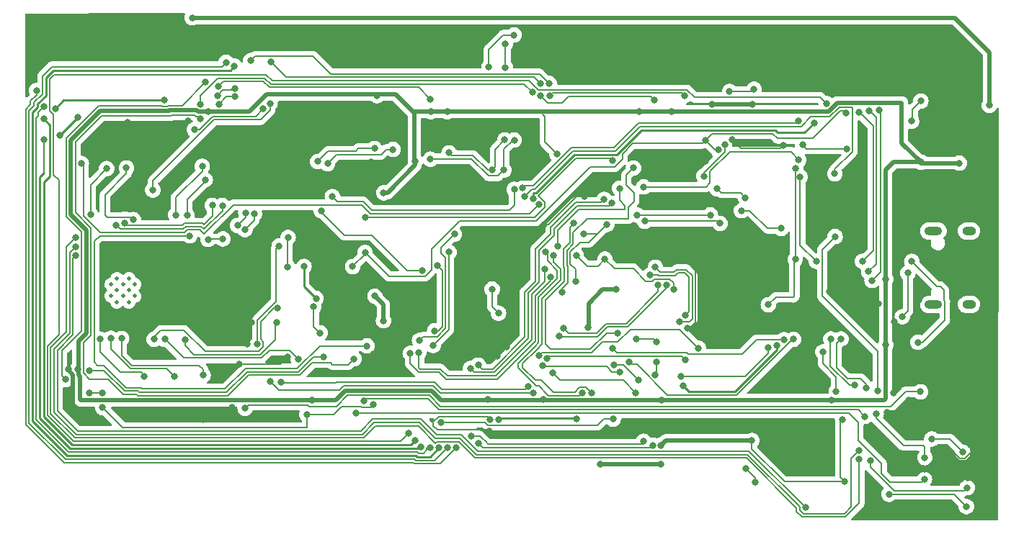
<source format=gbr>
%TF.GenerationSoftware,KiCad,Pcbnew,(6.0.11)*%
%TF.CreationDate,2023-04-06T14:42:31-07:00*%
%TF.ProjectId,EV5 Board Design,45563520-426f-4617-9264-204465736967,rev?*%
%TF.SameCoordinates,Original*%
%TF.FileFunction,Copper,L2,Bot*%
%TF.FilePolarity,Positive*%
%FSLAX46Y46*%
G04 Gerber Fmt 4.6, Leading zero omitted, Abs format (unit mm)*
G04 Created by KiCad (PCBNEW (6.0.11)) date 2023-04-06 14:42:31*
%MOMM*%
%LPD*%
G01*
G04 APERTURE LIST*
%TA.AperFunction,ComponentPad*%
%ADD10O,1.600000X1.000000*%
%TD*%
%TA.AperFunction,ComponentPad*%
%ADD11O,2.100000X1.000000*%
%TD*%
%TA.AperFunction,ComponentPad*%
%ADD12C,0.500000*%
%TD*%
%TA.AperFunction,ViaPad*%
%ADD13C,0.800000*%
%TD*%
%TA.AperFunction,Conductor*%
%ADD14C,0.500000*%
%TD*%
%TA.AperFunction,Conductor*%
%ADD15C,0.200000*%
%TD*%
%TA.AperFunction,Conductor*%
%ADD16C,0.250000*%
%TD*%
%TA.AperFunction,Conductor*%
%ADD17C,0.127000*%
%TD*%
G04 APERTURE END LIST*
D10*
%TO.P,J9,S1,SHIELD*%
%TO.N,unconnected-(J9-PadS1)*%
X208140000Y-90890000D03*
D11*
X203960000Y-82250000D03*
D10*
X208140000Y-82250000D03*
D11*
X203960000Y-90890000D03*
%TD*%
D12*
%TO.P,U11,41*%
%TO.N,N/C*%
X108025000Y-90610000D03*
X109425000Y-90610000D03*
X108725000Y-89910000D03*
X108025000Y-87810000D03*
X110125000Y-88510000D03*
X110125000Y-89910000D03*
X107325000Y-88510000D03*
X109425000Y-89210000D03*
X108025000Y-89210000D03*
X107325000Y-89910000D03*
X108725000Y-88510000D03*
X109425000Y-87810000D03*
%TD*%
D13*
%TO.N,+3.3V*%
X118770000Y-68210000D03*
%TO.N,/EEP_SDA*%
X169910000Y-106980000D03*
X149680000Y-106349500D03*
%TO.N,/EEP_SCL*%
X150538093Y-107257027D03*
X170960498Y-107439963D03*
%TO.N,/EEP_SDA*%
X145170000Y-95700000D03*
%TO.N,/EEP_SCL*%
X143570000Y-95110000D03*
%TO.N,+3.3V*%
X171960000Y-107440500D03*
X171950000Y-109639500D03*
X164850000Y-109639500D03*
%TO.N,/SPK_RN*%
X180000000Y-65840500D03*
X182880000Y-65560500D03*
%TO.N,+3.3V*%
X182620000Y-106900000D03*
%TO.N,/SWD_DIO*%
X163790000Y-101300000D03*
%TO.N,/SWD_CLK*%
X162700000Y-101320500D03*
%TO.N,GND*%
X116400000Y-69310000D03*
X109232701Y-69459500D03*
X117960000Y-61730000D03*
X114730000Y-61810000D03*
%TO.N,/PWR_DSP*%
X116870000Y-57150000D03*
%TO.N,/MOSI_SPI*%
X113620000Y-66870000D03*
X100825500Y-67820000D03*
%TO.N,/RST_PA6*%
X103440000Y-68890000D03*
X101336607Y-71001774D03*
%TO.N,+3.3VA*%
X186080000Y-81940000D03*
X193650000Y-68389500D03*
X177169274Y-71580161D03*
X137170308Y-84769692D03*
X181410000Y-79850000D03*
X135715378Y-86424622D03*
X178682215Y-72717835D03*
%TO.N,+3.3V*%
X206989500Y-74250000D03*
X139370000Y-77750000D03*
X193294000Y-104394000D03*
X188295643Y-75885713D03*
X202530000Y-74150000D03*
X138340000Y-89900000D03*
X163400000Y-93610000D03*
X198370000Y-95640000D03*
X173220000Y-68210000D03*
X146850000Y-68210000D03*
X144910000Y-68210000D03*
X152866945Y-91919406D03*
X169410000Y-68210000D03*
X193540000Y-111740000D03*
X103390878Y-98489622D03*
X198370000Y-87910000D03*
X171290000Y-99140000D03*
X191962000Y-102170000D03*
X138570000Y-66329500D03*
X187787750Y-74847750D03*
X152110000Y-89080000D03*
X143080000Y-74030000D03*
X151574349Y-102020500D03*
X166710000Y-89120500D03*
X171406188Y-97669500D03*
X131420000Y-90170000D03*
X158120000Y-102020500D03*
X139340000Y-92800000D03*
X187720000Y-85560000D03*
X130910000Y-102170000D03*
X172000000Y-102170000D03*
X159700936Y-73170936D03*
X184560000Y-90910000D03*
X130000000Y-86410000D03*
X190190500Y-85800000D03*
%TO.N,GND*%
X202250000Y-90350000D03*
X144495000Y-89225000D03*
X128040000Y-97028000D03*
X199270000Y-101290000D03*
X202940000Y-110280000D03*
X152740500Y-96954597D03*
X191690000Y-110520000D03*
X125422500Y-81870000D03*
X141260000Y-74650000D03*
X189971188Y-109981188D03*
X199660000Y-86500000D03*
X200902000Y-96838000D03*
X123830500Y-92981749D03*
X162910000Y-78170500D03*
X191700000Y-89330000D03*
X200310500Y-82190000D03*
X144970000Y-77810000D03*
X138113500Y-96740854D03*
X122480000Y-84740000D03*
X174805000Y-75105000D03*
X118192500Y-104412500D03*
X122428000Y-97879500D03*
X177191985Y-74021778D03*
X144700000Y-90630000D03*
X123320000Y-95570000D03*
X186315583Y-72195583D03*
X199390000Y-92910000D03*
X133390000Y-76690000D03*
X208880000Y-78030000D03*
X204705000Y-107740000D03*
X201060000Y-102130000D03*
X209655000Y-109010000D03*
X209655000Y-107740000D03*
X137940378Y-88649622D03*
X121510000Y-103020000D03*
X176280000Y-86805000D03*
X159580000Y-62999500D03*
X198481583Y-103569500D03*
X202750000Y-80650000D03*
X137880000Y-74130000D03*
X151892000Y-104394000D03*
X180340000Y-71520000D03*
X153814735Y-95884735D03*
X158170000Y-81510000D03*
X163630000Y-61200500D03*
X200940000Y-93590000D03*
X197467500Y-90840000D03*
X151779163Y-105793500D03*
X208000000Y-111280000D03*
X125422500Y-77890000D03*
X182660000Y-67360500D03*
X209180000Y-80510000D03*
X175090000Y-93690000D03*
X143250000Y-93540000D03*
X104310000Y-104499500D03*
X177900000Y-67310000D03*
X102290000Y-98480000D03*
X141920000Y-77710000D03*
%TO.N,/MICBIAS*%
X201380000Y-69329500D03*
X202480000Y-66950000D03*
%TO.N,+BATT*%
X197420000Y-101040000D03*
X192410000Y-82890000D03*
%TO.N,/EEP_SDA*%
X153591273Y-71537170D03*
X147040000Y-84740000D03*
X147050000Y-73040500D03*
X152150000Y-75069500D03*
%TO.N,/EEP_SCL*%
X153510000Y-75069500D03*
X147674500Y-82620000D03*
X154700000Y-71540000D03*
X144860000Y-73800000D03*
%TO.N,/USB_D+*%
X202150000Y-95330000D03*
X201410000Y-85810000D03*
%TO.N,/USB_D-*%
X200300000Y-92330000D03*
X200947464Y-87176839D03*
%TO.N,/IO_PC4*%
X145849043Y-107771711D03*
X121840000Y-62848500D03*
%TO.N,/IO_PC5*%
X120860000Y-62400000D03*
X146890497Y-107719500D03*
%TO.N,/IO_PC8*%
X140460000Y-72650000D03*
X124170000Y-80200000D03*
X127310000Y-99990000D03*
X156350000Y-100520000D03*
X123067465Y-82082535D03*
X132770915Y-74317132D03*
%TO.N,/IO_PC9*%
X131620000Y-74069500D03*
X122196414Y-81592355D03*
X138290000Y-72540500D03*
X126000000Y-99920000D03*
X123175266Y-80102502D03*
X156950000Y-101320500D03*
%TO.N,/UART1_RX*%
X174823097Y-92166903D03*
X157810000Y-64920000D03*
X157800000Y-66329500D03*
X171160000Y-66870000D03*
X126100000Y-62390000D03*
X112240000Y-77430000D03*
X170650000Y-87420000D03*
X126020162Y-67240000D03*
%TO.N,/CH_TXD*%
X119230000Y-79240000D03*
X103170500Y-84080628D03*
X108965628Y-81304500D03*
X195220000Y-108030000D03*
%TO.N,/UART1_TX*%
X174700000Y-66329500D03*
X117104483Y-70311384D03*
X171284910Y-86502481D03*
X125180000Y-67890000D03*
X174090000Y-92940000D03*
X123749550Y-62190000D03*
X158890000Y-66329500D03*
X158820000Y-64890000D03*
%TO.N,/CH_RXD*%
X107932375Y-81547625D03*
X120420000Y-79260000D03*
X103170500Y-83030000D03*
X195250000Y-109110000D03*
%TO.N,/BOOT0*%
X161919500Y-88138000D03*
X165579315Y-81471500D03*
X162838500Y-82550000D03*
X159004000Y-87630000D03*
X142480000Y-96639500D03*
%TO.N,/EN_ESP*%
X130350000Y-103799500D03*
X138176000Y-102669500D03*
X106350000Y-103019500D03*
X145660000Y-86320000D03*
X104755000Y-101320500D03*
X145350500Y-93980000D03*
X106350000Y-101290000D03*
%TO.N,Net-(R17-Pad1)*%
X106060000Y-94980000D03*
X111252000Y-99332000D03*
%TO.N,Net-(R18-Pad1)*%
X107330000Y-94860000D03*
X114740000Y-99360000D03*
%TO.N,Net-(R19-Pad1)*%
X108580000Y-94890000D03*
X118147500Y-99217500D03*
%TO.N,Net-(C23-Pad1)*%
X190980000Y-96470000D03*
X207920000Y-112450000D03*
X207390000Y-108280000D03*
X203770688Y-106700688D03*
X192530000Y-101110000D03*
X196555628Y-109274872D03*
%TO.N,/PC0*%
X132025000Y-79870000D03*
X143924500Y-86871585D03*
%TO.N,/PD2*%
X154706143Y-77349758D03*
X133337535Y-78192465D03*
%TO.N,Net-(R26-Pad2)*%
X166250000Y-73979500D03*
X137250000Y-80630000D03*
X169900000Y-77060000D03*
X188135147Y-73864261D03*
%TO.N,/BCLK*%
X156902566Y-78441000D03*
X189933946Y-69519500D03*
%TO.N,/DACLRC*%
X188569500Y-72059500D03*
X193749500Y-72560000D03*
X191376716Y-67243284D03*
X142291793Y-106030000D03*
%TO.N,/DACDAT*%
X188120000Y-69260500D03*
X155695174Y-77205457D03*
%TO.N,/ADCDAT*%
X192360500Y-75510000D03*
X155914929Y-78180500D03*
%TO.N,/BATT_CHG_PA0*%
X124530000Y-95560000D03*
X123080000Y-103100000D03*
X202440000Y-101160000D03*
X127076382Y-84003618D03*
%TO.N,Net-(SW9-Pad1)*%
X168710000Y-74830000D03*
X160292310Y-89452253D03*
%TO.N,Net-(SW10-Pad1)*%
X167100000Y-77220000D03*
X159835839Y-84040404D03*
%TO.N,/BB_COLS_4*%
X161990000Y-104369500D03*
X152891503Y-104394000D03*
%TO.N,/ESP_UART1_RX*%
X113650000Y-94980000D03*
X129339007Y-97279007D03*
%TO.N,/ESP_UART1_TX*%
X126924122Y-91315122D03*
X112400000Y-94990000D03*
%TO.N,/SCK_SPI*%
X99426000Y-69050000D03*
X143016293Y-106925500D03*
%TO.N,/RST_PA6*%
X99420500Y-71490000D03*
X143741209Y-107677719D03*
%TO.N,/MOSI_SPI*%
X144824445Y-107771711D03*
X99426000Y-67600000D03*
%TO.N,/DC_PB0*%
X98576000Y-65720000D03*
X147890000Y-107719500D03*
%TO.N,/BB_MIC*%
X166320000Y-104369500D03*
X166397000Y-98020000D03*
X169310000Y-99770000D03*
X146120000Y-104769500D03*
%TO.N,/BB_ROW_5*%
X181890000Y-110170000D03*
X183050000Y-111773000D03*
%TO.N,/UART3_TX*%
X149550000Y-98430000D03*
X166190000Y-78975934D03*
%TO.N,/UART3_RX*%
X150480000Y-98020000D03*
X165270000Y-78540000D03*
%TO.N,/BB_ROW_1*%
X168979000Y-101261000D03*
X159190000Y-98920000D03*
%TO.N,/BB_ROW_2*%
X167060000Y-98820000D03*
X157999521Y-98087132D03*
%TO.N,/BB_ROW_3*%
X176345000Y-96035000D03*
X157618395Y-96888698D03*
%TO.N,/BB_ROW_4*%
X174780000Y-97370000D03*
X158574396Y-97269500D03*
%TO.N,/WM_PC6*%
X172589503Y-88583500D03*
X159950000Y-94620000D03*
%TO.N,/WM_PC7*%
X160482923Y-93708674D03*
X171590000Y-88583500D03*
%TO.N,/SWD_DIO*%
X159320520Y-85119623D03*
%TO.N,/SWD_CLK*%
X158417279Y-84691651D03*
%TO.N,/BL_PA4*%
X157620000Y-79140500D03*
X103840000Y-74300000D03*
%TO.N,/BB_ROW_6*%
X184570000Y-95980000D03*
X174310000Y-99310000D03*
%TO.N,/BB_ROW_7*%
X174521188Y-100458812D03*
X185541515Y-95745128D03*
%TO.N,/BB_COLS_5*%
X166860000Y-94230000D03*
X169030000Y-94960000D03*
X171430000Y-95320000D03*
X161707914Y-81342843D03*
%TO.N,/BB_COLS_2*%
X166245582Y-96023217D03*
X186396419Y-95016419D03*
%TO.N,/BB_COLS_1*%
X187510000Y-94990000D03*
X168200000Y-97669500D03*
%TO.N,Net-(C25-Pad2)*%
X143516696Y-96519500D03*
X158325500Y-86711123D03*
X173432493Y-89120500D03*
X165360000Y-85549500D03*
X161988500Y-85090000D03*
%TO.N,/ESP_SDA*%
X120469500Y-83170000D03*
X118720000Y-83225000D03*
%TO.N,/SPK_LP*%
X178541386Y-77288614D03*
X177000500Y-75778614D03*
X181870000Y-78330000D03*
X179424850Y-72048883D03*
%TO.N,/HP_R*%
X197560000Y-67989500D03*
X196739500Y-88070000D03*
%TO.N,/OUT3*%
X196339500Y-87030000D03*
X196410000Y-68080000D03*
%TO.N,/HP_L*%
X195200000Y-68310000D03*
X195610000Y-85810000D03*
%TO.N,/ESP_UART1_EN*%
X126800000Y-93010000D03*
X116042535Y-95037465D03*
%TO.N,/UART2_EN*%
X128070000Y-86460000D03*
X128135027Y-83010912D03*
%TO.N,/UART2_RX*%
X131908233Y-94243142D03*
X131150000Y-91150000D03*
%TO.N,Net-(R22-Pad1)*%
X207820000Y-114660500D03*
X103170500Y-85130000D03*
X109140000Y-74830000D03*
X188940000Y-114790000D03*
X198740000Y-113220000D03*
X109965131Y-80904500D03*
%TO.N,/ESP_IO35*%
X116260000Y-80390000D03*
X120000000Y-67310000D03*
X121859500Y-66450000D03*
X118400000Y-76240000D03*
%TO.N,/ESP_IO36*%
X119854653Y-66321122D03*
X121859500Y-65450497D03*
X114940000Y-80370000D03*
X118050500Y-74645976D03*
%TO.N,/ESP_TX0*%
X106820000Y-74900000D03*
X104914622Y-80285378D03*
%TO.N,/Q_2*%
X153670000Y-60198000D03*
X153670000Y-62992000D03*
%TO.N,/QBAR_2*%
X151720000Y-62949500D03*
X154686000Y-59182000D03*
%TO.N,/CH_DTR*%
X202950000Y-108900000D03*
X197230000Y-103740000D03*
X169150000Y-80380000D03*
X193100000Y-94940500D03*
X196040000Y-100670000D03*
X177749500Y-80349500D03*
%TO.N,/CH_RTS*%
X195890000Y-104050000D03*
X178883221Y-81349000D03*
X191900500Y-94940500D03*
X137064927Y-102269500D03*
X194680000Y-100380000D03*
X170027459Y-81099500D03*
%TO.N,/C_2*%
X136144000Y-103632000D03*
X202900000Y-111460000D03*
%TO.N,/BOOT_ESP*%
X137414000Y-95758000D03*
X116586000Y-82804000D03*
%TO.N,Net-(J11-Pad1)*%
X117856000Y-69059500D03*
X156859574Y-65948767D03*
X135890000Y-97282000D03*
X117856000Y-67310000D03*
%TO.N,Net-(J11-Pad6)*%
X119952016Y-65234516D03*
X132268800Y-97028000D03*
X104790378Y-98659622D03*
X144839500Y-66720369D03*
X118425128Y-64735628D03*
X101990500Y-99720000D03*
%TO.N,/PWR_DSP*%
X210530000Y-67470000D03*
%TD*%
D14*
%TO.N,+3.3V*%
X103720000Y-102040000D02*
X103850000Y-102170000D01*
X103720000Y-99357011D02*
X103720000Y-102040000D01*
X103540378Y-99177389D02*
X103720000Y-99357011D01*
X103540378Y-95166169D02*
X103540378Y-99177389D01*
X104420000Y-94286546D02*
X103540378Y-95166169D01*
X104420000Y-82123504D02*
X104420000Y-94286546D01*
X102590000Y-80293504D02*
X104420000Y-82123504D01*
X102590000Y-71556295D02*
X102590000Y-80293504D01*
X106026294Y-68120000D02*
X102590000Y-71556295D01*
X117373918Y-68030000D02*
X114227768Y-68030000D01*
X114227768Y-68030000D02*
X114137767Y-68120000D01*
X114137767Y-68120000D02*
X106026294Y-68120000D01*
X117553918Y-68210000D02*
X117373918Y-68030000D01*
X119180000Y-68210000D02*
X117553918Y-68210000D01*
X125622082Y-66200000D02*
X140780000Y-66200000D01*
X123612082Y-68210000D02*
X125622082Y-66200000D01*
X140780000Y-66200000D02*
X142790000Y-68210000D01*
X118670000Y-68210000D02*
X123612082Y-68210000D01*
D15*
%TO.N,/SPK_RN*%
X180019500Y-65860000D02*
X182580500Y-65860000D01*
X180000000Y-65840500D02*
X180019500Y-65860000D01*
X182580500Y-65860000D02*
X182880000Y-65560500D01*
%TO.N,/DACLRC*%
X175900450Y-66540000D02*
X190673432Y-66540000D01*
X174989950Y-65629500D02*
X175900450Y-66540000D01*
X157529550Y-65629500D02*
X174989950Y-65629500D01*
X156454050Y-64554000D02*
X157529550Y-65629500D01*
X126253950Y-64554000D02*
X156454050Y-64554000D01*
X125560450Y-63860500D02*
X126253950Y-64554000D01*
X100629500Y-63860500D02*
X125560450Y-63860500D01*
X190673432Y-66540000D02*
X191376716Y-67243284D01*
X100125500Y-64364500D02*
X100629500Y-63860500D01*
X100570000Y-68554450D02*
X100125500Y-68109950D01*
X101190000Y-94446701D02*
X101190000Y-76246395D01*
X100570000Y-75626395D02*
X100570000Y-68554450D01*
X99850000Y-95786701D02*
X101190000Y-94446701D01*
X101190000Y-76246395D02*
X100570000Y-75626395D01*
X100125500Y-68109950D02*
X100125500Y-64364500D01*
X99850000Y-103926507D02*
X99850000Y-95786701D01*
X102893493Y-106970000D02*
X99850000Y-103926507D01*
X141351793Y-106970000D02*
X102893493Y-106970000D01*
X142291793Y-106030000D02*
X141351793Y-106970000D01*
D14*
%TO.N,+3.3V*%
X164850000Y-109639500D02*
X171950000Y-109639500D01*
%TO.N,GND*%
X199620500Y-103569500D02*
X201060000Y-102130000D01*
X198481583Y-103569500D02*
X199620500Y-103569500D01*
D15*
%TO.N,/EEP_SDA*%
X169790000Y-107100000D02*
X169910000Y-106980000D01*
X169790000Y-107340000D02*
X169790000Y-107100000D01*
X151640000Y-107340000D02*
X169790000Y-107340000D01*
X151480000Y-107180000D02*
X151640000Y-107340000D01*
X150649500Y-106349500D02*
X151480000Y-107180000D01*
X149680000Y-106349500D02*
X150649500Y-106349500D01*
%TO.N,/EEP_SCL*%
X170660461Y-107740000D02*
X170960498Y-107439963D01*
X150538093Y-107257027D02*
X151021066Y-107740000D01*
X151021066Y-107740000D02*
X170660461Y-107740000D01*
%TO.N,GND*%
X151568000Y-104070000D02*
X151892000Y-104394000D01*
X145829550Y-104070000D02*
X151568000Y-104070000D01*
X145190000Y-104709550D02*
X145829550Y-104070000D01*
X145190000Y-105200000D02*
X145190000Y-104709550D01*
X151635663Y-105650000D02*
X145640000Y-105650000D01*
X151779163Y-105793500D02*
X151635663Y-105650000D01*
X145640000Y-105650000D02*
X145190000Y-105200000D01*
D16*
%TO.N,/SCK_SPI*%
X100145000Y-69769000D02*
X99426000Y-69050000D01*
X99425000Y-104102547D02*
X99425000Y-76522436D01*
X100145000Y-75802436D02*
X100145000Y-69769000D01*
X142546793Y-107395000D02*
X102717453Y-107395000D01*
X102717453Y-107395000D02*
X99425000Y-104102547D01*
X143016293Y-106925500D02*
X142546793Y-107395000D01*
X99425000Y-76522436D02*
X100145000Y-75802436D01*
%TO.N,/IO_PC4*%
X100553960Y-63335000D02*
X121353500Y-63335000D01*
X99700500Y-64188460D02*
X100553960Y-63335000D01*
X121353500Y-63335000D02*
X121840000Y-62848500D01*
X99700500Y-66300195D02*
X99700500Y-64188460D01*
X98701000Y-67299695D02*
X99700500Y-66300195D01*
X98125000Y-104641024D02*
X98125000Y-68299960D01*
X102178976Y-108695000D02*
X98125000Y-104641024D01*
X143167499Y-108695000D02*
X102178976Y-108695000D01*
X98701000Y-67723960D02*
X98701000Y-67299695D01*
X143275218Y-108802719D02*
X143167499Y-108695000D01*
X144818035Y-108802719D02*
X143275218Y-108802719D01*
X145849043Y-107771711D02*
X144818035Y-108802719D01*
X98125000Y-68299960D02*
X98701000Y-67723960D01*
D15*
%TO.N,/UART3_TX*%
X165920000Y-79245934D02*
X166190000Y-78975934D01*
X165920000Y-79275434D02*
X165920000Y-79245934D01*
X162083694Y-79275434D02*
X165920000Y-79275434D01*
X159402972Y-81956156D02*
X162083694Y-79275434D01*
X159402972Y-82716714D02*
X159402972Y-81956156D01*
X157626000Y-84493686D02*
X159402972Y-82716714D01*
X157626000Y-88300891D02*
X157626000Y-84493686D01*
X156356000Y-89570891D02*
X157626000Y-88300891D01*
X152374550Y-98879850D02*
X156356000Y-94898400D01*
X149999850Y-98879850D02*
X152374550Y-98879850D01*
X156356000Y-94898400D02*
X156356000Y-89570891D01*
X149550000Y-98430000D02*
X149999850Y-98879850D01*
%TO.N,/UART3_RX*%
X164940000Y-78870000D02*
X165270000Y-78540000D01*
X161923443Y-78870000D02*
X164940000Y-78870000D01*
X159002972Y-81790470D02*
X161923443Y-78870000D01*
X159002972Y-82551028D02*
X159002972Y-81790470D01*
X157226000Y-84328000D02*
X159002972Y-82551028D01*
X157226000Y-88135205D02*
X157226000Y-84328000D01*
X155956000Y-89405205D02*
X157226000Y-88135205D01*
X155956000Y-94732714D02*
X155956000Y-89405205D01*
X152208864Y-98479850D02*
X155956000Y-94732714D01*
X150939850Y-98479850D02*
X152208864Y-98479850D01*
X150480000Y-98020000D02*
X150939850Y-98479850D01*
%TO.N,/EEP_SDA*%
X145066134Y-95803866D02*
X145170000Y-95700000D01*
X145066134Y-95820000D02*
X145066134Y-95803866D01*
%TO.N,/EEP_SCL*%
X144000000Y-94680000D02*
X143570000Y-95110000D01*
X144160449Y-94680000D02*
X144000000Y-94680000D01*
X146120000Y-84174500D02*
X147674500Y-82620000D01*
X145640450Y-94680000D02*
X146640000Y-93680449D01*
X144160449Y-94680000D02*
X145640450Y-94680000D01*
X146640000Y-93680449D02*
X146640000Y-85410000D01*
X146640000Y-85410000D02*
X146120000Y-84890000D01*
X146120000Y-84890000D02*
X146120000Y-84174500D01*
%TO.N,/IO_PC9*%
X146017719Y-101279850D02*
X156580100Y-101279850D01*
X156580100Y-101279850D02*
X156744725Y-101115225D01*
X145207869Y-100470000D02*
X146017719Y-101279850D01*
X134194856Y-100930000D02*
X134654856Y-100470000D01*
X134654856Y-100470000D02*
X145207869Y-100470000D01*
X126000000Y-99920000D02*
X127010000Y-100930000D01*
X127010000Y-100930000D02*
X134194856Y-100930000D01*
X156744725Y-101115225D02*
X156950000Y-101320500D01*
%TO.N,/IO_PC8*%
X146183407Y-100879850D02*
X155990150Y-100879850D01*
X155990150Y-100879850D02*
X156350000Y-100520000D01*
X133718670Y-100080000D02*
X133718670Y-100070000D01*
X127400000Y-100080000D02*
X133718670Y-100080000D01*
X127310000Y-99990000D02*
X127400000Y-100080000D01*
X133718670Y-100070000D02*
X145373556Y-100070000D01*
X145373556Y-100070000D02*
X146183407Y-100879850D01*
%TO.N,/BATT_CHG_PA0*%
X123460000Y-102720000D02*
X123080000Y-103100000D01*
X130470050Y-102720000D02*
X123460000Y-102720000D01*
X130620050Y-102870000D02*
X130470050Y-102720000D01*
X144752234Y-101570000D02*
X135110492Y-101570000D01*
X198960000Y-102870000D02*
X146052234Y-102870000D01*
X146052234Y-102870000D02*
X144752234Y-101570000D01*
X200670000Y-101160000D02*
X198960000Y-102870000D01*
X135110492Y-101570000D02*
X133810491Y-102870000D01*
X133810491Y-102870000D02*
X130620050Y-102870000D01*
X202440000Y-101160000D02*
X200670000Y-101160000D01*
D14*
%TO.N,+3.3V*%
X171960000Y-107440500D02*
X172500500Y-106900000D01*
X172500500Y-106900000D02*
X182620000Y-106900000D01*
D15*
%TO.N,Net-(R22-Pad1)*%
X182289998Y-108140000D02*
X188940000Y-114790000D01*
X150431822Y-108140000D02*
X182289998Y-108140000D01*
X148511322Y-106219500D02*
X150431822Y-108140000D01*
X145609501Y-106219499D02*
X148511322Y-106219500D01*
X143770002Y-104380000D02*
X145609501Y-106219499D01*
X138097152Y-104380000D02*
X143770002Y-104380000D01*
X103390550Y-105770000D02*
X136707150Y-105770000D01*
X136707150Y-105770000D02*
X138097152Y-104380000D01*
X101050000Y-96283757D02*
X101050000Y-103429450D01*
X101050000Y-103429450D02*
X103390550Y-105770000D01*
X102870500Y-94463258D02*
X101050000Y-96283757D01*
X102870500Y-85430000D02*
X102870500Y-94463258D01*
X103170500Y-85130000D02*
X102870500Y-85430000D01*
%TO.N,/CH_TXD*%
X194250000Y-109000000D02*
X195220000Y-108030000D01*
X193474314Y-115490000D02*
X194250000Y-114714314D01*
X188650050Y-115490000D02*
X193474314Y-115490000D01*
X188240000Y-115079950D02*
X188650050Y-115490000D01*
X188240000Y-114655686D02*
X188240000Y-115079950D01*
X182124313Y-108540000D02*
X188240000Y-114655686D01*
X150266136Y-108540000D02*
X182124313Y-108540000D01*
X148345636Y-106619500D02*
X150266136Y-108540000D01*
X145445619Y-106619500D02*
X148345636Y-106619500D01*
X145444717Y-106620401D02*
X145445619Y-106619500D01*
X143604316Y-104780000D02*
X145444717Y-106620401D01*
X136872836Y-106170000D02*
X138262837Y-104780000D01*
X103224865Y-106170000D02*
X136872836Y-106170000D01*
X100650000Y-103595135D02*
X103224865Y-106170000D01*
X138262837Y-104780000D02*
X143604316Y-104780000D01*
X102470500Y-94297572D02*
X100650000Y-96118072D01*
X194250000Y-114714314D02*
X194250000Y-109000000D01*
X102470500Y-84780628D02*
X102470500Y-94297572D01*
X100650000Y-96118072D02*
X100650000Y-103595135D01*
X103170500Y-84080628D02*
X102470500Y-84780628D01*
%TO.N,/CH_RXD*%
X195250000Y-114280000D02*
X195250000Y-109110000D01*
X193640000Y-115890000D02*
X195250000Y-114280000D01*
X188484365Y-115890000D02*
X193640000Y-115890000D01*
X187840000Y-115245636D02*
X188484365Y-115890000D01*
X187840000Y-114821372D02*
X187840000Y-115245636D01*
X181958628Y-108940000D02*
X187840000Y-114821372D01*
X150100450Y-108940000D02*
X181958628Y-108940000D01*
X148179950Y-107019500D02*
X150100450Y-108940000D01*
X145611304Y-107019500D02*
X148179950Y-107019500D01*
X143438630Y-105180000D02*
X145444717Y-107186087D01*
X103059179Y-106570000D02*
X137038522Y-106570000D01*
X100250000Y-103760821D02*
X103059179Y-106570000D01*
X137038522Y-106570000D02*
X138428522Y-105180000D01*
X100250000Y-95952387D02*
X100250000Y-103760821D01*
X145444717Y-107186087D02*
X145611304Y-107019500D01*
X102070500Y-94131887D02*
X100250000Y-95952387D01*
X103170500Y-83030000D02*
X102070500Y-84130000D01*
X102070500Y-84130000D02*
X102070500Y-94131887D01*
X138428522Y-105180000D02*
X143438630Y-105180000D01*
D14*
%TO.N,GND*%
X102840000Y-103029500D02*
X102840000Y-99140826D01*
X102840000Y-99140826D02*
X102290000Y-98590826D01*
X102290000Y-98590826D02*
X102290000Y-98480000D01*
X104310000Y-104499500D02*
X102840000Y-103029500D01*
D15*
%TO.N,/EN_ESP*%
X130350000Y-105370000D02*
X130350000Y-103799500D01*
X106350000Y-103019500D02*
X108700500Y-105370000D01*
X108700500Y-105370000D02*
X130350000Y-105370000D01*
%TO.N,/UART1_RX*%
X158630500Y-67160000D02*
X157800000Y-66329500D01*
X160320000Y-67160000D02*
X158630500Y-67160000D01*
X161050000Y-66430000D02*
X160320000Y-67160000D01*
X170720000Y-66430000D02*
X161050000Y-66430000D01*
X171160000Y-66870000D02*
X170720000Y-66430000D01*
D14*
%TO.N,+3.3V*%
X169410000Y-68210000D02*
X157760000Y-68210000D01*
X173220000Y-68210000D02*
X169410000Y-68210000D01*
D16*
%TO.N,/RST_PA6*%
X98975000Y-75906750D02*
X99470000Y-75411750D01*
X102531057Y-107845000D02*
X98975000Y-104288943D01*
X98975000Y-104288943D02*
X98975000Y-75906750D01*
X143573928Y-107845000D02*
X102531057Y-107845000D01*
X143741209Y-107677719D02*
X143573928Y-107845000D01*
D15*
%TO.N,/MOSI_SPI*%
X98780000Y-68246000D02*
X99426000Y-67600000D01*
X98780000Y-68706050D02*
X98780000Y-68246000D01*
X98550000Y-68936050D02*
X98780000Y-68706050D01*
X98550000Y-104464983D02*
X98550000Y-68936050D01*
X143451259Y-108377719D02*
X143343540Y-108270000D01*
X144031159Y-108377719D02*
X143451259Y-108377719D01*
X143343540Y-108270000D02*
X102355017Y-108270000D01*
X144441209Y-107771711D02*
X144441209Y-107967669D01*
X102355017Y-108270000D02*
X98550000Y-104464983D01*
X144824445Y-107771711D02*
X144441209Y-107771711D01*
X144441209Y-107967669D02*
X144031159Y-108377719D01*
%TO.N,/IO_PC5*%
X120350000Y-62910000D02*
X120860000Y-62400000D01*
X100377920Y-62910000D02*
X120350000Y-62910000D01*
X99275500Y-64012420D02*
X100377920Y-62910000D01*
X99275500Y-66124155D02*
X99275500Y-64012420D01*
X98276000Y-67123655D02*
X99275500Y-66124155D01*
X97700000Y-68123920D02*
X98276000Y-67547920D01*
X98276000Y-67547920D02*
X98276000Y-67123655D01*
X97700000Y-104817065D02*
X97700000Y-68123920D01*
X102002935Y-109120000D02*
X97700000Y-104817065D01*
X145382278Y-109227719D02*
X143099178Y-109227719D01*
X142991459Y-109120000D02*
X102002935Y-109120000D01*
X146890497Y-107719500D02*
X145382278Y-109227719D01*
X143099178Y-109227719D02*
X142991459Y-109120000D01*
%TO.N,Net-(J11-Pad6)*%
X115680756Y-67480000D02*
X118425128Y-64735628D01*
X113999950Y-67480000D02*
X115680756Y-67480000D01*
X113909950Y-67570000D02*
X113999950Y-67480000D01*
X113330050Y-67570000D02*
X113909950Y-67570000D01*
X105888477Y-67480000D02*
X113240050Y-67480000D01*
X102040000Y-71328478D02*
X105888477Y-67480000D01*
X102040000Y-80521322D02*
X102040000Y-71328478D01*
X103870000Y-82351322D02*
X102040000Y-80521322D01*
X101990500Y-99720000D02*
X101560000Y-99289500D01*
X101560000Y-99289500D02*
X101560000Y-96339443D01*
X101560000Y-96339443D02*
X103870000Y-94029443D01*
X103870000Y-94029443D02*
X103870000Y-82351322D01*
X113240050Y-67480000D02*
X113330050Y-67570000D01*
%TO.N,/C_2*%
X138279463Y-103632000D02*
X136144000Y-103632000D01*
X138317463Y-103670000D02*
X138279463Y-103632000D01*
X194056000Y-103670000D02*
X138317463Y-103670000D01*
X195136000Y-104750000D02*
X194056000Y-103670000D01*
X197866000Y-109596000D02*
X195136000Y-106866000D01*
X197866000Y-110760314D02*
X197866000Y-109596000D01*
X198873843Y-111768157D02*
X197866000Y-110760314D01*
X202591843Y-111768157D02*
X198873843Y-111768157D01*
X202900000Y-111460000D02*
X202591843Y-111768157D01*
X195136000Y-106866000D02*
X195136000Y-104750000D01*
%TO.N,/DC_PB0*%
X98576000Y-66257969D02*
X98576000Y-65720000D01*
X97876000Y-66957970D02*
X98576000Y-66257969D01*
X97300000Y-104982748D02*
X97300000Y-67958234D01*
X97300000Y-67958234D02*
X97876000Y-67382234D01*
X142825774Y-109520000D02*
X101837250Y-109520000D01*
X142933493Y-109627719D02*
X142825774Y-109520000D01*
X145981781Y-109627719D02*
X142933493Y-109627719D01*
X101837250Y-109520000D02*
X97300000Y-104982748D01*
X97876000Y-67382234D02*
X97876000Y-66957970D01*
X147890000Y-107719500D02*
X145981781Y-109627719D01*
%TO.N,GND*%
X119530756Y-103020000D02*
X121510000Y-103020000D01*
X118192500Y-104358256D02*
X119530756Y-103020000D01*
X118192500Y-104412500D02*
X118192500Y-104358256D01*
%TO.N,/BB_MIC*%
X164476000Y-105094000D02*
X165200500Y-104369500D01*
X151302050Y-104794000D02*
X151602050Y-105094000D01*
X146144500Y-104794000D02*
X151302050Y-104794000D01*
X165200500Y-104369500D02*
X166320000Y-104369500D01*
X146120000Y-104769500D02*
X146144500Y-104794000D01*
X151602050Y-105094000D02*
X164476000Y-105094000D01*
%TO.N,+3.3V*%
X186277843Y-111562157D02*
X182620000Y-107904314D01*
X182620000Y-107904314D02*
X182620000Y-106900000D01*
X193530000Y-111750000D02*
X186465686Y-111750000D01*
X193540000Y-111740000D02*
X193530000Y-111750000D01*
X186465686Y-111750000D02*
X186277843Y-111562157D01*
X193040000Y-104648000D02*
X193294000Y-104394000D01*
X193040000Y-111240000D02*
X193040000Y-104648000D01*
X193540000Y-111740000D02*
X193040000Y-111240000D01*
D16*
%TO.N,/BB_COLS_4*%
X161990000Y-104369500D02*
X161870500Y-104250000D01*
X161870500Y-104250000D02*
X153035503Y-104250000D01*
X153035503Y-104250000D02*
X152891503Y-104394000D01*
D15*
%TO.N,/SWD_DIO*%
X162410050Y-100620500D02*
X163110500Y-100620500D01*
X162295275Y-100735275D02*
X162410050Y-100620500D01*
X161810550Y-101220000D02*
X162295275Y-100735275D01*
X159290000Y-101220000D02*
X161810550Y-101220000D01*
X163110500Y-100620500D02*
X163790000Y-101300000D01*
X157862182Y-99792182D02*
X159290000Y-101220000D01*
X157177818Y-99792182D02*
X157862182Y-99792182D01*
%TO.N,/BB_ROW_1*%
X167518000Y-99800000D02*
X168979000Y-101261000D01*
X159190000Y-98920000D02*
X160070000Y-99800000D01*
X160070000Y-99800000D02*
X167518000Y-99800000D01*
%TO.N,/BB_ROW_2*%
X166207050Y-98820000D02*
X167060000Y-98820000D01*
X158102389Y-98190000D02*
X165577050Y-98190000D01*
X157999521Y-98087132D02*
X158102389Y-98190000D01*
X165577050Y-98190000D02*
X166207050Y-98820000D01*
%TO.N,/BB_ROW_4*%
X174740000Y-97330000D02*
X174740000Y-97390000D01*
X174380000Y-96970000D02*
X174740000Y-97330000D01*
X158873896Y-96970000D02*
X174380000Y-96970000D01*
X158574396Y-97269500D02*
X158873896Y-96970000D01*
%TO.N,/SWD_DIO*%
X155683572Y-98297936D02*
X157177818Y-99792182D01*
X155683572Y-97833571D02*
X155683572Y-98297936D01*
%TO.N,/SWD_CLK*%
X162400500Y-101620000D02*
X162700000Y-101320500D01*
X155150728Y-98330778D02*
X157309950Y-100490000D01*
X158579725Y-101490275D02*
X158709450Y-101620000D01*
X158709450Y-101620000D02*
X161230000Y-101620000D01*
X161230000Y-101620000D02*
X162400500Y-101620000D01*
X157579450Y-100490000D02*
X158579725Y-101490275D01*
X157350000Y-100490000D02*
X157579450Y-100490000D01*
X155150728Y-97800729D02*
X155150728Y-98330778D01*
X157309950Y-100490000D02*
X157350000Y-100490000D01*
%TO.N,/SWD_DIO*%
X157350000Y-96180000D02*
X157337143Y-96180000D01*
X157337143Y-96180000D02*
X155683572Y-97833571D01*
X157965616Y-95564384D02*
X157350000Y-96180000D01*
%TO.N,/SWD_CLK*%
X157171457Y-95780000D02*
X155150728Y-97800729D01*
X157180000Y-95780000D02*
X157171457Y-95780000D01*
%TO.N,/BB_ROW_5*%
X183050000Y-111773000D02*
X183050000Y-111330000D01*
X183050000Y-111330000D02*
X181890000Y-110170000D01*
D14*
%TO.N,GND*%
X191151188Y-109981188D02*
X191690000Y-110520000D01*
X189971188Y-109981188D02*
X191151188Y-109981188D01*
D15*
%TO.N,/RST_PA6*%
X99470000Y-71539500D02*
X99420500Y-71490000D01*
X99470000Y-75411750D02*
X99470000Y-71539500D01*
D14*
%TO.N,+3.3V*%
X103850000Y-102170000D02*
X110050000Y-102170000D01*
D15*
%TO.N,Net-(J11-Pad1)*%
X135192000Y-97980000D02*
X135890000Y-97282000D01*
X133350000Y-97980000D02*
X135192000Y-97980000D01*
X133120000Y-97750000D02*
X133350000Y-97980000D01*
X129532628Y-99206000D02*
X130988629Y-97750000D01*
X123483686Y-99206000D02*
X129532628Y-99206000D01*
X121069685Y-101620000D02*
X123483686Y-99206000D01*
X110489950Y-101620000D02*
X121069685Y-101620000D01*
X110339950Y-101470000D02*
X110489950Y-101620000D01*
X130988629Y-97750000D02*
X133120000Y-97750000D01*
X108757256Y-101470000D02*
X110339950Y-101470000D01*
X106957256Y-99670000D02*
X108757256Y-101470000D01*
X104810806Y-99670000D02*
X106957256Y-99670000D01*
X104090378Y-98949572D02*
X104810806Y-99670000D01*
X104090378Y-95393986D02*
X104090378Y-98949572D01*
X104970000Y-81895686D02*
X104970000Y-94514364D01*
X103140000Y-80065686D02*
X104970000Y-81895686D01*
X117326101Y-68760000D02*
X117146101Y-68580000D01*
X114455584Y-68580000D02*
X114365584Y-68670000D01*
X104970000Y-94514364D02*
X104090378Y-95393986D01*
X114365584Y-68670000D02*
X106254112Y-68670000D01*
X117146101Y-68580000D02*
X114455584Y-68580000D01*
X103140000Y-71784112D02*
X103140000Y-80065686D01*
X117556500Y-68760000D02*
X117326101Y-68760000D01*
X117856000Y-69059500D02*
X117556500Y-68760000D01*
X106254112Y-68670000D02*
X103140000Y-71784112D01*
%TO.N,Net-(J11-Pad6)*%
X131144943Y-97028000D02*
X132268800Y-97028000D01*
X129366943Y-98806000D02*
X131144943Y-97028000D01*
X123318000Y-98806000D02*
X129366943Y-98806000D01*
X120904000Y-101220000D02*
X123318000Y-98806000D01*
X110655636Y-101220000D02*
X120904000Y-101220000D01*
X110505635Y-101070000D02*
X110655636Y-101220000D01*
X106512564Y-98659622D02*
X108922942Y-101070000D01*
X104790378Y-98659622D02*
X106512564Y-98659622D01*
X108922942Y-101070000D02*
X110505635Y-101070000D01*
D16*
%TO.N,/MOSI_SPI*%
X101775500Y-66870000D02*
X113620000Y-66870000D01*
X100825500Y-67820000D02*
X101775500Y-66870000D01*
D15*
%TO.N,/BOOT_ESP*%
X106036000Y-82804000D02*
X116586000Y-82804000D01*
X105370000Y-94680050D02*
X105370000Y-83470000D01*
X105360000Y-94690050D02*
X105370000Y-94680050D01*
X105370000Y-83470000D02*
X106036000Y-82804000D01*
X105360000Y-97678122D02*
X105360000Y-94690050D01*
X105725878Y-98044000D02*
X105360000Y-97678122D01*
X109088628Y-100670000D02*
X106462628Y-98044000D01*
X110998000Y-100820000D02*
X110848000Y-100670000D01*
X110848000Y-100670000D02*
X109088628Y-100670000D01*
X106462628Y-98044000D02*
X105725878Y-98044000D01*
X123152315Y-98406000D02*
X120738315Y-100820000D01*
X131849257Y-95758000D02*
X129201257Y-98406000D01*
X129201257Y-98406000D02*
X123152315Y-98406000D01*
X120738315Y-100820000D02*
X110998000Y-100820000D01*
X137414000Y-95758000D02*
X131849257Y-95758000D01*
%TO.N,/BL_PA4*%
X104100000Y-74560000D02*
X103840000Y-74300000D01*
X104100000Y-80460000D02*
X104100000Y-74560000D01*
X106044000Y-82404000D02*
X104100000Y-80460000D01*
X115996050Y-82404000D02*
X106044000Y-82404000D01*
X116296050Y-82104000D02*
X115996050Y-82404000D01*
X117744050Y-82104000D02*
X116296050Y-82104000D01*
X137839950Y-80230000D02*
X136770328Y-79160378D01*
X136770328Y-79160378D02*
X121679672Y-79160378D01*
X121679672Y-79160378D02*
X118240050Y-82600000D01*
X156530500Y-80230000D02*
X137839950Y-80230000D01*
X118240050Y-82600000D02*
X117744050Y-82104000D01*
X157620000Y-79140500D02*
X156530500Y-80230000D01*
%TO.N,GND*%
X116250500Y-69459500D02*
X116400000Y-69310000D01*
X109232701Y-69459500D02*
X116250500Y-69459500D01*
D14*
X114810000Y-61730000D02*
X114730000Y-61810000D01*
X117960000Y-61730000D02*
X114810000Y-61730000D01*
%TO.N,/PWR_DSP*%
X116870000Y-57150000D02*
X206460000Y-57150000D01*
X206460000Y-57150000D02*
X210530000Y-61220000D01*
X210530000Y-61220000D02*
X210530000Y-67470000D01*
D16*
%TO.N,/RST_PA6*%
X103440000Y-68898381D02*
X103440000Y-68890000D01*
X101336607Y-71001774D02*
X103440000Y-68898381D01*
D15*
%TO.N,+3.3VA*%
X186080000Y-81940000D02*
X184470000Y-81940000D01*
X177169274Y-71580161D02*
X177949435Y-70800000D01*
X167410000Y-73809450D02*
X166539950Y-74679500D01*
X184470000Y-81940000D02*
X182380000Y-79850000D01*
X144214450Y-87571585D02*
X139972201Y-87571585D01*
X177949435Y-70800000D02*
X185065000Y-70800000D01*
X191945586Y-69220000D02*
X193047793Y-68117793D01*
X182380000Y-79850000D02*
X181410000Y-79850000D01*
X166539950Y-74679500D02*
X163636635Y-74679500D01*
X139972201Y-87571585D02*
X137170308Y-84769692D01*
X191920000Y-69220000D02*
X191945586Y-69220000D01*
X185625000Y-71360000D02*
X189780000Y-71360000D01*
X193378293Y-68117793D02*
X193650000Y-68389500D01*
X137170308Y-84969692D02*
X137170308Y-84769692D01*
X193047793Y-68117793D02*
X193378293Y-68117793D01*
X144960000Y-84344550D02*
X144960000Y-86826035D01*
X177169274Y-71580161D02*
X176794057Y-71955378D01*
X176794057Y-71955378D02*
X168634544Y-71955378D01*
X144960000Y-86826035D02*
X144214450Y-87571585D01*
X163636635Y-74679500D02*
X157286135Y-81030000D01*
X157286135Y-81030000D02*
X148274550Y-81030000D01*
X177169274Y-71580161D02*
X178306948Y-72717835D01*
X178306948Y-72717835D02*
X178682215Y-72717835D01*
X135715378Y-86424622D02*
X137170308Y-84969692D01*
X148274550Y-81030000D02*
X144960000Y-84344550D01*
X168634544Y-71955378D02*
X167410000Y-73179922D01*
X167410000Y-73179922D02*
X167410000Y-73809450D01*
X189780000Y-71360000D02*
X191920000Y-69220000D01*
X185065000Y-70800000D02*
X185625000Y-71360000D01*
D14*
%TO.N,+3.3V*%
X191612082Y-68210000D02*
X173220000Y-68210000D01*
D15*
X184560000Y-90910000D02*
X185440000Y-90030000D01*
D14*
X202630000Y-74250000D02*
X202530000Y-74150000D01*
D15*
X187787750Y-74847750D02*
X187720000Y-74915500D01*
D14*
X139340000Y-92800000D02*
X139340000Y-90900000D01*
D15*
X152110000Y-91162461D02*
X152110000Y-89080000D01*
D14*
X151574349Y-102020500D02*
X151424849Y-102170000D01*
D17*
X171406188Y-99023812D02*
X171290000Y-99140000D01*
D14*
X198370000Y-75050000D02*
X199270000Y-74150000D01*
D15*
X159700936Y-73170936D02*
X158300000Y-71770000D01*
D14*
X198370000Y-95640000D02*
X198370000Y-87910000D01*
X110050000Y-102170000D02*
X124240000Y-102170000D01*
D15*
X152866945Y-91919406D02*
X152110000Y-91162461D01*
D14*
X200245000Y-67140000D02*
X192682082Y-67140000D01*
X172000000Y-102170000D02*
X191962000Y-102170000D01*
X144910000Y-68210000D02*
X142790000Y-68210000D01*
X144980052Y-101020000D02*
X134882674Y-101020000D01*
X200245000Y-71935000D02*
X200245000Y-67140000D01*
X169660000Y-102170000D02*
X172000000Y-102170000D01*
X206989500Y-74250000D02*
X202630000Y-74250000D01*
D15*
X187500000Y-90060000D02*
X187620000Y-89940000D01*
D14*
X142790000Y-68210000D02*
X142950000Y-68370000D01*
X124240000Y-102170000D02*
X130910000Y-102170000D01*
X166710000Y-89120500D02*
X165067500Y-89120500D01*
X157760000Y-68210000D02*
X146850000Y-68210000D01*
X163400000Y-93480000D02*
X163400000Y-93610000D01*
X151574349Y-102020500D02*
X151723849Y-102170000D01*
X163420000Y-90768000D02*
X163420000Y-93460000D01*
X163420000Y-93460000D02*
X163400000Y-93480000D01*
X139830000Y-77750000D02*
X143080000Y-74500000D01*
X142950000Y-73900000D02*
X143080000Y-74030000D01*
D15*
X187720000Y-74915500D02*
X187720000Y-85560000D01*
D14*
X151424849Y-102170000D02*
X146130052Y-102170000D01*
D15*
X187470000Y-90030000D02*
X187500000Y-90060000D01*
D14*
X143080000Y-74500000D02*
X143080000Y-74030000D01*
D15*
X158300000Y-71770000D02*
X158300000Y-68750000D01*
D14*
X151723849Y-102170000D02*
X169660000Y-102170000D01*
X202460000Y-74150000D02*
X200245000Y-71935000D01*
D16*
X130000000Y-86410000D02*
X130000000Y-88750000D01*
D17*
X171406188Y-97669500D02*
X171406188Y-99023812D01*
D14*
X198370000Y-87910000D02*
X198370000Y-75050000D01*
D15*
X190190500Y-85800000D02*
X188295643Y-83905143D01*
X158300000Y-68750000D02*
X157760000Y-68210000D01*
D14*
X133732674Y-102170000D02*
X130910000Y-102170000D01*
X198370000Y-101990000D02*
X198370000Y-95640000D01*
X165067500Y-89120500D02*
X163420000Y-90768000D01*
X192682082Y-67140000D02*
X191612082Y-68210000D01*
D15*
X188295643Y-83905143D02*
X188295643Y-75885713D01*
D14*
X134882674Y-101020000D02*
X133732674Y-102170000D01*
X146130052Y-102170000D02*
X144980052Y-101020000D01*
D15*
X185440000Y-90030000D02*
X187470000Y-90030000D01*
D14*
X191962000Y-102170000D02*
X198190000Y-102170000D01*
X146850000Y-68210000D02*
X144910000Y-68210000D01*
X199270000Y-74150000D02*
X202530000Y-74150000D01*
X202530000Y-74150000D02*
X202460000Y-74150000D01*
D16*
X130000000Y-88750000D02*
X131420000Y-90170000D01*
D14*
X139340000Y-90900000D02*
X138340000Y-89900000D01*
D15*
X187620000Y-85660000D02*
X187720000Y-85560000D01*
D14*
X142950000Y-68370000D02*
X142950000Y-73900000D01*
X139370000Y-77750000D02*
X139830000Y-77750000D01*
D15*
X187620000Y-89940000D02*
X187620000Y-85660000D01*
D14*
X198190000Y-102170000D02*
X198370000Y-101990000D01*
D15*
%TO.N,GND*%
X199270000Y-101290000D02*
X199270000Y-98470000D01*
X200940000Y-93590000D02*
X200070000Y-93590000D01*
X162057256Y-78170500D02*
X162910000Y-78170500D01*
D14*
X159580000Y-62999500D02*
X161831000Y-62999500D01*
D15*
X125350000Y-81870000D02*
X125422500Y-81870000D01*
X200070000Y-93590000D02*
X199390000Y-92910000D01*
X186315583Y-72195583D02*
X185971166Y-72540000D01*
X144495000Y-89225000D02*
X144495000Y-90425000D01*
X191700000Y-89330000D02*
X193210000Y-90840000D01*
X123320000Y-93492249D02*
X123320000Y-95570000D01*
D14*
X161831000Y-62999500D02*
X163630000Y-61200500D01*
D15*
X143250000Y-93540000D02*
X140540000Y-90830000D01*
X175296000Y-93690000D02*
X175090000Y-93690000D01*
X185971166Y-72540000D02*
X181360000Y-72540000D01*
X125422500Y-77342500D02*
X125422500Y-77890000D01*
X209655000Y-107740000D02*
X208919950Y-107740000D01*
X175888222Y-74021778D02*
X177191985Y-74021778D01*
X138400000Y-74650000D02*
X141260000Y-74650000D01*
X143250000Y-93540000D02*
X142980000Y-93540000D01*
X208880000Y-78030000D02*
X209180000Y-78330000D01*
X158170000Y-81510000D02*
X158717756Y-81510000D01*
X200310500Y-82190000D02*
X201850500Y-80650000D01*
X209655000Y-109010000D02*
X209655000Y-109625000D01*
X193210000Y-90840000D02*
X197467500Y-90840000D01*
X207679950Y-108980000D02*
X207100050Y-108980000D01*
X122480000Y-84740000D02*
X125350000Y-81870000D01*
X208919950Y-107740000D02*
X207679950Y-108980000D01*
X199660000Y-82840500D02*
X199660000Y-86500000D01*
X158717756Y-81510000D02*
X162057256Y-78170500D01*
X181360000Y-72540000D02*
X180340000Y-71520000D01*
X176022000Y-92964000D02*
X175296000Y-93690000D01*
X176280000Y-86805000D02*
X176022000Y-87063000D01*
X138113500Y-96740854D02*
X139779146Y-96740854D01*
X152740500Y-96954597D02*
X152740500Y-95949500D01*
X137880000Y-74130000D02*
X138400000Y-74650000D01*
X140540000Y-90820000D02*
X138369622Y-88649622D01*
D14*
X177950500Y-67360500D02*
X177900000Y-67310000D01*
D15*
X140540000Y-90830000D02*
X140540000Y-90820000D01*
X199270000Y-98470000D02*
X200902000Y-96838000D01*
X152805265Y-95884735D02*
X153814735Y-95884735D01*
X207100050Y-108980000D02*
X205860050Y-107740000D01*
X202250000Y-92280000D02*
X202250000Y-90350000D01*
X200310500Y-82190000D02*
X199660000Y-82840500D01*
X209180000Y-78330000D02*
X209180000Y-80510000D01*
X133390000Y-76690000D02*
X132980000Y-76280000D01*
X144495000Y-90425000D02*
X144700000Y-90630000D01*
D14*
X182660000Y-67360500D02*
X177950500Y-67360500D01*
D15*
X126485000Y-76280000D02*
X125422500Y-77342500D01*
X142980000Y-93540000D02*
X141730000Y-94790000D01*
X209655000Y-109625000D02*
X208000000Y-111280000D01*
X132980000Y-76280000D02*
X126485000Y-76280000D01*
X144970000Y-77810000D02*
X144870000Y-77710000D01*
X200940000Y-93590000D02*
X202250000Y-92280000D01*
X174805000Y-75105000D02*
X175888222Y-74021778D01*
X127188500Y-97879500D02*
X128040000Y-97028000D01*
X152740500Y-95949500D02*
X152805265Y-95884735D01*
X176022000Y-87063000D02*
X176022000Y-92964000D01*
X204705000Y-108515000D02*
X202940000Y-110280000D01*
X204705000Y-107740000D02*
X204705000Y-108515000D01*
X144870000Y-77710000D02*
X141920000Y-77710000D01*
X201850500Y-80650000D02*
X202750000Y-80650000D01*
X123830500Y-92981749D02*
X123320000Y-93492249D01*
X205860050Y-107740000D02*
X204705000Y-107740000D01*
X139779146Y-96740854D02*
X141730000Y-94790000D01*
X138369622Y-88649622D02*
X137940378Y-88649622D01*
X122428000Y-97879500D02*
X127188500Y-97879500D01*
%TO.N,/MICBIAS*%
X201510000Y-67920000D02*
X201510000Y-69199500D01*
X201510000Y-69199500D02*
X201380000Y-69329500D01*
X202480000Y-66950000D02*
X201510000Y-67920000D01*
%TO.N,+BATT*%
X190890000Y-89890000D02*
X197420000Y-96420000D01*
X190890000Y-84410000D02*
X190890000Y-89890000D01*
X192410000Y-82890000D02*
X190890000Y-84410000D01*
X197420000Y-96420000D02*
X197420000Y-101040000D01*
%TO.N,/EEP_SDA*%
X152470000Y-74749500D02*
X152150000Y-75069500D01*
X153591273Y-71537170D02*
X153572830Y-71537170D01*
X147050000Y-73040500D02*
X147349500Y-73340000D01*
X153572830Y-71537170D02*
X152470000Y-72640000D01*
X147349500Y-73340000D02*
X149846236Y-73340000D01*
X151575736Y-75069500D02*
X152150000Y-75069500D01*
X147040000Y-93846135D02*
X145066134Y-95820000D01*
X149846236Y-73340000D02*
X151575736Y-75069500D01*
X147040000Y-84740000D02*
X147040000Y-93846135D01*
X152470000Y-72640000D02*
X152470000Y-74749500D01*
%TO.N,/EEP_SCL*%
X144860000Y-73800000D02*
X144920000Y-73740000D01*
X154537686Y-71580000D02*
X154720000Y-71580000D01*
X151710050Y-75769500D02*
X152810000Y-75769500D01*
X152810000Y-75769500D02*
X153510000Y-75069500D01*
X144920000Y-73740000D02*
X149680550Y-73740000D01*
X149680550Y-73740000D02*
X151710050Y-75769500D01*
X153510000Y-75069500D02*
X153510000Y-72607686D01*
X153510000Y-72607686D02*
X154537686Y-71580000D01*
%TO.N,/USB_D+*%
X204384999Y-88784999D02*
X201410000Y-85810000D01*
X205310000Y-92710498D02*
X205310000Y-90558629D01*
X202690498Y-95330000D02*
X205310000Y-92710498D01*
X204769595Y-88784999D02*
X204384999Y-88784999D01*
X202150000Y-95330000D02*
X202690498Y-95330000D01*
X205310000Y-90558629D02*
X205165001Y-90413630D01*
X205165001Y-90413630D02*
X205165001Y-89180405D01*
X205165001Y-89180405D02*
X204769595Y-88784999D01*
%TO.N,/USB_D-*%
X200947464Y-91682536D02*
X200947464Y-87176839D01*
X200300000Y-92330000D02*
X200947464Y-91682536D01*
%TO.N,/IO_PC8*%
X139630000Y-72650000D02*
X139040000Y-73240000D01*
X124170000Y-80980000D02*
X124170000Y-80200000D01*
X123067465Y-82082535D02*
X124170000Y-80980000D01*
X139040000Y-73240000D02*
X133848047Y-73240000D01*
X133848047Y-73240000D02*
X132770915Y-74317132D01*
X140460000Y-72650000D02*
X139630000Y-72650000D01*
%TO.N,/IO_PC9*%
X123175266Y-80613503D02*
X123175266Y-80102502D01*
X122196414Y-81592355D02*
X123175266Y-80613503D01*
X136394364Y-72540500D02*
X136094864Y-72840000D01*
X136094864Y-72840000D02*
X132849500Y-72840000D01*
X132849500Y-72840000D02*
X131620000Y-74069500D01*
X138290000Y-72540500D02*
X136394364Y-72540500D01*
%TO.N,/UART1_RX*%
X127864000Y-64154000D02*
X157044000Y-64154000D01*
X171636744Y-87420000D02*
X170650000Y-87420000D01*
X119435636Y-69160000D02*
X112240000Y-76355636D01*
X174756314Y-87184000D02*
X173954050Y-87184000D01*
X157044000Y-64154000D02*
X157810000Y-64920000D01*
X126020162Y-67240000D02*
X126020162Y-68039788D01*
X112240000Y-76355636D02*
X112240000Y-77430000D01*
X124899950Y-69160000D02*
X119435636Y-69160000D01*
X171700744Y-87484000D02*
X171636744Y-87420000D01*
X126020162Y-68039788D02*
X124899950Y-69160000D01*
X175222000Y-87649686D02*
X174756314Y-87184000D01*
X173654049Y-87484000D02*
X171700744Y-87484000D01*
X173954050Y-87184000D02*
X173654049Y-87484000D01*
X126100000Y-62390000D02*
X127864000Y-64154000D01*
X174823097Y-92166903D02*
X175222000Y-91768000D01*
X175222000Y-91768000D02*
X175222000Y-87649686D01*
%TO.N,/CH_TXD*%
X119230000Y-80478678D02*
X119230000Y-79240000D01*
X118075421Y-81304000D02*
X118240050Y-81468628D01*
X118240050Y-81468628D02*
X119230000Y-80478678D01*
X109265128Y-81604000D02*
X115664679Y-81604000D01*
X115964680Y-81304000D02*
X118075421Y-81304000D01*
X108965628Y-81304500D02*
X109265128Y-81604000D01*
X115664679Y-81604000D02*
X115964680Y-81304000D01*
%TO.N,/UART1_TX*%
X131070000Y-61670000D02*
X133154000Y-63754000D01*
X174922000Y-86784000D02*
X175622000Y-87484000D01*
X158890000Y-66329500D02*
X159189500Y-66030000D01*
X157684000Y-63754000D02*
X158820000Y-64890000D01*
X163920000Y-66030000D02*
X174400500Y-66030000D01*
X117104483Y-70311384D02*
X117718566Y-70311384D01*
X171284910Y-86502481D02*
X171866429Y-87084000D01*
X173488364Y-87084000D02*
X173788365Y-86784000D01*
X117718566Y-70311384D02*
X119269950Y-68760000D01*
X175622000Y-92602000D02*
X175284000Y-92940000D01*
X175284000Y-92940000D02*
X174090000Y-92940000D01*
X124269550Y-61670000D02*
X131070000Y-61670000D01*
X175622000Y-87484000D02*
X175622000Y-92602000D01*
X171866429Y-87084000D02*
X173488364Y-87084000D01*
X124310000Y-68760000D02*
X125180000Y-67890000D01*
X133154000Y-63754000D02*
X157684000Y-63754000D01*
X123749550Y-62190000D02*
X124269550Y-61670000D01*
X173788365Y-86784000D02*
X174922000Y-86784000D01*
X119269950Y-68760000D02*
X124310000Y-68760000D01*
X159189500Y-66030000D02*
X163920000Y-66030000D01*
X174400500Y-66030000D02*
X174700000Y-66329500D01*
%TO.N,/CH_RXD*%
X120420000Y-79854364D02*
X120420000Y-79260000D01*
X117909736Y-81704000D02*
X118240050Y-82034314D01*
X118240050Y-82034314D02*
X120420000Y-79854364D01*
X108388750Y-82004000D02*
X115830364Y-82004000D01*
X116130365Y-81704000D02*
X117909736Y-81704000D01*
X115830364Y-82004000D02*
X116130365Y-81704000D01*
X107932375Y-81547625D02*
X108388750Y-82004000D01*
%TO.N,/BOOT0*%
X157165616Y-89892647D02*
X159004000Y-88054263D01*
X165579315Y-81471500D02*
X163484815Y-83566000D01*
X157165616Y-95220156D02*
X157165616Y-89892647D01*
X164500815Y-82550000D02*
X165579315Y-81471500D01*
X146680464Y-99679850D02*
X152705921Y-99679850D01*
X163484815Y-83566000D02*
X162431564Y-83566000D01*
X142480000Y-97833685D02*
X143516315Y-98870000D01*
X142480000Y-96639500D02*
X142480000Y-97833685D01*
X159004000Y-88054263D02*
X159004000Y-87630000D01*
X161919500Y-86758758D02*
X161919500Y-88138000D01*
X162431564Y-83566000D02*
X161288500Y-84709064D01*
X145870613Y-98870000D02*
X146680464Y-99679850D01*
X152705921Y-99679850D02*
X157165616Y-95220156D01*
X143516315Y-98870000D02*
X145870613Y-98870000D01*
X162838500Y-82550000D02*
X164500815Y-82550000D01*
X161288500Y-84709064D02*
X161288500Y-86127758D01*
X161288500Y-86127758D02*
X161919500Y-86758758D01*
%TO.N,/EN_ESP*%
X145350500Y-93980000D02*
X145774764Y-93980000D01*
X146240000Y-86900000D02*
X145660000Y-86320000D01*
X106319500Y-101320500D02*
X106350000Y-101290000D01*
X136774977Y-102969500D02*
X136675477Y-102870000D01*
X145774764Y-93980000D02*
X146240000Y-93514764D01*
X134376177Y-102870000D02*
X133446677Y-103799500D01*
X146240000Y-93514764D02*
X146240000Y-86900000D01*
X133446677Y-103799500D02*
X130350000Y-103799500D01*
X138176000Y-102669500D02*
X137876000Y-102969500D01*
X136675477Y-102870000D02*
X134376177Y-102870000D01*
X137876000Y-102969500D02*
X136774977Y-102969500D01*
X104755000Y-101320500D02*
X106319500Y-101320500D01*
%TO.N,Net-(R17-Pad1)*%
X106060000Y-94980000D02*
X106060000Y-96510000D01*
X111252000Y-99242000D02*
X111252000Y-99332000D01*
X110850000Y-98840000D02*
X111252000Y-99242000D01*
X108390000Y-98840000D02*
X110850000Y-98840000D01*
X106060000Y-96510000D02*
X108390000Y-98840000D01*
%TO.N,Net-(R18-Pad1)*%
X107330000Y-94860000D02*
X107330000Y-96169950D01*
X109600050Y-98440000D02*
X113820000Y-98440000D01*
X107330000Y-96169950D02*
X109600050Y-98440000D01*
X113820000Y-98440000D02*
X114740000Y-99360000D01*
%TO.N,Net-(R19-Pad1)*%
X109765736Y-98040000D02*
X117670000Y-98040000D01*
X117670000Y-98040000D02*
X118147500Y-98517500D01*
X108580000Y-94890000D02*
X108580000Y-96854264D01*
X118147500Y-98517500D02*
X118147500Y-99217500D01*
X108580000Y-96854264D02*
X109765736Y-98040000D01*
%TO.N,Net-(C23-Pad1)*%
X192530000Y-99401372D02*
X192530000Y-101110000D01*
X190980000Y-96470000D02*
X190980000Y-97851372D01*
X207550000Y-112820000D02*
X199360000Y-112820000D01*
X196555628Y-110015628D02*
X196555628Y-109274872D01*
X205870688Y-106700688D02*
X207390000Y-108220000D01*
X207390000Y-108220000D02*
X207390000Y-108280000D01*
X190980000Y-97851372D02*
X192530000Y-99401372D01*
X207920000Y-112450000D02*
X207550000Y-112820000D01*
X203770688Y-106700688D02*
X205870688Y-106700688D01*
X199360000Y-112820000D02*
X196555628Y-110015628D01*
%TO.N,/PC0*%
X131960000Y-79935000D02*
X132025000Y-79870000D01*
X134740000Y-82750000D02*
X137990000Y-82750000D01*
X137990000Y-82750000D02*
X142111585Y-86871585D01*
X131960000Y-79970000D02*
X134740000Y-82750000D01*
X131960000Y-79970000D02*
X131960000Y-79935000D01*
X142111585Y-86871585D02*
X143924500Y-86871585D01*
%TO.N,/PD2*%
X133905448Y-78760378D02*
X136936013Y-78760378D01*
X136936013Y-78760378D02*
X138005636Y-79830000D01*
X154706143Y-79227857D02*
X154706143Y-77349758D01*
X138005636Y-79830000D02*
X154104000Y-79830000D01*
X154104000Y-79830000D02*
X154706143Y-79227857D01*
X133337535Y-78192465D02*
X133905448Y-78760378D01*
%TO.N,Net-(R26-Pad2)*%
X165950500Y-73680000D02*
X161948881Y-73680000D01*
X187210886Y-72940000D02*
X180015686Y-72940000D01*
X180015686Y-72940000D02*
X177700000Y-75255686D01*
X177700000Y-75255686D02*
X177700000Y-76579950D01*
X177219950Y-77060000D02*
X169900000Y-77060000D01*
X157558133Y-78088683D02*
X158320000Y-78850550D01*
X161948881Y-73680000D02*
X157540198Y-78088683D01*
X166250000Y-73979500D02*
X165950500Y-73680000D01*
X177700000Y-76579950D02*
X177219950Y-77060000D01*
X157540198Y-78088683D02*
X157558133Y-78088683D01*
X158320000Y-79430450D02*
X157120450Y-80630000D01*
X188135147Y-73864261D02*
X187210886Y-72940000D01*
X158320000Y-78850550D02*
X158320000Y-79430450D01*
X157120450Y-80630000D02*
X137250000Y-80630000D01*
D16*
%TO.N,/BCLK*%
X157292841Y-77735000D02*
X156961469Y-77735000D01*
X185640000Y-70660000D02*
X185355000Y-70375000D01*
X188793446Y-70660000D02*
X185640000Y-70660000D01*
X166733882Y-73255000D02*
X161772841Y-73255000D01*
X189933946Y-69519500D02*
X188793446Y-70660000D01*
X169613882Y-70375000D02*
X166733882Y-73255000D01*
X156902566Y-77793903D02*
X156902566Y-78441000D01*
X161772841Y-73255000D02*
X157292841Y-77735000D01*
X185355000Y-70375000D02*
X169613882Y-70375000D01*
X156961469Y-77735000D02*
X156902566Y-77793903D01*
D15*
%TO.N,/DACLRC*%
X189070000Y-72560000D02*
X193749500Y-72560000D01*
X188569500Y-72059500D02*
X189070000Y-72560000D01*
%TO.N,/DACDAT*%
X169272157Y-69550000D02*
X187830500Y-69550000D01*
X155695174Y-77205457D02*
X155990631Y-76910000D01*
X156951115Y-76910000D02*
X161431115Y-72430000D01*
X155990631Y-76910000D02*
X156951115Y-76910000D01*
X166392156Y-72430000D02*
X169272157Y-69550000D01*
X187830500Y-69550000D02*
X188120000Y-69260500D01*
X161431115Y-72430000D02*
X166392156Y-72430000D01*
%TO.N,/ADCDAT*%
X192909900Y-67690000D02*
X191779900Y-68820000D01*
X185541541Y-69960500D02*
X185531041Y-69950000D01*
X169437841Y-69950000D02*
X166557842Y-72830000D01*
X189550450Y-68820000D02*
X188409950Y-69960500D01*
X166557842Y-72830000D02*
X161596801Y-72830000D01*
X185531041Y-69950000D02*
X169437841Y-69950000D01*
X188409950Y-69960500D02*
X185541541Y-69960500D01*
X191779900Y-68820000D02*
X189550450Y-68820000D01*
X192360500Y-75510000D02*
X192360500Y-74999500D01*
X194449500Y-72910500D02*
X194449500Y-67690000D01*
X157116801Y-77310000D02*
X156785429Y-77310000D01*
X161596801Y-72830000D02*
X157116801Y-77310000D01*
X194449500Y-67690000D02*
X192909900Y-67690000D01*
X192360500Y-74999500D02*
X194449500Y-72910500D01*
X156785429Y-77310000D02*
X155914929Y-78180500D01*
%TO.N,/BATT_CHG_PA0*%
X127076382Y-84003618D02*
X126716382Y-84363618D01*
X126716382Y-90533618D02*
X124530000Y-92720000D01*
X124530000Y-92720000D02*
X124530000Y-95560000D01*
X126716382Y-84363618D02*
X126716382Y-90533618D01*
%TO.N,Net-(SW9-Pad1)*%
X168710000Y-74830000D02*
X167880000Y-75660000D01*
X168775000Y-77755000D02*
X168775000Y-78749950D01*
X163268000Y-80772000D02*
X161630000Y-82410000D01*
X160292310Y-89028696D02*
X160292310Y-89452253D01*
X161630000Y-82410000D02*
X161630000Y-83801878D01*
X167880000Y-76860000D02*
X168775000Y-77755000D01*
X168775000Y-78749950D02*
X168110000Y-79414950D01*
X160888500Y-84543378D02*
X160888500Y-86293443D01*
X168110000Y-79414950D02*
X168110000Y-80772000D01*
X167880000Y-75660000D02*
X167880000Y-76860000D01*
X168110000Y-80772000D02*
X163268000Y-80772000D01*
X160966000Y-86370944D02*
X160966000Y-88355006D01*
X161630000Y-83801878D02*
X160888500Y-84543378D01*
X160966000Y-88355006D02*
X160292310Y-89028696D01*
X160888500Y-86293443D02*
X160966000Y-86370944D01*
%TO.N,Net-(SW10-Pad1)*%
X167710000Y-79675434D02*
X162249380Y-79675434D01*
X162249380Y-79675434D02*
X159802972Y-82121842D01*
X167710000Y-79249265D02*
X167710000Y-79675434D01*
X159802972Y-82121842D02*
X159802972Y-84007537D01*
X167100000Y-78639265D02*
X167710000Y-79249265D01*
X159802972Y-84007537D02*
X159835839Y-84040404D01*
X167100000Y-77220000D02*
X167100000Y-78639265D01*
%TO.N,/ESP_UART1_RX*%
X128326000Y-96266000D02*
X129339007Y-97279007D01*
X115850000Y-97180000D02*
X125031321Y-97180000D01*
X113650000Y-94980000D02*
X115850000Y-97180000D01*
X125031321Y-97180000D02*
X125945322Y-96266000D01*
X125945322Y-96266000D02*
X128326000Y-96266000D01*
%TO.N,/ESP_UART1_TX*%
X113190000Y-93910000D02*
X115904314Y-93910000D01*
X118374314Y-96380000D02*
X124699950Y-96380000D01*
X125230000Y-95849950D02*
X125230000Y-95270050D01*
X112400000Y-94700000D02*
X113190000Y-93910000D01*
X124930000Y-92885686D02*
X126500564Y-91315122D01*
X125230000Y-95270050D02*
X124930000Y-94970050D01*
X124930000Y-94970050D02*
X124930000Y-92885686D01*
X124699950Y-96380000D02*
X125230000Y-95849950D01*
X126500564Y-91315122D02*
X126924122Y-91315122D01*
X112400000Y-94990000D02*
X112400000Y-94700000D01*
X115904314Y-93910000D02*
X118374314Y-96380000D01*
%TO.N,/BB_MIC*%
X167560000Y-98020000D02*
X169310000Y-99770000D01*
X166397000Y-98020000D02*
X167560000Y-98020000D01*
%TO.N,/BB_ROW_3*%
X165033840Y-95323217D02*
X166832468Y-95323217D01*
X157618395Y-96888698D02*
X157937093Y-96570000D01*
X163787057Y-96570000D02*
X165033840Y-95323217D01*
X157937093Y-96570000D02*
X163787057Y-96570000D01*
X168345685Y-93810000D02*
X174120000Y-93810000D01*
X174120000Y-93810000D02*
X176345000Y-96035000D01*
X166832468Y-95323217D02*
X168345685Y-93810000D01*
%TO.N,/WM_PC6*%
X164515685Y-94710000D02*
X160040000Y-94710000D01*
X168010000Y-93530000D02*
X165695685Y-93530000D01*
X172589503Y-88950497D02*
X168010000Y-93530000D01*
X172589503Y-88583500D02*
X172589503Y-88950497D01*
X165695685Y-93530000D02*
X164515685Y-94710000D01*
X160040000Y-94710000D02*
X159950000Y-94620000D01*
%TO.N,/WM_PC7*%
X171590000Y-88583500D02*
X171590000Y-89384314D01*
X161084249Y-94310000D02*
X160482923Y-93708674D01*
X171590000Y-89384314D02*
X167844314Y-93130000D01*
X167844314Y-93130000D02*
X165529999Y-93130000D01*
X165529999Y-93130000D02*
X164349999Y-94310000D01*
X164349999Y-94310000D02*
X161084249Y-94310000D01*
%TO.N,/SWD_DIO*%
X159320520Y-85119623D02*
X159320520Y-85856834D01*
X159320520Y-85856834D02*
X160166000Y-86702315D01*
X160166000Y-86702315D02*
X160166000Y-88023635D01*
X160166000Y-88023635D02*
X157965616Y-90224019D01*
X157965616Y-90224019D02*
X157965616Y-95564384D01*
%TO.N,/SWD_CLK*%
X159766000Y-87857949D02*
X157565616Y-90058333D01*
X159766000Y-86868000D02*
X159766000Y-87857949D01*
X157565616Y-95394384D02*
X157180000Y-95780000D01*
X158417279Y-84691651D02*
X158620520Y-84894892D01*
X157565616Y-90058333D02*
X157565616Y-95394384D01*
X158620520Y-84894892D02*
X158620520Y-85722520D01*
X158620520Y-85722520D02*
X159766000Y-86868000D01*
%TO.N,/BB_ROW_6*%
X174350000Y-99350000D02*
X174310000Y-99310000D01*
X184570000Y-96630000D02*
X181850000Y-99350000D01*
X181850000Y-99350000D02*
X174350000Y-99350000D01*
X184570000Y-95980000D02*
X184570000Y-96630000D01*
D16*
%TO.N,/BB_ROW_7*%
X185541515Y-96259526D02*
X180671041Y-101130000D01*
X185541515Y-95745128D02*
X185541515Y-96259526D01*
X175192376Y-101130000D02*
X174521188Y-100458812D01*
X180671041Y-101130000D02*
X175192376Y-101130000D01*
D15*
%TO.N,/BB_COLS_5*%
X160566000Y-86536630D02*
X160566000Y-88189320D01*
X160488500Y-86459128D02*
X160566000Y-86536630D01*
X160488500Y-84377694D02*
X160488500Y-86459128D01*
X158365616Y-95555616D02*
X158980000Y-96170000D01*
X163621371Y-96170000D02*
X165561371Y-94230000D01*
X161707914Y-81342843D02*
X161230000Y-81820757D01*
X158980000Y-96170000D02*
X163621371Y-96170000D01*
X161230000Y-83636194D02*
X160488500Y-84377694D01*
X165561371Y-94230000D02*
X166860000Y-94230000D01*
X171070000Y-94960000D02*
X171430000Y-95320000D01*
X158365616Y-90389704D02*
X158365616Y-95555616D01*
X169030000Y-94960000D02*
X171070000Y-94960000D01*
X160566000Y-88189320D02*
X158365616Y-90389704D01*
X161230000Y-81820757D02*
X161230000Y-83636194D01*
%TO.N,/BB_COLS_2*%
X186392838Y-95020000D02*
X183180000Y-95020000D01*
X166792365Y-96570000D02*
X166245582Y-96023217D01*
X175134950Y-96735000D02*
X174969950Y-96570000D01*
X174969950Y-96570000D02*
X166792365Y-96570000D01*
X183180000Y-95020000D02*
X181465000Y-96735000D01*
X181465000Y-96735000D02*
X175134950Y-96735000D01*
X186396419Y-95016419D02*
X186392838Y-95020000D01*
%TO.N,/BB_COLS_1*%
X187412081Y-94990000D02*
X180847081Y-101555000D01*
X169110050Y-97950000D02*
X168480500Y-97950000D01*
X172715050Y-101555000D02*
X169110050Y-97950000D01*
X187510000Y-94990000D02*
X187412081Y-94990000D01*
X168480500Y-97950000D02*
X168200000Y-97669500D01*
X180847081Y-101555000D02*
X172715050Y-101555000D01*
%TO.N,Net-(C25-Pad2)*%
X143516696Y-98304696D02*
X143682000Y-98470000D01*
X146036300Y-98470000D02*
X146846150Y-99279850D01*
X143682000Y-98470000D02*
X146036300Y-98470000D01*
X170180000Y-88138000D02*
X170942000Y-88138000D01*
X152540236Y-99279850D02*
X156765616Y-95054470D01*
X164549500Y-86360000D02*
X163258500Y-86360000D01*
X146846150Y-99279850D02*
X152540236Y-99279850D01*
X165360000Y-85549500D02*
X164549500Y-86360000D01*
X156765616Y-95054470D02*
X156765616Y-89726961D01*
X156765616Y-89726961D02*
X158304000Y-88188577D01*
X171196000Y-87884000D02*
X172972950Y-87884000D01*
X172972950Y-87884000D02*
X173432493Y-88343543D01*
X163258500Y-86360000D02*
X161988500Y-85090000D01*
X173432493Y-88343543D02*
X173432493Y-89120500D01*
X170942000Y-88138000D02*
X171196000Y-87884000D01*
X158304000Y-88188577D02*
X158304000Y-86732623D01*
X143516696Y-96519500D02*
X143516696Y-98304696D01*
X165360000Y-85549500D02*
X166490500Y-86680000D01*
X168722000Y-86680000D02*
X170180000Y-88138000D01*
X158304000Y-86732623D02*
X158325500Y-86711123D01*
X166490500Y-86680000D02*
X168722000Y-86680000D01*
%TO.N,/ESP_SDA*%
X118775000Y-83170000D02*
X118720000Y-83225000D01*
X120469500Y-83170000D02*
X118775000Y-83170000D01*
%TO.N,/SPK_LP*%
X181310000Y-77770000D02*
X181870000Y-78330000D01*
X177000500Y-75389500D02*
X179424850Y-72965150D01*
X177000500Y-75778614D02*
X177000500Y-75389500D01*
X178541386Y-77288614D02*
X179022772Y-77770000D01*
X179022772Y-77770000D02*
X181310000Y-77770000D01*
X179424850Y-72965150D02*
X179424850Y-72048883D01*
%TO.N,/HP_R*%
X197710000Y-68139500D02*
X197710000Y-87099500D01*
X197710000Y-87099500D02*
X196739500Y-88070000D01*
X197560000Y-67989500D02*
X197710000Y-68139500D01*
%TO.N,/OUT3*%
X197260000Y-68890000D02*
X196410000Y-68040000D01*
X196410000Y-68040000D02*
X196410000Y-68080000D01*
X196339500Y-87030000D02*
X197260000Y-86109500D01*
X197260000Y-86109500D02*
X197260000Y-68890000D01*
%TO.N,/HP_L*%
X196860000Y-84560000D02*
X196860000Y-69910000D01*
X195610000Y-85810000D02*
X196860000Y-84560000D01*
X196860000Y-69910000D02*
X195260000Y-68310000D01*
X195260000Y-68310000D02*
X195200000Y-68310000D01*
%TO.N,/ESP_UART1_EN*%
X126649636Y-93160364D02*
X126800000Y-93010000D01*
X124865636Y-96780000D02*
X126649636Y-94996000D01*
X126649636Y-94996000D02*
X126649636Y-93160364D01*
X117084264Y-96780000D02*
X124865636Y-96780000D01*
X116042535Y-95037465D02*
X116042535Y-95738271D01*
X116042535Y-95738271D02*
X117084264Y-96780000D01*
%TO.N,/UART2_EN*%
X128070000Y-86460000D02*
X128070000Y-83075939D01*
X128070000Y-83075939D02*
X128135027Y-83010912D01*
%TO.N,/UART2_RX*%
X131150000Y-93484909D02*
X131908233Y-94243142D01*
X131150000Y-91150000D02*
X131150000Y-93484909D01*
%TO.N,Net-(R22-Pad1)*%
X108610178Y-80670000D02*
X106930000Y-80670000D01*
X109321078Y-80670000D02*
X109255578Y-80604500D01*
X206379500Y-113220000D02*
X198740000Y-113220000D01*
X106620000Y-78007256D02*
X109140000Y-75487256D01*
X108675678Y-80604500D02*
X108610178Y-80670000D01*
X109730631Y-80670000D02*
X109321078Y-80670000D01*
X106620000Y-80360000D02*
X106620000Y-78007256D01*
X106930000Y-80670000D02*
X106620000Y-80360000D01*
X207820000Y-114660500D02*
X206379500Y-113220000D01*
X109255578Y-80604500D02*
X108675678Y-80604500D01*
X109965131Y-80904500D02*
X109730631Y-80670000D01*
X109140000Y-75487256D02*
X109140000Y-74830000D01*
%TO.N,/ESP_IO35*%
X120860000Y-66450000D02*
X121859500Y-66450000D01*
X118400000Y-76400000D02*
X118400000Y-76240000D01*
X120000000Y-67310000D02*
X120860000Y-66450000D01*
X116260000Y-80390000D02*
X116260000Y-78540000D01*
X116260000Y-78540000D02*
X118400000Y-76400000D01*
%TO.N,/ESP_IO36*%
X114940000Y-80370000D02*
X114940000Y-78300000D01*
X118050500Y-75189500D02*
X118050500Y-74645976D01*
X121619997Y-65690000D02*
X121859500Y-65450497D01*
X120485775Y-65690000D02*
X121619997Y-65690000D01*
X114940000Y-78300000D02*
X118050500Y-75189500D01*
X119854653Y-66321122D02*
X120485775Y-65690000D01*
%TO.N,/ESP_TX0*%
X104914622Y-76805378D02*
X106820000Y-74900000D01*
X104914622Y-80285378D02*
X104914622Y-76805378D01*
%TO.N,/Q_2*%
X153670000Y-62992000D02*
X153670000Y-60198000D01*
%TO.N,/QBAR_2*%
X151720000Y-62949500D02*
X151720000Y-60878000D01*
X153416000Y-59182000D02*
X154686000Y-59182000D01*
X151720000Y-60878000D02*
X153416000Y-59182000D01*
%TO.N,/CH_DTR*%
X195380000Y-99590000D02*
X196040000Y-100250000D01*
X196040000Y-100250000D02*
X196040000Y-100670000D01*
X177749500Y-80349500D02*
X177699000Y-80400000D01*
X202770000Y-107490000D02*
X200420000Y-107490000D01*
X197230000Y-104300000D02*
X197230000Y-103740000D01*
X169170000Y-80400000D02*
X169150000Y-80380000D01*
X193850000Y-99590000D02*
X195380000Y-99590000D01*
X177699000Y-80400000D02*
X169170000Y-80400000D01*
X192600000Y-98340000D02*
X193850000Y-99590000D01*
X193100000Y-94940500D02*
X192600000Y-95440500D01*
X202950000Y-108900000D02*
X202950000Y-107670000D01*
X202950000Y-107670000D02*
X202770000Y-107490000D01*
X192600000Y-95440500D02*
X192600000Y-98340000D01*
X200420000Y-107490000D02*
X197230000Y-104300000D01*
%TO.N,/CH_RTS*%
X145886548Y-103270000D02*
X161798000Y-103270000D01*
X178883221Y-81349000D02*
X178634221Y-81100000D01*
X137064927Y-102269500D02*
X137364427Y-101970000D01*
X144586548Y-101970000D02*
X145886548Y-103270000D01*
X170027959Y-81100000D02*
X170027459Y-81099500D01*
X191900500Y-94940500D02*
X191830000Y-95011000D01*
X194074314Y-100380000D02*
X194680000Y-100380000D01*
X195110000Y-103270000D02*
X195890000Y-104050000D01*
X191830000Y-98135686D02*
X194074314Y-100380000D01*
X191830000Y-95011000D02*
X191830000Y-98135686D01*
X137364427Y-101970000D02*
X144586548Y-101970000D01*
X161720000Y-103270000D02*
X195110000Y-103270000D01*
X178634221Y-81100000D02*
X170027959Y-81100000D01*
%TO.N,Net-(J11-Pad1)*%
X126088264Y-64954000D02*
X125396264Y-64262000D01*
X156859574Y-65948767D02*
X155864807Y-64954000D01*
X119888000Y-64262000D02*
X117856000Y-66294000D01*
X117856000Y-66294000D02*
X117856000Y-67310000D01*
X125396264Y-64262000D02*
X119888000Y-64262000D01*
X155864807Y-64954000D02*
X126088264Y-64954000D01*
%TO.N,Net-(J11-Pad6)*%
X125230579Y-64662000D02*
X120524532Y-64662000D01*
X143473131Y-65354000D02*
X125922578Y-65354000D01*
X125922578Y-65354000D02*
X125230579Y-64662000D01*
X144839500Y-66720369D02*
X143473131Y-65354000D01*
X120524532Y-64662000D02*
X119952016Y-65234516D01*
%TD*%
%TA.AperFunction,Conductor*%
%TO.N,GND*%
G36*
X115984166Y-56632172D02*
G01*
X116030734Y-56685763D01*
X116040935Y-56756023D01*
X116034572Y-56778151D01*
X116035473Y-56778444D01*
X115976458Y-56960072D01*
X115956496Y-57150000D01*
X115976458Y-57339928D01*
X116035473Y-57521556D01*
X116130960Y-57686944D01*
X116258747Y-57828866D01*
X116357843Y-57900864D01*
X116407904Y-57937235D01*
X116413248Y-57941118D01*
X116419276Y-57943802D01*
X116419278Y-57943803D01*
X116581681Y-58016109D01*
X116587712Y-58018794D01*
X116681112Y-58038647D01*
X116768056Y-58057128D01*
X116768061Y-58057128D01*
X116774513Y-58058500D01*
X116965487Y-58058500D01*
X116971939Y-58057128D01*
X116971944Y-58057128D01*
X117058888Y-58038647D01*
X117152288Y-58018794D01*
X117158319Y-58016109D01*
X117320722Y-57943803D01*
X117320724Y-57943802D01*
X117326752Y-57941118D01*
X117332091Y-57937239D01*
X117332098Y-57937235D01*
X117338528Y-57932563D01*
X117412587Y-57908500D01*
X206093629Y-57908500D01*
X206161750Y-57928502D01*
X206182724Y-57945405D01*
X209734595Y-61497276D01*
X209768621Y-61559588D01*
X209771500Y-61586371D01*
X209771500Y-66933001D01*
X209754619Y-66996000D01*
X209695473Y-67098444D01*
X209636458Y-67280072D01*
X209635768Y-67286633D01*
X209635768Y-67286635D01*
X209618743Y-67448621D01*
X209616496Y-67470000D01*
X209617186Y-67476565D01*
X209635145Y-67647432D01*
X209636458Y-67659928D01*
X209695473Y-67841556D01*
X209698776Y-67847278D01*
X209698777Y-67847279D01*
X209706918Y-67861379D01*
X209790960Y-68006944D01*
X209795378Y-68011851D01*
X209795379Y-68011852D01*
X209806219Y-68023891D01*
X209918747Y-68148866D01*
X209997754Y-68206268D01*
X210053061Y-68246451D01*
X210073248Y-68261118D01*
X210079276Y-68263802D01*
X210079278Y-68263803D01*
X210116729Y-68280477D01*
X210247712Y-68338794D01*
X210333101Y-68356944D01*
X210428056Y-68377128D01*
X210428061Y-68377128D01*
X210434513Y-68378500D01*
X210625487Y-68378500D01*
X210631939Y-68377128D01*
X210631944Y-68377128D01*
X210726899Y-68356944D01*
X210812288Y-68338794D01*
X210943271Y-68280477D01*
X210980722Y-68263803D01*
X210980724Y-68263802D01*
X210986752Y-68261118D01*
X211006940Y-68246451D01*
X211062246Y-68206268D01*
X211141253Y-68148866D01*
X211253781Y-68023891D01*
X211264621Y-68011852D01*
X211264622Y-68011851D01*
X211269040Y-68006944D01*
X211353082Y-67861379D01*
X211361223Y-67847279D01*
X211361224Y-67847278D01*
X211364527Y-67841556D01*
X211367685Y-67831835D01*
X211368870Y-67830103D01*
X211369253Y-67829243D01*
X211369410Y-67829313D01*
X211407759Y-67773230D01*
X211473156Y-67745594D01*
X211543113Y-67757701D01*
X211595419Y-67805708D01*
X211613518Y-67870855D01*
X211581909Y-116086668D01*
X211581857Y-116165740D01*
X211561810Y-116233847D01*
X211508124Y-116280305D01*
X211455884Y-116291657D01*
X194399603Y-116295161D01*
X194331479Y-116275173D01*
X194284975Y-116221527D01*
X194274857Y-116151255D01*
X194304337Y-116086668D01*
X194310483Y-116080066D01*
X195646234Y-114744315D01*
X195658625Y-114733448D01*
X195677437Y-114719013D01*
X195683987Y-114713987D01*
X195708474Y-114682075D01*
X195708478Y-114682071D01*
X195781524Y-114586876D01*
X195842838Y-114438851D01*
X195854058Y-114353624D01*
X195858500Y-114319885D01*
X195858500Y-114319880D01*
X195863750Y-114280000D01*
X195859578Y-114248307D01*
X195858500Y-114231864D01*
X195858500Y-110477867D01*
X195878502Y-110409746D01*
X195932158Y-110363253D01*
X196002432Y-110353149D01*
X196067012Y-110382643D01*
X196084460Y-110401160D01*
X196097151Y-110417700D01*
X196097154Y-110417703D01*
X196121641Y-110449615D01*
X196128196Y-110454645D01*
X196147007Y-110469080D01*
X196159398Y-110479947D01*
X197146017Y-111466565D01*
X198087712Y-112408260D01*
X198121737Y-112470572D01*
X198116673Y-112541387D01*
X198092255Y-112581662D01*
X198000960Y-112683056D01*
X197905473Y-112848444D01*
X197846458Y-113030072D01*
X197826496Y-113220000D01*
X197827186Y-113226565D01*
X197840909Y-113357128D01*
X197846458Y-113409928D01*
X197905473Y-113591556D01*
X198000960Y-113756944D01*
X198005378Y-113761851D01*
X198005379Y-113761852D01*
X198114346Y-113882872D01*
X198128747Y-113898866D01*
X198163191Y-113923891D01*
X198266407Y-113998882D01*
X198283248Y-114011118D01*
X198289276Y-114013802D01*
X198289278Y-114013803D01*
X198451681Y-114086109D01*
X198457712Y-114088794D01*
X198544545Y-114107251D01*
X198638056Y-114127128D01*
X198638061Y-114127128D01*
X198644513Y-114128500D01*
X198835487Y-114128500D01*
X198841939Y-114127128D01*
X198841944Y-114127128D01*
X198935455Y-114107251D01*
X199022288Y-114088794D01*
X199028319Y-114086109D01*
X199190722Y-114013803D01*
X199190724Y-114013802D01*
X199196752Y-114011118D01*
X199213594Y-113998882D01*
X199329671Y-113914546D01*
X199351253Y-113898866D01*
X199366890Y-113881500D01*
X199377074Y-113870189D01*
X199437520Y-113832950D01*
X199470710Y-113828500D01*
X206075261Y-113828500D01*
X206143382Y-113848502D01*
X206164356Y-113865405D01*
X206870281Y-114571330D01*
X206904307Y-114633642D01*
X206906841Y-114657216D01*
X206906496Y-114660500D01*
X206926458Y-114850428D01*
X206985473Y-115032056D01*
X207080960Y-115197444D01*
X207208747Y-115339366D01*
X207363248Y-115451618D01*
X207369276Y-115454302D01*
X207369278Y-115454303D01*
X207531681Y-115526609D01*
X207537712Y-115529294D01*
X207631113Y-115549147D01*
X207718056Y-115567628D01*
X207718061Y-115567628D01*
X207724513Y-115569000D01*
X207915487Y-115569000D01*
X207921939Y-115567628D01*
X207921944Y-115567628D01*
X208008887Y-115549147D01*
X208102288Y-115529294D01*
X208108319Y-115526609D01*
X208270722Y-115454303D01*
X208270724Y-115454302D01*
X208276752Y-115451618D01*
X208431253Y-115339366D01*
X208559040Y-115197444D01*
X208654527Y-115032056D01*
X208713542Y-114850428D01*
X208733504Y-114660500D01*
X208716548Y-114499170D01*
X208714232Y-114477135D01*
X208714232Y-114477133D01*
X208713542Y-114470572D01*
X208654527Y-114288944D01*
X208559040Y-114123556D01*
X208457801Y-114011118D01*
X208435675Y-113986545D01*
X208435674Y-113986544D01*
X208431253Y-113981634D01*
X208310574Y-113893955D01*
X208282094Y-113873263D01*
X208282093Y-113873262D01*
X208276752Y-113869382D01*
X208270724Y-113866698D01*
X208270722Y-113866697D01*
X208108319Y-113794391D01*
X208108318Y-113794391D01*
X208102288Y-113791706D01*
X208008888Y-113771853D01*
X207921944Y-113753372D01*
X207921939Y-113753372D01*
X207915487Y-113752000D01*
X207824239Y-113752000D01*
X207756118Y-113731998D01*
X207735144Y-113715095D01*
X207644642Y-113624593D01*
X207610616Y-113562281D01*
X207615681Y-113491466D01*
X207658228Y-113434630D01*
X207700948Y-113413878D01*
X207708851Y-113412838D01*
X207716481Y-113409678D01*
X207716483Y-113409677D01*
X207816879Y-113368091D01*
X207865097Y-113358500D01*
X208015487Y-113358500D01*
X208021939Y-113357128D01*
X208021944Y-113357128D01*
X208108888Y-113338647D01*
X208202288Y-113318794D01*
X208208319Y-113316109D01*
X208370722Y-113243803D01*
X208370724Y-113243802D01*
X208376752Y-113241118D01*
X208396783Y-113226565D01*
X208432157Y-113200864D01*
X208531253Y-113128866D01*
X208614298Y-113036635D01*
X208654621Y-112991852D01*
X208654622Y-112991851D01*
X208659040Y-112986944D01*
X208754527Y-112821556D01*
X208813542Y-112639928D01*
X208817097Y-112606109D01*
X208832814Y-112456565D01*
X208833504Y-112450000D01*
X208813542Y-112260072D01*
X208754527Y-112078444D01*
X208659040Y-111913056D01*
X208531253Y-111771134D01*
X208376752Y-111658882D01*
X208370724Y-111656198D01*
X208370722Y-111656197D01*
X208208319Y-111583891D01*
X208208318Y-111583891D01*
X208202288Y-111581206D01*
X208108887Y-111561353D01*
X208021944Y-111542872D01*
X208021939Y-111542872D01*
X208015487Y-111541500D01*
X207824513Y-111541500D01*
X207818061Y-111542872D01*
X207818056Y-111542872D01*
X207731113Y-111561353D01*
X207637712Y-111581206D01*
X207631682Y-111583891D01*
X207631681Y-111583891D01*
X207469278Y-111656197D01*
X207469276Y-111656198D01*
X207463248Y-111658882D01*
X207308747Y-111771134D01*
X207180960Y-111913056D01*
X207085473Y-112078444D01*
X207083432Y-112084726D01*
X207083431Y-112084728D01*
X207070529Y-112124436D01*
X207030456Y-112183042D01*
X206965059Y-112210679D01*
X206950696Y-112211500D01*
X203728853Y-112211500D01*
X203660732Y-112191498D01*
X203614239Y-112137842D01*
X203604135Y-112067568D01*
X203631983Y-112008094D01*
X203630741Y-112007192D01*
X203634620Y-112001852D01*
X203639040Y-111996944D01*
X203734527Y-111831556D01*
X203793542Y-111649928D01*
X203813504Y-111460000D01*
X203793542Y-111270072D01*
X203734527Y-111088444D01*
X203639040Y-110923056D01*
X203575736Y-110852749D01*
X203515675Y-110786045D01*
X203515674Y-110786044D01*
X203511253Y-110781134D01*
X203356752Y-110668882D01*
X203350724Y-110666198D01*
X203350722Y-110666197D01*
X203188319Y-110593891D01*
X203188318Y-110593891D01*
X203182288Y-110591206D01*
X203078133Y-110569067D01*
X203001944Y-110552872D01*
X203001939Y-110552872D01*
X202995487Y-110551500D01*
X202804513Y-110551500D01*
X202798061Y-110552872D01*
X202798056Y-110552872D01*
X202721867Y-110569067D01*
X202617712Y-110591206D01*
X202611682Y-110593891D01*
X202611681Y-110593891D01*
X202449278Y-110666197D01*
X202449276Y-110666198D01*
X202443248Y-110668882D01*
X202288747Y-110781134D01*
X202284326Y-110786044D01*
X202284325Y-110786045D01*
X202224265Y-110852749D01*
X202160960Y-110923056D01*
X202065473Y-111088444D01*
X202065020Y-111088183D01*
X202021820Y-111139004D01*
X201952697Y-111159657D01*
X199178082Y-111159657D01*
X199109961Y-111139655D01*
X199088987Y-111122752D01*
X198511405Y-110545170D01*
X198477379Y-110482858D01*
X198474500Y-110456075D01*
X198474500Y-109644136D01*
X198475578Y-109627690D01*
X198478672Y-109604188D01*
X198479750Y-109596000D01*
X198474500Y-109556120D01*
X198474500Y-109556115D01*
X198471020Y-109529678D01*
X198459911Y-109445299D01*
X198459911Y-109445298D01*
X198458838Y-109437150D01*
X198458753Y-109436944D01*
X198397524Y-109289124D01*
X198384044Y-109271556D01*
X198324483Y-109193936D01*
X198324477Y-109193928D01*
X198324474Y-109193925D01*
X198299987Y-109162013D01*
X198282760Y-109148794D01*
X198274621Y-109142548D01*
X198262230Y-109131681D01*
X195781405Y-106650856D01*
X195747379Y-106588544D01*
X195744500Y-106561761D01*
X195744500Y-105084500D01*
X195764502Y-105016379D01*
X195818158Y-104969886D01*
X195870500Y-104958500D01*
X195985487Y-104958500D01*
X195991939Y-104957128D01*
X195991944Y-104957128D01*
X196092037Y-104935852D01*
X196172288Y-104918794D01*
X196212870Y-104900726D01*
X196340722Y-104843803D01*
X196340724Y-104843802D01*
X196346752Y-104841118D01*
X196501253Y-104728866D01*
X196556901Y-104667063D01*
X196617345Y-104629825D01*
X196688329Y-104631177D01*
X196750496Y-104674669D01*
X196771523Y-104702072D01*
X196771526Y-104702075D01*
X196796013Y-104733987D01*
X196802568Y-104739017D01*
X196821379Y-104753452D01*
X196833770Y-104764319D01*
X199955685Y-107886234D01*
X199966552Y-107898625D01*
X199986013Y-107923987D01*
X200017925Y-107948474D01*
X200017928Y-107948477D01*
X200073997Y-107991500D01*
X200113125Y-108021524D01*
X200261150Y-108082838D01*
X200380115Y-108098500D01*
X200380120Y-108098500D01*
X200380129Y-108098501D01*
X200411812Y-108102672D01*
X200420000Y-108103750D01*
X200451693Y-108099578D01*
X200468136Y-108098500D01*
X202166167Y-108098500D01*
X202234288Y-108118502D01*
X202280781Y-108172158D01*
X202290885Y-108242432D01*
X202259805Y-108308808D01*
X202210960Y-108363056D01*
X202153046Y-108463365D01*
X202128006Y-108506737D01*
X202115473Y-108528444D01*
X202056458Y-108710072D01*
X202036496Y-108900000D01*
X202056458Y-109089928D01*
X202115473Y-109271556D01*
X202118776Y-109277278D01*
X202118777Y-109277279D01*
X202125616Y-109289124D01*
X202210960Y-109436944D01*
X202215378Y-109441851D01*
X202215379Y-109441852D01*
X202311405Y-109548500D01*
X202338747Y-109578866D01*
X202493248Y-109691118D01*
X202499276Y-109693802D01*
X202499278Y-109693803D01*
X202597424Y-109737500D01*
X202667712Y-109768794D01*
X202761112Y-109788647D01*
X202848056Y-109807128D01*
X202848061Y-109807128D01*
X202854513Y-109808500D01*
X203045487Y-109808500D01*
X203051939Y-109807128D01*
X203051944Y-109807128D01*
X203138888Y-109788647D01*
X203232288Y-109768794D01*
X203302576Y-109737500D01*
X203400722Y-109693803D01*
X203400724Y-109693802D01*
X203406752Y-109691118D01*
X203561253Y-109578866D01*
X203588595Y-109548500D01*
X203684621Y-109441852D01*
X203684622Y-109441851D01*
X203689040Y-109436944D01*
X203774384Y-109289124D01*
X203781223Y-109277279D01*
X203781224Y-109277278D01*
X203784527Y-109271556D01*
X203843542Y-109089928D01*
X203863504Y-108900000D01*
X203843542Y-108710072D01*
X203784527Y-108528444D01*
X203771995Y-108506737D01*
X203746954Y-108463365D01*
X203689040Y-108363056D01*
X203640197Y-108308810D01*
X203590864Y-108254020D01*
X203560146Y-108190013D01*
X203558500Y-108169710D01*
X203558500Y-107735188D01*
X203578502Y-107667067D01*
X203632158Y-107620574D01*
X203684500Y-107609188D01*
X203866175Y-107609188D01*
X203872627Y-107607816D01*
X203872632Y-107607816D01*
X203959575Y-107589335D01*
X204052976Y-107569482D01*
X204211790Y-107498774D01*
X204221410Y-107494491D01*
X204221412Y-107494490D01*
X204227440Y-107491806D01*
X204381941Y-107379554D01*
X204407762Y-107350877D01*
X204468208Y-107313638D01*
X204501398Y-107309188D01*
X205566449Y-107309188D01*
X205634570Y-107329190D01*
X205655544Y-107346093D01*
X206444742Y-108135291D01*
X206478768Y-108197603D01*
X206480957Y-108237557D01*
X206476496Y-108280000D01*
X206477186Y-108286565D01*
X206488937Y-108398366D01*
X206496458Y-108469928D01*
X206555473Y-108651556D01*
X206650960Y-108816944D01*
X206778747Y-108958866D01*
X206933248Y-109071118D01*
X206939276Y-109073802D01*
X206939278Y-109073803D01*
X207069275Y-109131681D01*
X207107712Y-109148794D01*
X207200727Y-109168565D01*
X207288056Y-109187128D01*
X207288061Y-109187128D01*
X207294513Y-109188500D01*
X207485487Y-109188500D01*
X207491939Y-109187128D01*
X207491944Y-109187128D01*
X207579273Y-109168565D01*
X207672288Y-109148794D01*
X207710725Y-109131681D01*
X207840722Y-109073803D01*
X207840724Y-109073802D01*
X207846752Y-109071118D01*
X208001253Y-108958866D01*
X208129040Y-108816944D01*
X208224527Y-108651556D01*
X208283542Y-108469928D01*
X208291064Y-108398366D01*
X208302814Y-108286565D01*
X208303504Y-108280000D01*
X208300773Y-108254020D01*
X208284232Y-108096635D01*
X208284232Y-108096633D01*
X208283542Y-108090072D01*
X208224527Y-107908444D01*
X208129040Y-107743056D01*
X208099167Y-107709878D01*
X208005675Y-107606045D01*
X208005674Y-107606044D01*
X208001253Y-107601134D01*
X207846752Y-107488882D01*
X207840724Y-107486198D01*
X207840722Y-107486197D01*
X207678319Y-107413891D01*
X207678318Y-107413891D01*
X207672288Y-107411206D01*
X207578888Y-107391353D01*
X207491944Y-107372872D01*
X207491939Y-107372872D01*
X207485487Y-107371500D01*
X207454239Y-107371500D01*
X207386118Y-107351498D01*
X207365144Y-107334595D01*
X206335003Y-106304454D01*
X206324136Y-106292063D01*
X206309701Y-106273251D01*
X206304675Y-106266701D01*
X206272763Y-106242214D01*
X206272760Y-106242211D01*
X206199762Y-106186197D01*
X206184117Y-106174192D01*
X206184115Y-106174191D01*
X206177564Y-106169164D01*
X206029539Y-106107850D01*
X206021352Y-106106772D01*
X206021351Y-106106772D01*
X206010146Y-106105297D01*
X205978950Y-106101190D01*
X205910573Y-106092188D01*
X205910570Y-106092188D01*
X205910562Y-106092187D01*
X205878877Y-106088016D01*
X205870688Y-106086938D01*
X205838995Y-106091110D01*
X205822552Y-106092188D01*
X204501398Y-106092188D01*
X204433277Y-106072186D01*
X204407762Y-106050499D01*
X204386356Y-106026725D01*
X204386354Y-106026724D01*
X204381941Y-106021822D01*
X204279543Y-105947425D01*
X204232782Y-105913451D01*
X204232781Y-105913450D01*
X204227440Y-105909570D01*
X204221412Y-105906886D01*
X204221410Y-105906885D01*
X204059007Y-105834579D01*
X204059006Y-105834579D01*
X204052976Y-105831894D01*
X203942926Y-105808502D01*
X203872632Y-105793560D01*
X203872627Y-105793560D01*
X203866175Y-105792188D01*
X203675201Y-105792188D01*
X203668749Y-105793560D01*
X203668744Y-105793560D01*
X203598450Y-105808502D01*
X203488400Y-105831894D01*
X203482370Y-105834579D01*
X203482369Y-105834579D01*
X203319966Y-105906885D01*
X203319964Y-105906886D01*
X203313936Y-105909570D01*
X203308595Y-105913450D01*
X203308594Y-105913451D01*
X203261833Y-105947425D01*
X203159435Y-106021822D01*
X203155014Y-106026732D01*
X203155013Y-106026733D01*
X203043532Y-106150546D01*
X203031648Y-106163744D01*
X202986345Y-106242211D01*
X202941749Y-106319454D01*
X202936161Y-106329132D01*
X202877146Y-106510760D01*
X202876456Y-106517321D01*
X202876456Y-106517323D01*
X202870458Y-106574392D01*
X202857184Y-106700688D01*
X202857874Y-106707253D01*
X202857874Y-106707255D01*
X202861364Y-106740463D01*
X202848591Y-106810301D01*
X202800089Y-106862147D01*
X202752499Y-106878554D01*
X202738309Y-106880422D01*
X202721864Y-106881500D01*
X200724239Y-106881500D01*
X200656118Y-106861498D01*
X200635144Y-106844595D01*
X198073442Y-104282893D01*
X198039416Y-104220581D01*
X198044481Y-104149766D01*
X198053418Y-104130797D01*
X198064527Y-104111556D01*
X198123542Y-103929928D01*
X198143504Y-103740000D01*
X198138612Y-103693455D01*
X198130647Y-103617670D01*
X198143419Y-103547832D01*
X198191921Y-103495985D01*
X198255957Y-103478500D01*
X198911864Y-103478500D01*
X198928307Y-103479578D01*
X198960000Y-103483750D01*
X198968189Y-103482672D01*
X198999874Y-103478501D01*
X198999884Y-103478500D01*
X198999885Y-103478500D01*
X199009160Y-103477279D01*
X199110457Y-103463943D01*
X199110664Y-103463916D01*
X199110666Y-103463916D01*
X199118851Y-103462838D01*
X199266876Y-103401524D01*
X199362072Y-103328477D01*
X199362075Y-103328474D01*
X199393987Y-103303987D01*
X199413458Y-103278613D01*
X199424316Y-103266233D01*
X200885144Y-101805405D01*
X200947456Y-101771379D01*
X200974239Y-101768500D01*
X201709290Y-101768500D01*
X201777411Y-101788502D01*
X201802926Y-101810189D01*
X201828747Y-101838866D01*
X201983248Y-101951118D01*
X201989276Y-101953802D01*
X201989278Y-101953803D01*
X202151681Y-102026109D01*
X202157712Y-102028794D01*
X202251112Y-102048647D01*
X202338056Y-102067128D01*
X202338061Y-102067128D01*
X202344513Y-102068500D01*
X202535487Y-102068500D01*
X202541939Y-102067128D01*
X202541944Y-102067128D01*
X202628888Y-102048647D01*
X202722288Y-102028794D01*
X202728319Y-102026109D01*
X202890722Y-101953803D01*
X202890724Y-101953802D01*
X202896752Y-101951118D01*
X203051253Y-101838866D01*
X203077074Y-101810189D01*
X203174621Y-101701852D01*
X203174622Y-101701851D01*
X203179040Y-101696944D01*
X203274527Y-101531556D01*
X203333542Y-101349928D01*
X203334875Y-101337251D01*
X203352814Y-101166565D01*
X203353504Y-101160000D01*
X203347205Y-101100072D01*
X203334232Y-100976635D01*
X203334232Y-100976633D01*
X203333542Y-100970072D01*
X203274527Y-100788444D01*
X203263171Y-100768774D01*
X203197493Y-100655018D01*
X203179040Y-100623056D01*
X203168306Y-100611134D01*
X203055675Y-100486045D01*
X203055674Y-100486044D01*
X203051253Y-100481134D01*
X202931262Y-100393955D01*
X202902094Y-100372763D01*
X202902093Y-100372762D01*
X202896752Y-100368882D01*
X202890724Y-100366198D01*
X202890722Y-100366197D01*
X202728319Y-100293891D01*
X202728318Y-100293891D01*
X202722288Y-100291206D01*
X202617272Y-100268884D01*
X202541944Y-100252872D01*
X202541939Y-100252872D01*
X202535487Y-100251500D01*
X202344513Y-100251500D01*
X202338061Y-100252872D01*
X202338056Y-100252872D01*
X202262728Y-100268884D01*
X202157712Y-100291206D01*
X202151682Y-100293891D01*
X202151681Y-100293891D01*
X201989278Y-100366197D01*
X201989276Y-100366198D01*
X201983248Y-100368882D01*
X201977907Y-100372762D01*
X201977906Y-100372763D01*
X201874584Y-100447831D01*
X201828747Y-100481134D01*
X201824334Y-100486036D01*
X201824332Y-100486037D01*
X201802926Y-100509811D01*
X201742480Y-100547050D01*
X201709290Y-100551500D01*
X200718136Y-100551500D01*
X200701690Y-100550422D01*
X200678188Y-100547328D01*
X200670000Y-100546250D01*
X200661812Y-100547328D01*
X200630129Y-100551499D01*
X200630120Y-100551500D01*
X200630115Y-100551500D01*
X200511150Y-100567162D01*
X200434610Y-100598866D01*
X200363124Y-100628476D01*
X200356573Y-100633503D01*
X200356571Y-100633504D01*
X200328534Y-100655018D01*
X200267928Y-100701523D01*
X200267925Y-100701526D01*
X200236013Y-100726013D01*
X200230983Y-100732568D01*
X200216548Y-100751379D01*
X200205681Y-100763770D01*
X199343595Y-101625856D01*
X199281283Y-101659882D01*
X199210468Y-101654817D01*
X199153632Y-101612270D01*
X199128821Y-101545750D01*
X199128500Y-101536761D01*
X199128500Y-96176999D01*
X199145381Y-96113999D01*
X199148687Y-96108274D01*
X199190992Y-96035000D01*
X199201223Y-96017279D01*
X199201224Y-96017278D01*
X199204527Y-96011556D01*
X199263542Y-95829928D01*
X199264359Y-95822160D01*
X199282814Y-95646565D01*
X199283504Y-95640000D01*
X199275284Y-95561794D01*
X199264232Y-95456635D01*
X199264232Y-95456633D01*
X199263542Y-95450072D01*
X199204527Y-95268444D01*
X199145381Y-95166000D01*
X199128500Y-95103001D01*
X199128500Y-92330000D01*
X199386496Y-92330000D01*
X199387186Y-92336565D01*
X199402133Y-92478774D01*
X199406458Y-92519928D01*
X199465473Y-92701556D01*
X199560960Y-92866944D01*
X199565378Y-92871851D01*
X199565379Y-92871852D01*
X199647858Y-92963454D01*
X199688747Y-93008866D01*
X199772820Y-93069949D01*
X199831483Y-93112570D01*
X199843248Y-93121118D01*
X199849276Y-93123802D01*
X199849278Y-93123803D01*
X200004166Y-93192763D01*
X200017712Y-93198794D01*
X200111113Y-93218647D01*
X200198056Y-93237128D01*
X200198061Y-93237128D01*
X200204513Y-93238500D01*
X200395487Y-93238500D01*
X200401939Y-93237128D01*
X200401944Y-93237128D01*
X200488887Y-93218647D01*
X200582288Y-93198794D01*
X200595834Y-93192763D01*
X200750722Y-93123803D01*
X200750724Y-93123802D01*
X200756752Y-93121118D01*
X200768518Y-93112570D01*
X200827180Y-93069949D01*
X200911253Y-93008866D01*
X200952142Y-92963454D01*
X201034621Y-92871852D01*
X201034622Y-92871851D01*
X201039040Y-92866944D01*
X201134527Y-92701556D01*
X201193542Y-92519928D01*
X201197868Y-92478774D01*
X201212814Y-92336565D01*
X201213504Y-92330000D01*
X201213316Y-92328214D01*
X201232816Y-92261804D01*
X201249719Y-92240830D01*
X201343698Y-92146851D01*
X201356089Y-92135984D01*
X201374901Y-92121549D01*
X201381451Y-92116523D01*
X201405938Y-92084611D01*
X201405941Y-92084608D01*
X201478987Y-91989412D01*
X201478988Y-91989411D01*
X201484382Y-91976390D01*
X201537142Y-91849015D01*
X201540302Y-91841386D01*
X201544149Y-91812169D01*
X201555964Y-91722421D01*
X201555964Y-91722414D01*
X201559915Y-91692401D01*
X201561214Y-91682536D01*
X201557042Y-91650843D01*
X201555964Y-91634400D01*
X201555964Y-87907129D01*
X201575966Y-87839008D01*
X201588328Y-87822819D01*
X201682085Y-87718691D01*
X201682086Y-87718690D01*
X201686504Y-87713783D01*
X201781991Y-87548395D01*
X201841006Y-87366767D01*
X201842545Y-87367267D01*
X201872397Y-87311978D01*
X201934548Y-87277659D01*
X202005387Y-87282388D01*
X202051008Y-87311556D01*
X203707008Y-88967556D01*
X203741034Y-89029868D01*
X203734902Y-89103443D01*
X203682470Y-89234534D01*
X203681356Y-89241262D01*
X203681355Y-89241266D01*
X203655571Y-89397016D01*
X203652892Y-89413198D01*
X203653249Y-89420015D01*
X203653249Y-89420019D01*
X203658632Y-89522721D01*
X203662370Y-89594047D01*
X203664181Y-89600620D01*
X203664181Y-89600623D01*
X203697625Y-89722040D01*
X203696431Y-89793027D01*
X203657048Y-89852099D01*
X203591981Y-89880501D01*
X203576149Y-89881500D01*
X203360231Y-89881500D01*
X203357175Y-89881800D01*
X203357168Y-89881800D01*
X203298660Y-89887537D01*
X203213167Y-89895920D01*
X203207266Y-89897702D01*
X203207264Y-89897702D01*
X203133947Y-89919838D01*
X203023831Y-89953084D01*
X202849204Y-90045934D01*
X202763053Y-90116197D01*
X202700713Y-90167040D01*
X202700710Y-90167043D01*
X202695938Y-90170935D01*
X202692011Y-90175682D01*
X202692009Y-90175684D01*
X202573799Y-90318575D01*
X202573797Y-90318579D01*
X202569870Y-90323325D01*
X202475802Y-90497299D01*
X202417318Y-90686232D01*
X202416674Y-90692357D01*
X202416674Y-90692358D01*
X202398659Y-90863767D01*
X202396645Y-90882925D01*
X202403559Y-90958902D01*
X202411906Y-91050612D01*
X202414570Y-91079888D01*
X202416308Y-91085794D01*
X202416309Y-91085798D01*
X202447249Y-91190924D01*
X202470410Y-91269619D01*
X202473263Y-91275077D01*
X202473265Y-91275081D01*
X202501422Y-91328940D01*
X202562040Y-91444890D01*
X202685968Y-91599025D01*
X202690692Y-91602989D01*
X202697933Y-91609065D01*
X202837474Y-91726154D01*
X202842872Y-91729121D01*
X202842877Y-91729125D01*
X202928342Y-91776109D01*
X203010787Y-91821433D01*
X203016654Y-91823294D01*
X203016656Y-91823295D01*
X203193436Y-91879373D01*
X203199306Y-91881235D01*
X203353227Y-91898500D01*
X204559769Y-91898500D01*
X204563108Y-91898173D01*
X204563197Y-91898164D01*
X204563272Y-91898178D01*
X204565914Y-91898049D01*
X204565945Y-91898686D01*
X204632946Y-91911419D01*
X204684455Y-91960279D01*
X204701500Y-92023562D01*
X204701500Y-92406259D01*
X204681498Y-92474380D01*
X204664595Y-92495354D01*
X202677891Y-94482058D01*
X202615579Y-94516084D01*
X202544764Y-94511019D01*
X202537547Y-94508070D01*
X202438319Y-94463891D01*
X202438318Y-94463891D01*
X202432288Y-94461206D01*
X202325475Y-94438502D01*
X202251944Y-94422872D01*
X202251939Y-94422872D01*
X202245487Y-94421500D01*
X202054513Y-94421500D01*
X202048061Y-94422872D01*
X202048056Y-94422872D01*
X201974525Y-94438502D01*
X201867712Y-94461206D01*
X201861682Y-94463891D01*
X201861681Y-94463891D01*
X201699278Y-94536197D01*
X201699276Y-94536198D01*
X201693248Y-94538882D01*
X201687907Y-94542762D01*
X201687906Y-94542763D01*
X201662094Y-94561517D01*
X201538747Y-94651134D01*
X201534326Y-94656044D01*
X201534325Y-94656045D01*
X201419300Y-94783794D01*
X201410960Y-94793056D01*
X201403642Y-94805731D01*
X201321247Y-94948444D01*
X201315473Y-94958444D01*
X201256458Y-95140072D01*
X201255768Y-95146633D01*
X201255768Y-95146635D01*
X201240346Y-95293365D01*
X201236496Y-95330000D01*
X201237186Y-95336565D01*
X201252509Y-95482352D01*
X201256458Y-95519928D01*
X201315473Y-95701556D01*
X201318776Y-95707278D01*
X201318777Y-95707279D01*
X201337382Y-95739504D01*
X201410960Y-95866944D01*
X201415378Y-95871851D01*
X201415379Y-95871852D01*
X201511058Y-95978114D01*
X201538747Y-96008866D01*
X201579502Y-96038476D01*
X201683450Y-96113999D01*
X201693248Y-96121118D01*
X201699276Y-96123802D01*
X201699278Y-96123803D01*
X201861681Y-96196109D01*
X201867712Y-96198794D01*
X201935228Y-96213145D01*
X202048056Y-96237128D01*
X202048061Y-96237128D01*
X202054513Y-96238500D01*
X202245487Y-96238500D01*
X202251939Y-96237128D01*
X202251944Y-96237128D01*
X202364772Y-96213145D01*
X202432288Y-96198794D01*
X202438319Y-96196109D01*
X202600722Y-96123803D01*
X202600724Y-96123802D01*
X202606752Y-96121118D01*
X202616551Y-96113999D01*
X202720498Y-96038476D01*
X202761253Y-96008866D01*
X202803902Y-95961500D01*
X202813308Y-95951053D01*
X202858726Y-95918954D01*
X202883959Y-95908502D01*
X202997374Y-95861524D01*
X203017301Y-95846234D01*
X203092570Y-95788477D01*
X203092573Y-95788474D01*
X203101413Y-95781691D01*
X203124485Y-95763987D01*
X203133338Y-95752450D01*
X203143950Y-95738621D01*
X203154817Y-95726230D01*
X205706234Y-93174813D01*
X205718625Y-93163946D01*
X205737437Y-93149511D01*
X205743987Y-93144485D01*
X205768474Y-93112573D01*
X205768480Y-93112567D01*
X205836496Y-93023927D01*
X205836497Y-93023925D01*
X205841524Y-93017374D01*
X205873573Y-92940000D01*
X205902838Y-92869348D01*
X205918500Y-92750383D01*
X205918500Y-92750376D01*
X205923750Y-92710498D01*
X205919578Y-92678805D01*
X205918500Y-92662362D01*
X205918500Y-90882925D01*
X206826645Y-90882925D01*
X206833559Y-90958902D01*
X206841906Y-91050612D01*
X206844570Y-91079888D01*
X206846308Y-91085794D01*
X206846309Y-91085798D01*
X206877249Y-91190924D01*
X206900410Y-91269619D01*
X206903263Y-91275077D01*
X206903265Y-91275081D01*
X206931422Y-91328940D01*
X206992040Y-91444890D01*
X207115968Y-91599025D01*
X207120692Y-91602989D01*
X207127933Y-91609065D01*
X207267474Y-91726154D01*
X207272872Y-91729121D01*
X207272877Y-91729125D01*
X207358342Y-91776109D01*
X207440787Y-91821433D01*
X207446654Y-91823294D01*
X207446656Y-91823295D01*
X207623436Y-91879373D01*
X207629306Y-91881235D01*
X207783227Y-91898500D01*
X208489769Y-91898500D01*
X208492825Y-91898200D01*
X208492832Y-91898200D01*
X208551340Y-91892463D01*
X208636833Y-91884080D01*
X208642734Y-91882298D01*
X208642736Y-91882298D01*
X208742868Y-91852066D01*
X208826169Y-91826916D01*
X209000796Y-91734066D01*
X209096459Y-91656045D01*
X209149287Y-91612960D01*
X209149290Y-91612957D01*
X209154062Y-91609065D01*
X209199504Y-91554135D01*
X209276201Y-91461425D01*
X209276203Y-91461421D01*
X209280130Y-91456675D01*
X209374198Y-91282701D01*
X209432682Y-91093768D01*
X209435574Y-91066250D01*
X209452711Y-90903204D01*
X209452711Y-90903202D01*
X209453355Y-90897075D01*
X209443055Y-90783896D01*
X209435989Y-90706251D01*
X209435988Y-90706248D01*
X209435430Y-90700112D01*
X209433615Y-90693943D01*
X209399746Y-90578866D01*
X209379590Y-90510381D01*
X209375204Y-90501990D01*
X209319149Y-90394768D01*
X209287960Y-90335110D01*
X209164032Y-90180975D01*
X209157727Y-90175684D01*
X209131973Y-90154074D01*
X209012526Y-90053846D01*
X209007128Y-90050879D01*
X209007123Y-90050875D01*
X208844608Y-89961533D01*
X208844609Y-89961533D01*
X208839213Y-89958567D01*
X208833346Y-89956706D01*
X208833344Y-89956705D01*
X208656564Y-89900627D01*
X208656563Y-89900627D01*
X208650694Y-89898765D01*
X208496773Y-89881500D01*
X207790231Y-89881500D01*
X207787175Y-89881800D01*
X207787168Y-89881800D01*
X207728660Y-89887537D01*
X207643167Y-89895920D01*
X207637266Y-89897702D01*
X207637264Y-89897702D01*
X207563947Y-89919838D01*
X207453831Y-89953084D01*
X207279204Y-90045934D01*
X207193053Y-90116197D01*
X207130713Y-90167040D01*
X207130710Y-90167043D01*
X207125938Y-90170935D01*
X207122011Y-90175682D01*
X207122009Y-90175684D01*
X207003799Y-90318575D01*
X207003797Y-90318579D01*
X206999870Y-90323325D01*
X206905802Y-90497299D01*
X206847318Y-90686232D01*
X206846674Y-90692357D01*
X206846674Y-90692358D01*
X206828659Y-90863767D01*
X206826645Y-90882925D01*
X205918500Y-90882925D01*
X205918500Y-90606773D01*
X205919578Y-90590327D01*
X205922673Y-90566817D01*
X205923751Y-90558629D01*
X205902838Y-90399778D01*
X205841524Y-90251753D01*
X205799537Y-90197035D01*
X205773938Y-90130817D01*
X205773501Y-90120333D01*
X205773501Y-89228549D01*
X205774579Y-89212103D01*
X205777674Y-89188593D01*
X205778752Y-89180405D01*
X205757839Y-89021555D01*
X205752294Y-89008166D01*
X205720153Y-88930572D01*
X205696525Y-88873529D01*
X205623479Y-88778334D01*
X205623475Y-88778330D01*
X205614399Y-88766502D01*
X205604017Y-88752971D01*
X205604014Y-88752968D01*
X205598988Y-88746418D01*
X205592433Y-88741388D01*
X205573622Y-88726953D01*
X205561231Y-88716086D01*
X205233910Y-88388765D01*
X205223043Y-88376374D01*
X205208608Y-88357562D01*
X205203582Y-88351012D01*
X205171670Y-88326525D01*
X205171667Y-88326522D01*
X205104876Y-88275271D01*
X205083024Y-88258503D01*
X205083022Y-88258502D01*
X205076471Y-88253475D01*
X204928446Y-88192161D01*
X204920261Y-88191083D01*
X204920259Y-88191083D01*
X204906865Y-88189320D01*
X204809488Y-88176500D01*
X204809486Y-88176500D01*
X204809480Y-88176499D01*
X204809478Y-88176499D01*
X204809469Y-88176498D01*
X204777784Y-88172327D01*
X204769595Y-88171249D01*
X204737902Y-88175421D01*
X204721459Y-88176499D01*
X204689237Y-88176499D01*
X204621116Y-88156497D01*
X204600142Y-88139594D01*
X202359719Y-85899170D01*
X202325693Y-85836858D01*
X202323159Y-85813284D01*
X202323504Y-85810000D01*
X202317417Y-85752081D01*
X202304232Y-85626635D01*
X202304232Y-85626633D01*
X202303542Y-85620072D01*
X202244527Y-85438444D01*
X202149040Y-85273056D01*
X202141542Y-85264728D01*
X202025675Y-85136045D01*
X202025674Y-85136044D01*
X202021253Y-85131134D01*
X201866752Y-85018882D01*
X201860724Y-85016198D01*
X201860722Y-85016197D01*
X201698319Y-84943891D01*
X201698318Y-84943891D01*
X201692288Y-84941206D01*
X201598888Y-84921353D01*
X201511944Y-84902872D01*
X201511939Y-84902872D01*
X201505487Y-84901500D01*
X201314513Y-84901500D01*
X201308061Y-84902872D01*
X201308056Y-84902872D01*
X201221112Y-84921353D01*
X201127712Y-84941206D01*
X201121682Y-84943891D01*
X201121681Y-84943891D01*
X200959278Y-85016197D01*
X200959276Y-85016198D01*
X200953248Y-85018882D01*
X200798747Y-85131134D01*
X200794326Y-85136044D01*
X200794325Y-85136045D01*
X200678459Y-85264728D01*
X200670960Y-85273056D01*
X200575473Y-85438444D01*
X200516458Y-85620072D01*
X200515768Y-85626633D01*
X200515768Y-85626635D01*
X200502583Y-85752081D01*
X200496496Y-85810000D01*
X200497186Y-85816565D01*
X200512328Y-85960629D01*
X200516458Y-85999928D01*
X200575473Y-86181556D01*
X200578777Y-86187279D01*
X200578778Y-86187281D01*
X200581943Y-86192763D01*
X200598680Y-86261758D01*
X200575459Y-86328850D01*
X200524072Y-86370868D01*
X200496742Y-86383036D01*
X200496740Y-86383037D01*
X200490712Y-86385721D01*
X200336211Y-86497973D01*
X200331790Y-86502883D01*
X200331789Y-86502884D01*
X200214846Y-86632763D01*
X200208424Y-86639895D01*
X200187516Y-86676109D01*
X200116774Y-86798638D01*
X200112937Y-86805283D01*
X200053922Y-86986911D01*
X200053232Y-86993472D01*
X200053232Y-86993474D01*
X200037992Y-87138474D01*
X200033960Y-87176839D01*
X200034650Y-87183404D01*
X200051304Y-87341854D01*
X200053922Y-87366767D01*
X200112937Y-87548395D01*
X200208424Y-87713783D01*
X200212842Y-87718690D01*
X200212843Y-87718691D01*
X200306600Y-87822819D01*
X200337318Y-87886826D01*
X200338964Y-87907129D01*
X200338964Y-91295500D01*
X200318962Y-91363621D01*
X200265306Y-91410114D01*
X200217647Y-91420481D01*
X200217682Y-91420810D01*
X200214691Y-91421124D01*
X200212964Y-91421500D01*
X200204513Y-91421500D01*
X200198061Y-91422872D01*
X200198056Y-91422872D01*
X200120150Y-91439432D01*
X200017712Y-91461206D01*
X200011682Y-91463891D01*
X200011681Y-91463891D01*
X199849278Y-91536197D01*
X199849276Y-91536198D01*
X199843248Y-91538882D01*
X199837907Y-91542762D01*
X199837906Y-91542763D01*
X199807938Y-91564536D01*
X199688747Y-91651134D01*
X199684326Y-91656044D01*
X199684325Y-91656045D01*
X199573802Y-91778794D01*
X199560960Y-91793056D01*
X199465473Y-91958444D01*
X199406458Y-92140072D01*
X199405768Y-92146633D01*
X199405768Y-92146635D01*
X199389989Y-92296762D01*
X199386496Y-92330000D01*
X199128500Y-92330000D01*
X199128500Y-88446999D01*
X199145381Y-88383999D01*
X199149239Y-88377318D01*
X199181543Y-88321365D01*
X199201223Y-88287279D01*
X199201224Y-88287278D01*
X199204527Y-88281556D01*
X199263542Y-88099928D01*
X199270886Y-88030059D01*
X199282814Y-87916565D01*
X199283504Y-87910000D01*
X199280376Y-87880237D01*
X199264232Y-87726635D01*
X199264232Y-87726633D01*
X199263542Y-87720072D01*
X199204527Y-87538444D01*
X199145381Y-87436000D01*
X199128500Y-87373001D01*
X199128500Y-82242925D01*
X202396645Y-82242925D01*
X202398437Y-82262618D01*
X202413677Y-82430072D01*
X202414570Y-82439888D01*
X202416308Y-82445794D01*
X202416309Y-82445798D01*
X202444475Y-82541498D01*
X202470410Y-82629619D01*
X202473263Y-82635077D01*
X202473265Y-82635081D01*
X202485479Y-82658444D01*
X202562040Y-82804890D01*
X202685968Y-82959025D01*
X202690692Y-82962989D01*
X202697933Y-82969065D01*
X202837474Y-83086154D01*
X202842872Y-83089121D01*
X202842877Y-83089125D01*
X202986180Y-83167905D01*
X203010787Y-83181433D01*
X203016654Y-83183294D01*
X203016656Y-83183295D01*
X203148127Y-83225000D01*
X203199306Y-83241235D01*
X203353227Y-83258500D01*
X203574777Y-83258500D01*
X203642898Y-83278502D01*
X203689391Y-83332158D01*
X203699495Y-83402432D01*
X203691766Y-83431292D01*
X203682470Y-83454534D01*
X203681356Y-83461262D01*
X203681355Y-83461266D01*
X203654007Y-83626461D01*
X203652892Y-83633198D01*
X203653249Y-83640015D01*
X203653249Y-83640019D01*
X203659340Y-83756226D01*
X203662370Y-83814047D01*
X203664181Y-83820620D01*
X203664181Y-83820623D01*
X203706983Y-83976013D01*
X203710461Y-83988641D01*
X203794922Y-84148836D01*
X203799327Y-84154049D01*
X203799330Y-84154053D01*
X203907406Y-84281943D01*
X203907410Y-84281947D01*
X203911813Y-84287157D01*
X203917237Y-84291304D01*
X203917238Y-84291305D01*
X204050257Y-84393006D01*
X204050261Y-84393009D01*
X204055678Y-84397150D01*
X204154587Y-84443272D01*
X204213631Y-84470805D01*
X204213634Y-84470806D01*
X204219808Y-84473685D01*
X204226456Y-84475171D01*
X204226459Y-84475172D01*
X204332421Y-84498857D01*
X204396543Y-84513190D01*
X204402088Y-84513500D01*
X204535244Y-84513500D01*
X204670037Y-84498857D01*
X204791036Y-84458136D01*
X204835204Y-84443272D01*
X204835206Y-84443271D01*
X204841675Y-84441094D01*
X204996905Y-84347823D01*
X205001862Y-84343135D01*
X205001865Y-84343133D01*
X205123527Y-84228082D01*
X205123529Y-84228080D01*
X205128485Y-84223393D01*
X205132317Y-84217755D01*
X205132320Y-84217751D01*
X205226442Y-84079255D01*
X205230277Y-84073612D01*
X205297530Y-83905466D01*
X205298644Y-83898738D01*
X205298645Y-83898734D01*
X205325993Y-83733539D01*
X205325993Y-83733536D01*
X205327108Y-83726802D01*
X205326359Y-83712500D01*
X205317987Y-83552766D01*
X205317987Y-83552764D01*
X205317630Y-83545953D01*
X205301322Y-83486745D01*
X205271352Y-83377941D01*
X205269539Y-83371359D01*
X205185078Y-83211164D01*
X205162628Y-83184598D01*
X205133937Y-83119657D01*
X205144910Y-83049514D01*
X205179232Y-83005628D01*
X205219282Y-82972964D01*
X205219286Y-82972960D01*
X205224062Y-82969065D01*
X205236344Y-82954219D01*
X205346201Y-82821425D01*
X205346203Y-82821421D01*
X205350130Y-82816675D01*
X205444198Y-82642701D01*
X205502682Y-82453768D01*
X205506487Y-82417568D01*
X205522711Y-82263204D01*
X205522711Y-82263202D01*
X205523355Y-82257075D01*
X205522067Y-82242925D01*
X206826645Y-82242925D01*
X206828437Y-82262618D01*
X206843677Y-82430072D01*
X206844570Y-82439888D01*
X206846308Y-82445794D01*
X206846309Y-82445798D01*
X206874475Y-82541498D01*
X206900410Y-82629619D01*
X206903263Y-82635077D01*
X206903265Y-82635081D01*
X206915479Y-82658444D01*
X206992040Y-82804890D01*
X207115968Y-82959025D01*
X207120692Y-82962989D01*
X207127933Y-82969065D01*
X207267474Y-83086154D01*
X207272872Y-83089121D01*
X207272877Y-83089125D01*
X207416180Y-83167905D01*
X207440787Y-83181433D01*
X207446654Y-83183294D01*
X207446656Y-83183295D01*
X207578127Y-83225000D01*
X207629306Y-83241235D01*
X207783227Y-83258500D01*
X208489769Y-83258500D01*
X208492825Y-83258200D01*
X208492832Y-83258200D01*
X208551340Y-83252463D01*
X208636833Y-83244080D01*
X208642734Y-83242298D01*
X208642736Y-83242298D01*
X208754752Y-83208478D01*
X208826169Y-83186916D01*
X209000796Y-83094066D01*
X209105742Y-83008474D01*
X209149287Y-82972960D01*
X209149290Y-82972957D01*
X209154062Y-82969065D01*
X209166344Y-82954219D01*
X209276201Y-82821425D01*
X209276203Y-82821421D01*
X209280130Y-82816675D01*
X209374198Y-82642701D01*
X209432682Y-82453768D01*
X209436487Y-82417568D01*
X209452711Y-82263204D01*
X209452711Y-82263202D01*
X209453355Y-82257075D01*
X209443197Y-82145455D01*
X209435989Y-82066251D01*
X209435988Y-82066248D01*
X209435430Y-82060112D01*
X209427927Y-82034616D01*
X209392761Y-81915133D01*
X209379590Y-81870381D01*
X209375741Y-81863017D01*
X209316755Y-81750189D01*
X209287960Y-81695110D01*
X209164032Y-81540975D01*
X209157727Y-81535684D01*
X209104741Y-81491224D01*
X209012526Y-81413846D01*
X209007128Y-81410879D01*
X209007123Y-81410875D01*
X208844608Y-81321533D01*
X208844609Y-81321533D01*
X208839213Y-81318567D01*
X208833346Y-81316706D01*
X208833344Y-81316705D01*
X208656564Y-81260627D01*
X208656563Y-81260627D01*
X208650694Y-81258765D01*
X208496773Y-81241500D01*
X207790231Y-81241500D01*
X207787175Y-81241800D01*
X207787168Y-81241800D01*
X207728660Y-81247537D01*
X207643167Y-81255920D01*
X207637266Y-81257702D01*
X207637264Y-81257702D01*
X207609631Y-81266045D01*
X207453831Y-81313084D01*
X207279204Y-81405934D01*
X207208024Y-81463987D01*
X207130713Y-81527040D01*
X207130710Y-81527043D01*
X207125938Y-81530935D01*
X207122011Y-81535682D01*
X207122009Y-81535684D01*
X207003799Y-81678575D01*
X207003797Y-81678579D01*
X206999870Y-81683325D01*
X206905802Y-81857299D01*
X206847318Y-82046232D01*
X206846674Y-82052357D01*
X206846674Y-82052358D01*
X206829215Y-82218476D01*
X206826645Y-82242925D01*
X205522067Y-82242925D01*
X205513197Y-82145455D01*
X205505989Y-82066251D01*
X205505988Y-82066248D01*
X205505430Y-82060112D01*
X205497927Y-82034616D01*
X205462761Y-81915133D01*
X205449590Y-81870381D01*
X205445741Y-81863017D01*
X205386755Y-81750189D01*
X205357960Y-81695110D01*
X205234032Y-81540975D01*
X205227727Y-81535684D01*
X205174741Y-81491224D01*
X205082526Y-81413846D01*
X205077128Y-81410879D01*
X205077123Y-81410875D01*
X204914608Y-81321533D01*
X204914609Y-81321533D01*
X204909213Y-81318567D01*
X204903346Y-81316706D01*
X204903344Y-81316705D01*
X204726564Y-81260627D01*
X204726563Y-81260627D01*
X204720694Y-81258765D01*
X204566773Y-81241500D01*
X203360231Y-81241500D01*
X203357175Y-81241800D01*
X203357168Y-81241800D01*
X203298660Y-81247537D01*
X203213167Y-81255920D01*
X203207266Y-81257702D01*
X203207264Y-81257702D01*
X203179631Y-81266045D01*
X203023831Y-81313084D01*
X202849204Y-81405934D01*
X202778024Y-81463987D01*
X202700713Y-81527040D01*
X202700710Y-81527043D01*
X202695938Y-81530935D01*
X202692011Y-81535682D01*
X202692009Y-81535684D01*
X202573799Y-81678575D01*
X202573797Y-81678579D01*
X202569870Y-81683325D01*
X202475802Y-81857299D01*
X202417318Y-82046232D01*
X202416674Y-82052357D01*
X202416674Y-82052358D01*
X202399215Y-82218476D01*
X202396645Y-82242925D01*
X199128500Y-82242925D01*
X199128500Y-75416371D01*
X199148502Y-75348250D01*
X199165405Y-75327276D01*
X199547276Y-74945405D01*
X199609588Y-74911379D01*
X199636371Y-74908500D01*
X201987413Y-74908500D01*
X202061472Y-74932563D01*
X202067902Y-74937235D01*
X202067909Y-74937239D01*
X202073248Y-74941118D01*
X202079276Y-74943802D01*
X202079278Y-74943803D01*
X202241681Y-75016109D01*
X202247712Y-75018794D01*
X202312490Y-75032563D01*
X202428056Y-75057128D01*
X202428061Y-75057128D01*
X202434513Y-75058500D01*
X202625487Y-75058500D01*
X202631939Y-75057128D01*
X202631944Y-75057128D01*
X202805831Y-75020167D01*
X202805836Y-75020166D01*
X202812288Y-75018794D01*
X202818319Y-75016109D01*
X202822756Y-75014667D01*
X202861693Y-75008500D01*
X206446913Y-75008500D01*
X206520972Y-75032563D01*
X206527402Y-75037235D01*
X206527409Y-75037239D01*
X206532748Y-75041118D01*
X206538776Y-75043802D01*
X206538778Y-75043803D01*
X206689560Y-75110935D01*
X206707212Y-75118794D01*
X206797446Y-75137974D01*
X206887556Y-75157128D01*
X206887561Y-75157128D01*
X206894013Y-75158500D01*
X207084987Y-75158500D01*
X207091439Y-75157128D01*
X207091444Y-75157128D01*
X207181554Y-75137974D01*
X207271788Y-75118794D01*
X207289440Y-75110935D01*
X207440222Y-75043803D01*
X207440224Y-75043802D01*
X207446252Y-75041118D01*
X207451597Y-75037235D01*
X207533126Y-74978000D01*
X207600753Y-74928866D01*
X207639228Y-74886135D01*
X207724121Y-74791852D01*
X207724122Y-74791851D01*
X207728540Y-74786944D01*
X207813337Y-74640072D01*
X207820723Y-74627279D01*
X207820724Y-74627278D01*
X207824027Y-74621556D01*
X207883042Y-74439928D01*
X207887736Y-74395272D01*
X207902314Y-74256565D01*
X207903004Y-74250000D01*
X207894759Y-74171556D01*
X207883732Y-74066635D01*
X207883732Y-74066633D01*
X207883042Y-74060072D01*
X207824027Y-73878444D01*
X207815839Y-73864261D01*
X207764121Y-73774684D01*
X207728540Y-73713056D01*
X207697890Y-73679015D01*
X207605175Y-73576045D01*
X207605174Y-73576044D01*
X207600753Y-73571134D01*
X207484928Y-73486982D01*
X207451594Y-73462763D01*
X207451593Y-73462762D01*
X207446252Y-73458882D01*
X207440224Y-73456198D01*
X207440222Y-73456197D01*
X207277819Y-73383891D01*
X207277818Y-73383891D01*
X207271788Y-73381206D01*
X207173918Y-73360403D01*
X207091444Y-73342872D01*
X207091439Y-73342872D01*
X207084987Y-73341500D01*
X206894013Y-73341500D01*
X206887561Y-73342872D01*
X206887556Y-73342872D01*
X206805082Y-73360403D01*
X206707212Y-73381206D01*
X206701182Y-73383891D01*
X206701181Y-73383891D01*
X206538778Y-73456197D01*
X206538776Y-73456198D01*
X206532748Y-73458882D01*
X206527409Y-73462761D01*
X206527402Y-73462765D01*
X206520972Y-73467437D01*
X206446913Y-73491500D01*
X203210224Y-73491500D01*
X203142103Y-73471498D01*
X203136166Y-73467438D01*
X203082495Y-73428444D01*
X202992094Y-73362763D01*
X202992093Y-73362762D01*
X202986752Y-73358882D01*
X202980724Y-73356198D01*
X202980722Y-73356197D01*
X202818319Y-73283891D01*
X202818318Y-73283891D01*
X202812288Y-73281206D01*
X202660334Y-73248907D01*
X202597436Y-73214755D01*
X201040405Y-71657724D01*
X201006379Y-71595412D01*
X201003500Y-71568629D01*
X201003500Y-70333866D01*
X201023502Y-70265745D01*
X201077158Y-70219252D01*
X201147432Y-70209148D01*
X201155692Y-70210618D01*
X201172727Y-70214239D01*
X201278056Y-70236628D01*
X201278061Y-70236628D01*
X201284513Y-70238000D01*
X201475487Y-70238000D01*
X201481939Y-70236628D01*
X201481944Y-70236628D01*
X201587273Y-70214239D01*
X201662288Y-70198294D01*
X201756501Y-70156348D01*
X201830722Y-70123303D01*
X201830724Y-70123302D01*
X201836752Y-70120618D01*
X201844240Y-70115178D01*
X201935489Y-70048881D01*
X201991253Y-70008366D01*
X202034995Y-69959786D01*
X202114621Y-69871352D01*
X202114622Y-69871351D01*
X202119040Y-69866444D01*
X202214527Y-69701056D01*
X202273542Y-69519428D01*
X202281763Y-69441215D01*
X202292814Y-69336065D01*
X202293504Y-69329500D01*
X202288144Y-69278499D01*
X202274232Y-69146135D01*
X202274232Y-69146133D01*
X202273542Y-69139572D01*
X202214527Y-68957944D01*
X202210278Y-68950584D01*
X202135381Y-68820859D01*
X202118500Y-68757859D01*
X202118500Y-68224239D01*
X202138502Y-68156118D01*
X202155405Y-68135144D01*
X202395144Y-67895405D01*
X202457456Y-67861379D01*
X202484239Y-67858500D01*
X202575487Y-67858500D01*
X202581939Y-67857128D01*
X202581944Y-67857128D01*
X202668888Y-67838647D01*
X202762288Y-67818794D01*
X202795350Y-67804074D01*
X202930722Y-67743803D01*
X202930724Y-67743802D01*
X202936752Y-67741118D01*
X203091253Y-67628866D01*
X203137811Y-67577158D01*
X203214621Y-67491852D01*
X203214622Y-67491851D01*
X203219040Y-67486944D01*
X203282030Y-67377842D01*
X203311223Y-67327279D01*
X203311224Y-67327278D01*
X203314527Y-67321556D01*
X203373542Y-67139928D01*
X203374620Y-67129678D01*
X203392814Y-66956565D01*
X203393504Y-66950000D01*
X203385786Y-66876565D01*
X203374232Y-66766635D01*
X203374232Y-66766633D01*
X203373542Y-66760072D01*
X203314527Y-66578444D01*
X203219040Y-66413056D01*
X203211362Y-66404528D01*
X203095675Y-66276045D01*
X203095674Y-66276044D01*
X203091253Y-66271134D01*
X202975804Y-66187255D01*
X202942094Y-66162763D01*
X202942093Y-66162762D01*
X202936752Y-66158882D01*
X202930724Y-66156198D01*
X202930722Y-66156197D01*
X202768319Y-66083891D01*
X202768318Y-66083891D01*
X202762288Y-66081206D01*
X202668887Y-66061353D01*
X202581944Y-66042872D01*
X202581939Y-66042872D01*
X202575487Y-66041500D01*
X202384513Y-66041500D01*
X202378061Y-66042872D01*
X202378056Y-66042872D01*
X202291113Y-66061353D01*
X202197712Y-66081206D01*
X202191682Y-66083891D01*
X202191681Y-66083891D01*
X202029278Y-66156197D01*
X202029276Y-66156198D01*
X202023248Y-66158882D01*
X202017907Y-66162762D01*
X202017906Y-66162763D01*
X201984196Y-66187255D01*
X201868747Y-66271134D01*
X201864326Y-66276044D01*
X201864325Y-66276045D01*
X201748639Y-66404528D01*
X201740960Y-66413056D01*
X201645473Y-66578444D01*
X201586458Y-66760072D01*
X201585768Y-66766633D01*
X201585768Y-66766635D01*
X201574214Y-66876565D01*
X201566496Y-66950000D01*
X201566684Y-66951786D01*
X201547184Y-67018196D01*
X201530281Y-67039170D01*
X201218595Y-67350856D01*
X201156283Y-67384882D01*
X201085468Y-67379817D01*
X201028632Y-67337270D01*
X201003821Y-67270750D01*
X201003500Y-67261761D01*
X201003500Y-67167835D01*
X201003742Y-67160033D01*
X201004457Y-67148501D01*
X201007547Y-67098702D01*
X200996620Y-67035111D01*
X200995651Y-67028382D01*
X200989030Y-66971589D01*
X200989029Y-66971586D01*
X200988182Y-66964319D01*
X200984942Y-66955393D01*
X200979201Y-66933742D01*
X200977594Y-66924386D01*
X200952327Y-66865004D01*
X200949848Y-66858711D01*
X200927833Y-66798063D01*
X200922627Y-66790122D01*
X200912067Y-66770385D01*
X200911213Y-66768377D01*
X200911206Y-66768365D01*
X200908343Y-66761636D01*
X200904007Y-66755744D01*
X200904004Y-66755739D01*
X200870100Y-66709668D01*
X200866210Y-66704072D01*
X200850475Y-66680072D01*
X200830856Y-66650148D01*
X200823961Y-66643616D01*
X200809139Y-66626834D01*
X200803508Y-66619182D01*
X200797935Y-66614447D01*
X200797928Y-66614440D01*
X200754351Y-66577419D01*
X200749277Y-66572867D01*
X200707766Y-66533543D01*
X200707765Y-66533542D01*
X200702453Y-66528510D01*
X200696126Y-66524835D01*
X200696117Y-66524828D01*
X200694232Y-66523733D01*
X200675953Y-66510815D01*
X200674294Y-66509406D01*
X200674291Y-66509404D01*
X200668715Y-66504667D01*
X200662201Y-66501341D01*
X200662197Y-66501338D01*
X200611264Y-66475330D01*
X200605281Y-66472068D01*
X200555841Y-66443351D01*
X200555839Y-66443350D01*
X200549510Y-66439674D01*
X200542506Y-66437553D01*
X200542502Y-66437551D01*
X200540425Y-66436922D01*
X200519649Y-66428549D01*
X200511192Y-66424231D01*
X200448505Y-66408892D01*
X200441988Y-66407109D01*
X200380233Y-66388405D01*
X200370983Y-66387831D01*
X200370754Y-66387817D01*
X200348617Y-66384449D01*
X200344846Y-66383526D01*
X200344834Y-66383524D01*
X200339390Y-66382192D01*
X200331539Y-66381705D01*
X200330175Y-66381620D01*
X200330165Y-66381620D01*
X200328236Y-66381500D01*
X200272835Y-66381500D01*
X200265033Y-66381258D01*
X200203702Y-66377453D01*
X200190740Y-66379680D01*
X200169404Y-66381500D01*
X192749152Y-66381500D01*
X192730202Y-66380067D01*
X192715967Y-66377901D01*
X192715963Y-66377901D01*
X192708733Y-66376801D01*
X192701441Y-66377394D01*
X192701438Y-66377394D01*
X192656064Y-66381085D01*
X192645849Y-66381500D01*
X192637789Y-66381500D01*
X192634155Y-66381924D01*
X192634149Y-66381924D01*
X192621124Y-66383443D01*
X192609562Y-66384791D01*
X192605214Y-66385221D01*
X192585887Y-66386793D01*
X192539744Y-66390546D01*
X192539741Y-66390547D01*
X192532446Y-66391140D01*
X192525482Y-66393396D01*
X192519543Y-66394583D01*
X192513672Y-66395970D01*
X192506401Y-66396818D01*
X192499525Y-66399314D01*
X192499516Y-66399316D01*
X192437784Y-66421725D01*
X192433680Y-66423135D01*
X192364183Y-66445648D01*
X192357928Y-66449444D01*
X192352469Y-66451943D01*
X192347021Y-66454671D01*
X192340145Y-66457167D01*
X192279092Y-66497195D01*
X192275419Y-66499513D01*
X192256794Y-66510815D01*
X192235506Y-66523733D01*
X192212975Y-66537405D01*
X192204599Y-66544802D01*
X192204575Y-66544775D01*
X192201581Y-66547430D01*
X192198350Y-66550132D01*
X192192230Y-66554144D01*
X192187198Y-66559456D01*
X192176587Y-66570657D01*
X192115217Y-66606355D01*
X192044291Y-66603207D01*
X191998192Y-66572750D01*
X191997296Y-66573745D01*
X191992388Y-66569325D01*
X191987969Y-66564418D01*
X191981140Y-66559456D01*
X191838810Y-66456047D01*
X191838809Y-66456046D01*
X191833468Y-66452166D01*
X191827440Y-66449482D01*
X191827438Y-66449481D01*
X191665035Y-66377175D01*
X191665034Y-66377175D01*
X191659004Y-66374490D01*
X191565603Y-66354637D01*
X191478660Y-66336156D01*
X191478655Y-66336156D01*
X191472203Y-66334784D01*
X191380955Y-66334784D01*
X191312834Y-66314782D01*
X191291860Y-66297879D01*
X191137747Y-66143766D01*
X191126880Y-66131375D01*
X191112445Y-66112563D01*
X191107419Y-66106013D01*
X191075507Y-66081526D01*
X191075504Y-66081523D01*
X191064040Y-66072726D01*
X190986861Y-66013504D01*
X190986859Y-66013503D01*
X190980308Y-66008476D01*
X190832283Y-65947162D01*
X190824096Y-65946084D01*
X190824095Y-65946084D01*
X190810619Y-65944310D01*
X190713325Y-65931501D01*
X190713323Y-65931501D01*
X190713317Y-65931500D01*
X190713315Y-65931500D01*
X190713306Y-65931499D01*
X190681621Y-65927328D01*
X190673432Y-65926250D01*
X190641739Y-65930422D01*
X190625296Y-65931500D01*
X183888132Y-65931500D01*
X183820011Y-65911498D01*
X183773518Y-65857842D01*
X183763414Y-65787568D01*
X183768299Y-65766563D01*
X183771503Y-65756703D01*
X183773542Y-65750428D01*
X183785794Y-65633862D01*
X183792814Y-65567065D01*
X183793504Y-65560500D01*
X183789646Y-65523794D01*
X183774232Y-65377135D01*
X183774232Y-65377133D01*
X183773542Y-65370572D01*
X183714527Y-65188944D01*
X183619040Y-65023556D01*
X183612012Y-65015750D01*
X183495675Y-64886545D01*
X183495674Y-64886544D01*
X183491253Y-64881634D01*
X183379051Y-64800114D01*
X183342094Y-64773263D01*
X183342093Y-64773262D01*
X183336752Y-64769382D01*
X183330724Y-64766698D01*
X183330722Y-64766697D01*
X183168319Y-64694391D01*
X183168318Y-64694391D01*
X183162288Y-64691706D01*
X183068888Y-64671853D01*
X182981944Y-64653372D01*
X182981939Y-64653372D01*
X182975487Y-64652000D01*
X182784513Y-64652000D01*
X182778061Y-64653372D01*
X182778056Y-64653372D01*
X182691112Y-64671853D01*
X182597712Y-64691706D01*
X182591682Y-64694391D01*
X182591681Y-64694391D01*
X182429278Y-64766697D01*
X182429276Y-64766698D01*
X182423248Y-64769382D01*
X182417907Y-64773262D01*
X182417906Y-64773263D01*
X182380949Y-64800114D01*
X182268747Y-64881634D01*
X182264326Y-64886544D01*
X182264325Y-64886545D01*
X182147989Y-65015750D01*
X182140960Y-65023556D01*
X182123809Y-65053263D01*
X182045729Y-65188500D01*
X181994346Y-65237493D01*
X181936610Y-65251500D01*
X180748268Y-65251500D01*
X180680147Y-65231498D01*
X180654632Y-65209811D01*
X180615668Y-65166537D01*
X180615666Y-65166536D01*
X180611253Y-65161634D01*
X180456752Y-65049382D01*
X180450724Y-65046698D01*
X180450722Y-65046697D01*
X180288319Y-64974391D01*
X180288318Y-64974391D01*
X180282288Y-64971706D01*
X180188887Y-64951853D01*
X180101944Y-64933372D01*
X180101939Y-64933372D01*
X180095487Y-64932000D01*
X179904513Y-64932000D01*
X179898061Y-64933372D01*
X179898056Y-64933372D01*
X179811113Y-64951853D01*
X179717712Y-64971706D01*
X179711682Y-64974391D01*
X179711681Y-64974391D01*
X179549278Y-65046697D01*
X179549276Y-65046698D01*
X179543248Y-65049382D01*
X179388747Y-65161634D01*
X179384326Y-65166544D01*
X179384325Y-65166545D01*
X179329509Y-65227425D01*
X179260960Y-65303556D01*
X179165473Y-65468944D01*
X179106458Y-65650572D01*
X179105768Y-65657133D01*
X179105768Y-65657135D01*
X179088790Y-65818671D01*
X179061777Y-65884327D01*
X179003555Y-65924957D01*
X178963480Y-65931500D01*
X176204689Y-65931500D01*
X176136568Y-65911498D01*
X176115594Y-65894595D01*
X175454265Y-65233266D01*
X175443398Y-65220875D01*
X175428963Y-65202063D01*
X175423937Y-65195513D01*
X175392025Y-65171026D01*
X175392022Y-65171023D01*
X175296826Y-65097976D01*
X175148801Y-65036662D01*
X175140614Y-65035584D01*
X175140613Y-65035584D01*
X175129408Y-65034109D01*
X175092682Y-65029274D01*
X175029835Y-65021000D01*
X175029832Y-65021000D01*
X175029824Y-65020999D01*
X174998139Y-65016828D01*
X174989950Y-65015750D01*
X174958257Y-65019922D01*
X174941814Y-65021000D01*
X159858814Y-65021000D01*
X159790693Y-65000998D01*
X159744200Y-64947342D01*
X159732925Y-64895510D01*
X159733504Y-64890000D01*
X159725398Y-64812872D01*
X159714232Y-64706635D01*
X159714232Y-64706633D01*
X159713542Y-64700072D01*
X159654527Y-64518444D01*
X159559040Y-64353056D01*
X159431253Y-64211134D01*
X159276752Y-64098882D01*
X159270724Y-64096198D01*
X159270722Y-64096197D01*
X159108319Y-64023891D01*
X159108318Y-64023891D01*
X159102288Y-64021206D01*
X159008888Y-64001353D01*
X158921944Y-63982872D01*
X158921939Y-63982872D01*
X158915487Y-63981500D01*
X158824239Y-63981500D01*
X158756118Y-63961498D01*
X158735144Y-63944595D01*
X158148315Y-63357766D01*
X158137448Y-63345375D01*
X158123013Y-63326563D01*
X158117987Y-63320013D01*
X158086075Y-63295526D01*
X158086072Y-63295523D01*
X158029352Y-63252000D01*
X157997429Y-63227504D01*
X157997427Y-63227503D01*
X157990876Y-63222476D01*
X157842851Y-63161162D01*
X157834664Y-63160084D01*
X157834663Y-63160084D01*
X157823458Y-63158609D01*
X157792262Y-63154502D01*
X157723885Y-63145500D01*
X157723882Y-63145500D01*
X157723874Y-63145499D01*
X157692189Y-63141328D01*
X157684000Y-63140250D01*
X157652307Y-63144422D01*
X157635864Y-63145500D01*
X154707308Y-63145500D01*
X154639187Y-63125498D01*
X154592694Y-63071842D01*
X154581998Y-63006331D01*
X154582814Y-62998567D01*
X154582814Y-62998565D01*
X154583504Y-62992000D01*
X154576666Y-62926944D01*
X154564232Y-62808635D01*
X154564232Y-62808633D01*
X154563542Y-62802072D01*
X154504527Y-62620444D01*
X154496261Y-62606126D01*
X154466899Y-62555271D01*
X154409040Y-62455056D01*
X154387635Y-62431283D01*
X154310864Y-62346020D01*
X154280146Y-62282013D01*
X154278500Y-62261710D01*
X154278500Y-60928290D01*
X154298502Y-60860169D01*
X154310864Y-60843980D01*
X154404621Y-60739852D01*
X154404622Y-60739851D01*
X154409040Y-60734944D01*
X154467314Y-60634010D01*
X154501223Y-60575279D01*
X154501224Y-60575278D01*
X154504527Y-60569556D01*
X154563542Y-60387928D01*
X154582944Y-60203329D01*
X154609957Y-60137673D01*
X154668179Y-60097043D01*
X154708254Y-60090500D01*
X154781487Y-60090500D01*
X154787939Y-60089128D01*
X154787944Y-60089128D01*
X154874887Y-60070647D01*
X154968288Y-60050794D01*
X154974319Y-60048109D01*
X155136722Y-59975803D01*
X155136724Y-59975802D01*
X155142752Y-59973118D01*
X155297253Y-59860866D01*
X155425040Y-59718944D01*
X155520527Y-59553556D01*
X155579542Y-59371928D01*
X155599504Y-59182000D01*
X155579542Y-58992072D01*
X155520527Y-58810444D01*
X155506282Y-58785770D01*
X155428341Y-58650774D01*
X155425040Y-58645056D01*
X155297253Y-58503134D01*
X155142752Y-58390882D01*
X155136724Y-58388198D01*
X155136722Y-58388197D01*
X154974319Y-58315891D01*
X154974318Y-58315891D01*
X154968288Y-58313206D01*
X154874887Y-58293353D01*
X154787944Y-58274872D01*
X154787939Y-58274872D01*
X154781487Y-58273500D01*
X154590513Y-58273500D01*
X154584061Y-58274872D01*
X154584056Y-58274872D01*
X154497113Y-58293353D01*
X154403712Y-58313206D01*
X154397682Y-58315891D01*
X154397681Y-58315891D01*
X154235278Y-58388197D01*
X154235276Y-58388198D01*
X154229248Y-58390882D01*
X154074747Y-58503134D01*
X154070334Y-58508036D01*
X154070332Y-58508037D01*
X154048926Y-58531811D01*
X153988480Y-58569050D01*
X153955290Y-58573500D01*
X153464136Y-58573500D01*
X153447690Y-58572422D01*
X153424188Y-58569328D01*
X153416000Y-58568250D01*
X153407812Y-58569328D01*
X153376129Y-58573499D01*
X153376120Y-58573500D01*
X153376115Y-58573500D01*
X153257150Y-58589162D01*
X153249523Y-58592321D01*
X153249520Y-58592322D01*
X153170438Y-58625079D01*
X153109124Y-58650476D01*
X153013928Y-58723523D01*
X153013925Y-58723526D01*
X152982013Y-58748013D01*
X152976983Y-58754568D01*
X152962548Y-58773379D01*
X152951681Y-58785770D01*
X151323766Y-60413685D01*
X151311375Y-60424552D01*
X151286013Y-60444013D01*
X151261526Y-60475925D01*
X151261523Y-60475928D01*
X151188476Y-60571124D01*
X151149861Y-60664349D01*
X151127162Y-60719150D01*
X151111500Y-60838115D01*
X151111500Y-60838120D01*
X151106250Y-60878000D01*
X151110340Y-60909064D01*
X151110422Y-60909690D01*
X151111500Y-60926136D01*
X151111500Y-62219210D01*
X151091498Y-62287331D01*
X151079136Y-62303520D01*
X151011646Y-62378476D01*
X150980960Y-62412556D01*
X150934172Y-62493595D01*
X150894935Y-62561556D01*
X150885473Y-62577944D01*
X150826458Y-62759572D01*
X150806496Y-62949500D01*
X150807186Y-62956065D01*
X150812469Y-63006330D01*
X150799697Y-63076168D01*
X150751195Y-63128015D01*
X150687159Y-63145500D01*
X133458239Y-63145500D01*
X133390118Y-63125498D01*
X133369144Y-63108595D01*
X131534315Y-61273766D01*
X131523448Y-61261375D01*
X131509013Y-61242563D01*
X131503987Y-61236013D01*
X131472075Y-61211526D01*
X131472072Y-61211523D01*
X131420647Y-61172063D01*
X131383429Y-61143504D01*
X131383427Y-61143503D01*
X131376876Y-61138476D01*
X131228851Y-61077162D01*
X131220664Y-61076084D01*
X131220663Y-61076084D01*
X131209458Y-61074609D01*
X131177206Y-61070363D01*
X131109885Y-61061500D01*
X131109882Y-61061500D01*
X131109874Y-61061499D01*
X131078189Y-61057328D01*
X131070000Y-61056250D01*
X131038307Y-61060422D01*
X131021864Y-61061500D01*
X124317686Y-61061500D01*
X124301243Y-61060422D01*
X124269550Y-61056250D01*
X124261361Y-61057328D01*
X124229676Y-61061499D01*
X124229667Y-61061500D01*
X124229665Y-61061500D01*
X124229659Y-61061501D01*
X124229657Y-61061501D01*
X124130093Y-61074609D01*
X124118886Y-61076084D01*
X124118884Y-61076085D01*
X124110699Y-61077162D01*
X123962674Y-61138476D01*
X123956123Y-61143503D01*
X123956121Y-61143504D01*
X123918903Y-61172063D01*
X123867478Y-61211523D01*
X123867475Y-61211526D01*
X123835563Y-61236013D01*
X123830537Y-61242563D01*
X123828502Y-61244598D01*
X123766189Y-61278621D01*
X123739409Y-61281500D01*
X123654063Y-61281500D01*
X123647611Y-61282872D01*
X123647606Y-61282872D01*
X123560662Y-61301353D01*
X123467262Y-61321206D01*
X123461232Y-61323891D01*
X123461231Y-61323891D01*
X123298828Y-61396197D01*
X123298826Y-61396198D01*
X123292798Y-61398882D01*
X123138297Y-61511134D01*
X123133876Y-61516044D01*
X123133875Y-61516045D01*
X123117807Y-61533891D01*
X123010510Y-61653056D01*
X122915023Y-61818444D01*
X122856008Y-62000072D01*
X122855318Y-62006633D01*
X122855318Y-62006635D01*
X122838595Y-62165751D01*
X122836046Y-62190000D01*
X122845382Y-62278821D01*
X122846903Y-62293294D01*
X122834131Y-62363132D01*
X122785629Y-62414979D01*
X122716796Y-62432374D01*
X122649486Y-62409793D01*
X122612474Y-62369465D01*
X122582342Y-62317274D01*
X122582339Y-62317269D01*
X122579040Y-62311556D01*
X122571805Y-62303520D01*
X122455675Y-62174545D01*
X122455674Y-62174544D01*
X122451253Y-62169634D01*
X122296752Y-62057382D01*
X122290724Y-62054698D01*
X122290722Y-62054697D01*
X122128319Y-61982391D01*
X122128318Y-61982391D01*
X122122288Y-61979706D01*
X122025491Y-61959131D01*
X121941944Y-61941372D01*
X121941939Y-61941372D01*
X121935487Y-61940000D01*
X121744513Y-61940000D01*
X121738056Y-61941372D01*
X121731485Y-61942063D01*
X121731174Y-61939104D01*
X121673317Y-61934716D01*
X121616664Y-61891926D01*
X121608738Y-61879853D01*
X121602341Y-61868774D01*
X121599040Y-61863056D01*
X121471253Y-61721134D01*
X121316752Y-61608882D01*
X121310724Y-61606198D01*
X121310722Y-61606197D01*
X121148319Y-61533891D01*
X121148318Y-61533891D01*
X121142288Y-61531206D01*
X121047857Y-61511134D01*
X120961944Y-61492872D01*
X120961939Y-61492872D01*
X120955487Y-61491500D01*
X120764513Y-61491500D01*
X120758061Y-61492872D01*
X120758056Y-61492872D01*
X120672143Y-61511134D01*
X120577712Y-61531206D01*
X120571682Y-61533891D01*
X120571681Y-61533891D01*
X120409278Y-61606197D01*
X120409276Y-61606198D01*
X120403248Y-61608882D01*
X120248747Y-61721134D01*
X120120960Y-61863056D01*
X120025473Y-62028444D01*
X119966458Y-62210072D01*
X119964728Y-62209510D01*
X119935208Y-62264178D01*
X119873055Y-62298494D01*
X119845697Y-62301500D01*
X100426056Y-62301500D01*
X100409610Y-62300422D01*
X100386108Y-62297328D01*
X100377920Y-62296250D01*
X100369732Y-62297328D01*
X100338049Y-62301499D01*
X100338040Y-62301500D01*
X100338035Y-62301500D01*
X100219070Y-62317162D01*
X100071045Y-62378476D01*
X100071043Y-62378477D01*
X100071044Y-62378477D01*
X99975848Y-62451523D01*
X99975845Y-62451526D01*
X99943933Y-62476013D01*
X99938903Y-62482568D01*
X99924468Y-62501379D01*
X99913601Y-62513770D01*
X98879266Y-63548105D01*
X98866875Y-63558972D01*
X98841513Y-63578433D01*
X98817026Y-63610345D01*
X98817023Y-63610348D01*
X98743976Y-63705544D01*
X98682662Y-63853569D01*
X98682662Y-63853570D01*
X98667000Y-63972535D01*
X98667000Y-63972540D01*
X98661750Y-64012420D01*
X98662828Y-64020608D01*
X98665922Y-64044110D01*
X98667000Y-64060556D01*
X98667000Y-64685500D01*
X98646998Y-64753621D01*
X98593342Y-64800114D01*
X98541000Y-64811500D01*
X98480513Y-64811500D01*
X98474061Y-64812872D01*
X98474056Y-64812872D01*
X98387112Y-64831353D01*
X98293712Y-64851206D01*
X98287682Y-64853891D01*
X98287681Y-64853891D01*
X98125278Y-64926197D01*
X98125276Y-64926198D01*
X98119248Y-64928882D01*
X97964747Y-65041134D01*
X97960326Y-65046044D01*
X97960325Y-65046045D01*
X97847795Y-65171023D01*
X97836960Y-65183056D01*
X97741473Y-65348444D01*
X97682458Y-65530072D01*
X97681768Y-65536633D01*
X97681768Y-65536635D01*
X97670453Y-65644294D01*
X97662496Y-65720000D01*
X97663186Y-65726565D01*
X97681504Y-65900848D01*
X97682458Y-65909928D01*
X97741473Y-66091556D01*
X97744777Y-66097279D01*
X97747461Y-66103307D01*
X97746222Y-66103859D01*
X97761258Y-66165818D01*
X97738042Y-66232911D01*
X97724495Y-66248926D01*
X97489032Y-66484389D01*
X97426720Y-66518415D01*
X97355905Y-66513350D01*
X97299069Y-66470803D01*
X97274258Y-66404283D01*
X97273937Y-66395594D01*
X97273919Y-66387817D01*
X97267298Y-63610348D01*
X97250978Y-56764330D01*
X97270818Y-56696162D01*
X97324363Y-56649541D01*
X97376803Y-56638030D01*
X111913248Y-56617828D01*
X115916018Y-56612265D01*
X115984166Y-56632172D01*
G37*
%TD.AperFunction*%
%TA.AperFunction,Conductor*%
G36*
X192323307Y-104298502D02*
G01*
X192369800Y-104352158D01*
X192378938Y-104394164D01*
X192380496Y-104394000D01*
X192399341Y-104573297D01*
X192400458Y-104583928D01*
X192417215Y-104635500D01*
X192425333Y-104660484D01*
X192431500Y-104699421D01*
X192431500Y-111015500D01*
X192411498Y-111083621D01*
X192357842Y-111130114D01*
X192305500Y-111141500D01*
X186769925Y-111141500D01*
X186701804Y-111121498D01*
X186680830Y-111104595D01*
X183279721Y-107703486D01*
X183245695Y-107641174D01*
X183250760Y-107570359D01*
X183275179Y-107530081D01*
X183303368Y-107498774D01*
X183359040Y-107436944D01*
X183454527Y-107271556D01*
X183513542Y-107089928D01*
X183521243Y-107016663D01*
X183532814Y-106906565D01*
X183533504Y-106900000D01*
X183530791Y-106874189D01*
X183514232Y-106716635D01*
X183514232Y-106716633D01*
X183513542Y-106710072D01*
X183454527Y-106528444D01*
X183359040Y-106363056D01*
X183315000Y-106314144D01*
X183235675Y-106226045D01*
X183235674Y-106226044D01*
X183231253Y-106221134D01*
X183121647Y-106141500D01*
X183082094Y-106112763D01*
X183082093Y-106112762D01*
X183076752Y-106108882D01*
X183070724Y-106106198D01*
X183070722Y-106106197D01*
X182908319Y-106033891D01*
X182908318Y-106033891D01*
X182902288Y-106031206D01*
X182808888Y-106011353D01*
X182721944Y-105992872D01*
X182721939Y-105992872D01*
X182715487Y-105991500D01*
X182524513Y-105991500D01*
X182518061Y-105992872D01*
X182518056Y-105992872D01*
X182431112Y-106011353D01*
X182337712Y-106031206D01*
X182331682Y-106033891D01*
X182331681Y-106033891D01*
X182169278Y-106106197D01*
X182169276Y-106106198D01*
X182163248Y-106108882D01*
X182157909Y-106112761D01*
X182157902Y-106112765D01*
X182151472Y-106117437D01*
X182077413Y-106141500D01*
X172567563Y-106141500D01*
X172548614Y-106140067D01*
X172548407Y-106140036D01*
X172527151Y-106136802D01*
X172519859Y-106137395D01*
X172519856Y-106137395D01*
X172474491Y-106141085D01*
X172464277Y-106141500D01*
X172456207Y-106141500D01*
X172452587Y-106141922D01*
X172452569Y-106141923D01*
X172427961Y-106144792D01*
X172423600Y-106145224D01*
X172398481Y-106147267D01*
X172358161Y-106150546D01*
X172358158Y-106150547D01*
X172350863Y-106151140D01*
X172343899Y-106153396D01*
X172337940Y-106154587D01*
X172332085Y-106155971D01*
X172324819Y-106156818D01*
X172256173Y-106181735D01*
X172252045Y-106183152D01*
X172189564Y-106203393D01*
X172189562Y-106203394D01*
X172182601Y-106205649D01*
X172176346Y-106209445D01*
X172170872Y-106211951D01*
X172165442Y-106214670D01*
X172158563Y-106217167D01*
X172097516Y-106257191D01*
X172093827Y-106259518D01*
X172081991Y-106266701D01*
X172036193Y-106294491D01*
X172036188Y-106294495D01*
X172031392Y-106297405D01*
X172023016Y-106304803D01*
X172022993Y-106304777D01*
X172020003Y-106307426D01*
X172016764Y-106310134D01*
X172010648Y-106314144D01*
X172005621Y-106319451D01*
X172005617Y-106319454D01*
X171957372Y-106370383D01*
X171954994Y-106372825D01*
X171803669Y-106524150D01*
X171740772Y-106558301D01*
X171684176Y-106570331D01*
X171684167Y-106570334D01*
X171677712Y-106571706D01*
X171671685Y-106574389D01*
X171671677Y-106574392D01*
X171512100Y-106645440D01*
X171441733Y-106654874D01*
X171409604Y-106645440D01*
X171248821Y-106573855D01*
X171248813Y-106573852D01*
X171242786Y-106571169D01*
X171113344Y-106543655D01*
X171062442Y-106532835D01*
X171062437Y-106532835D01*
X171055985Y-106531463D01*
X170865011Y-106531463D01*
X170858559Y-106532835D01*
X170858554Y-106532835D01*
X170807653Y-106543655D01*
X170736862Y-106538253D01*
X170680230Y-106495436D01*
X170672337Y-106483408D01*
X170652341Y-106448774D01*
X170649040Y-106443056D01*
X170573015Y-106358621D01*
X170525675Y-106306045D01*
X170525674Y-106306044D01*
X170521253Y-106301134D01*
X170406235Y-106217568D01*
X170372094Y-106192763D01*
X170372093Y-106192762D01*
X170366752Y-106188882D01*
X170360724Y-106186198D01*
X170360722Y-106186197D01*
X170198319Y-106113891D01*
X170198318Y-106113891D01*
X170192288Y-106111206D01*
X170097744Y-106091110D01*
X170011944Y-106072872D01*
X170011939Y-106072872D01*
X170005487Y-106071500D01*
X169814513Y-106071500D01*
X169808061Y-106072872D01*
X169808056Y-106072872D01*
X169722256Y-106091110D01*
X169627712Y-106111206D01*
X169621682Y-106113891D01*
X169621681Y-106113891D01*
X169459278Y-106186197D01*
X169459276Y-106186198D01*
X169453248Y-106188882D01*
X169447907Y-106192762D01*
X169447906Y-106192763D01*
X169413765Y-106217568D01*
X169298747Y-106301134D01*
X169294326Y-106306044D01*
X169294325Y-106306045D01*
X169246986Y-106358621D01*
X169170960Y-106443056D01*
X169075473Y-106608444D01*
X169073433Y-106614724D01*
X169073432Y-106614725D01*
X169063778Y-106644437D01*
X169023704Y-106703042D01*
X168958307Y-106730679D01*
X168943945Y-106731500D01*
X151944239Y-106731500D01*
X151876118Y-106711498D01*
X151855144Y-106694595D01*
X151113815Y-105953266D01*
X151102948Y-105940875D01*
X151088513Y-105922063D01*
X151083487Y-105915513D01*
X151051575Y-105891026D01*
X151051572Y-105891023D01*
X150985172Y-105840072D01*
X150962929Y-105823004D01*
X150962927Y-105823003D01*
X150956376Y-105817976D01*
X150808351Y-105756662D01*
X150800164Y-105755584D01*
X150800163Y-105755584D01*
X150788958Y-105754109D01*
X150757762Y-105750002D01*
X150689385Y-105741000D01*
X150689382Y-105741000D01*
X150689374Y-105740999D01*
X150657689Y-105736828D01*
X150649500Y-105735750D01*
X150617807Y-105739922D01*
X150601364Y-105741000D01*
X150410710Y-105741000D01*
X150342589Y-105720998D01*
X150317074Y-105699311D01*
X150295668Y-105675537D01*
X150295666Y-105675536D01*
X150291253Y-105670634D01*
X150235924Y-105630435D01*
X150192571Y-105574214D01*
X150186496Y-105503478D01*
X150219627Y-105440686D01*
X150281447Y-105405775D01*
X150309986Y-105402500D01*
X150997811Y-105402500D01*
X151065932Y-105422502D01*
X151086906Y-105439405D01*
X151137735Y-105490234D01*
X151148602Y-105502625D01*
X151168063Y-105527987D01*
X151174613Y-105533013D01*
X151199975Y-105552474D01*
X151199978Y-105552477D01*
X151276262Y-105611012D01*
X151295174Y-105625524D01*
X151443199Y-105686838D01*
X151451386Y-105687916D01*
X151451387Y-105687916D01*
X151462592Y-105689391D01*
X151490036Y-105693004D01*
X151562165Y-105702500D01*
X151562168Y-105702500D01*
X151562176Y-105702501D01*
X151593861Y-105706672D01*
X151602050Y-105707750D01*
X151633743Y-105703578D01*
X151650186Y-105702500D01*
X164427864Y-105702500D01*
X164444307Y-105703578D01*
X164476000Y-105707750D01*
X164484189Y-105706672D01*
X164515874Y-105702501D01*
X164515884Y-105702500D01*
X164515885Y-105702500D01*
X164515901Y-105702498D01*
X164615457Y-105689391D01*
X164626664Y-105687916D01*
X164626666Y-105687915D01*
X164634851Y-105686838D01*
X164782876Y-105625524D01*
X164801789Y-105611012D01*
X164878072Y-105552477D01*
X164878075Y-105552474D01*
X164903434Y-105533015D01*
X164909987Y-105527987D01*
X164928794Y-105503478D01*
X164929452Y-105502621D01*
X164940319Y-105490230D01*
X165415644Y-105014905D01*
X165477956Y-104980879D01*
X165504739Y-104978000D01*
X165589290Y-104978000D01*
X165657411Y-104998002D01*
X165682926Y-105019689D01*
X165689920Y-105027456D01*
X165708747Y-105048366D01*
X165716830Y-105054239D01*
X165836932Y-105141498D01*
X165863248Y-105160618D01*
X165869276Y-105163302D01*
X165869278Y-105163303D01*
X165909559Y-105181237D01*
X166037712Y-105238294D01*
X166131113Y-105258147D01*
X166218056Y-105276628D01*
X166218061Y-105276628D01*
X166224513Y-105278000D01*
X166415487Y-105278000D01*
X166421939Y-105276628D01*
X166421944Y-105276628D01*
X166508887Y-105258147D01*
X166602288Y-105238294D01*
X166730441Y-105181237D01*
X166770722Y-105163303D01*
X166770724Y-105163302D01*
X166776752Y-105160618D01*
X166931253Y-105048366D01*
X166942838Y-105035500D01*
X167054621Y-104911352D01*
X167054622Y-104911351D01*
X167059040Y-104906444D01*
X167148543Y-104751420D01*
X167151223Y-104746779D01*
X167151224Y-104746778D01*
X167154527Y-104741056D01*
X167213542Y-104559428D01*
X167214232Y-104552865D01*
X167231210Y-104391329D01*
X167258223Y-104325673D01*
X167316445Y-104285043D01*
X167356520Y-104278500D01*
X192255186Y-104278500D01*
X192323307Y-104298502D01*
G37*
%TD.AperFunction*%
%TA.AperFunction,Conductor*%
G36*
X102923315Y-100233935D02*
G01*
X102958226Y-100295755D01*
X102961500Y-100324292D01*
X102961500Y-101972930D01*
X102960067Y-101991880D01*
X102956801Y-102013349D01*
X102957394Y-102020641D01*
X102957394Y-102020644D01*
X102961085Y-102066018D01*
X102961500Y-102076233D01*
X102961500Y-102084293D01*
X102961925Y-102087937D01*
X102964789Y-102112507D01*
X102965222Y-102116882D01*
X102971140Y-102189637D01*
X102973396Y-102196601D01*
X102974587Y-102202560D01*
X102975971Y-102208415D01*
X102976818Y-102215681D01*
X103001735Y-102284327D01*
X103003152Y-102288455D01*
X103025649Y-102357899D01*
X103029445Y-102364154D01*
X103031951Y-102369628D01*
X103034670Y-102375058D01*
X103037167Y-102381937D01*
X103041180Y-102388057D01*
X103041180Y-102388058D01*
X103077186Y-102442976D01*
X103079523Y-102446680D01*
X103117405Y-102509107D01*
X103121121Y-102513315D01*
X103121122Y-102513316D01*
X103124803Y-102517484D01*
X103124776Y-102517508D01*
X103127429Y-102520500D01*
X103130132Y-102523733D01*
X103134144Y-102529852D01*
X103139456Y-102534884D01*
X103190383Y-102583128D01*
X103192825Y-102585506D01*
X103266230Y-102658911D01*
X103278616Y-102673323D01*
X103287149Y-102684918D01*
X103287154Y-102684923D01*
X103291492Y-102690818D01*
X103297070Y-102695557D01*
X103297073Y-102695560D01*
X103331768Y-102725035D01*
X103339284Y-102731965D01*
X103344980Y-102737661D01*
X103347841Y-102739924D01*
X103347846Y-102739929D01*
X103367266Y-102755293D01*
X103370667Y-102758082D01*
X103426285Y-102805333D01*
X103432798Y-102808659D01*
X103437837Y-102812020D01*
X103442979Y-102815196D01*
X103448716Y-102819734D01*
X103514875Y-102850655D01*
X103518769Y-102852558D01*
X103583808Y-102885769D01*
X103590917Y-102887508D01*
X103596551Y-102889604D01*
X103602321Y-102891523D01*
X103608950Y-102894622D01*
X103616113Y-102896112D01*
X103616116Y-102896113D01*
X103666830Y-102906661D01*
X103680435Y-102909491D01*
X103684701Y-102910457D01*
X103755610Y-102927808D01*
X103761212Y-102928156D01*
X103761215Y-102928156D01*
X103766764Y-102928500D01*
X103766762Y-102928535D01*
X103770734Y-102928775D01*
X103774955Y-102929152D01*
X103782115Y-102930641D01*
X103859542Y-102928546D01*
X103862950Y-102928500D01*
X105313480Y-102928500D01*
X105381601Y-102948502D01*
X105428094Y-103002158D01*
X105438790Y-103041329D01*
X105453092Y-103177401D01*
X105456458Y-103209428D01*
X105515473Y-103391056D01*
X105610960Y-103556444D01*
X105615378Y-103561351D01*
X105615379Y-103561352D01*
X105734325Y-103693455D01*
X105738747Y-103698366D01*
X105787015Y-103733435D01*
X105868910Y-103792935D01*
X105893248Y-103810618D01*
X105899276Y-103813302D01*
X105899278Y-103813303D01*
X105932751Y-103828206D01*
X106067712Y-103888294D01*
X106161113Y-103908147D01*
X106248056Y-103926628D01*
X106248061Y-103926628D01*
X106254513Y-103928000D01*
X106345761Y-103928000D01*
X106413882Y-103948002D01*
X106434856Y-103964905D01*
X107416356Y-104946405D01*
X107450382Y-105008717D01*
X107445317Y-105079532D01*
X107402770Y-105136368D01*
X107336250Y-105161179D01*
X107327261Y-105161500D01*
X103694789Y-105161500D01*
X103626668Y-105141498D01*
X103605694Y-105124595D01*
X101695405Y-103214306D01*
X101661379Y-103151994D01*
X101658500Y-103125211D01*
X101658500Y-100733825D01*
X101678502Y-100665704D01*
X101732158Y-100619211D01*
X101802432Y-100609107D01*
X101810697Y-100610578D01*
X101888556Y-100627128D01*
X101888561Y-100627128D01*
X101895013Y-100628500D01*
X102085987Y-100628500D01*
X102092439Y-100627128D01*
X102092444Y-100627128D01*
X102207135Y-100602749D01*
X102272788Y-100588794D01*
X102278819Y-100586109D01*
X102441222Y-100513803D01*
X102441224Y-100513802D01*
X102447252Y-100511118D01*
X102464094Y-100498882D01*
X102512077Y-100464020D01*
X102601753Y-100398866D01*
X102615436Y-100383670D01*
X102725121Y-100261852D01*
X102725122Y-100261851D01*
X102729540Y-100256944D01*
X102732841Y-100251226D01*
X102733565Y-100250230D01*
X102789788Y-100206876D01*
X102860524Y-100200802D01*
X102923315Y-100233935D01*
G37*
%TD.AperFunction*%
%TA.AperFunction,Conductor*%
G36*
X145218980Y-104298502D02*
G01*
X145265473Y-104352158D01*
X145275577Y-104422432D01*
X145270694Y-104443429D01*
X145226458Y-104579572D01*
X145225769Y-104586131D01*
X145225768Y-104586134D01*
X145216376Y-104675496D01*
X145189363Y-104741152D01*
X145131141Y-104781782D01*
X145060196Y-104784485D01*
X145001971Y-104751420D01*
X144744146Y-104493595D01*
X144710120Y-104431283D01*
X144715185Y-104360468D01*
X144757732Y-104303632D01*
X144824252Y-104278821D01*
X144833241Y-104278500D01*
X145150859Y-104278500D01*
X145218980Y-104298502D01*
G37*
%TD.AperFunction*%
%TA.AperFunction,Conductor*%
G36*
X122112705Y-102948502D02*
G01*
X122159198Y-103002158D01*
X122169894Y-103067670D01*
X122166496Y-103100000D01*
X122167186Y-103106565D01*
X122183968Y-103266233D01*
X122186458Y-103289928D01*
X122245473Y-103471556D01*
X122248776Y-103477278D01*
X122248777Y-103477279D01*
X122251144Y-103481379D01*
X122340960Y-103636944D01*
X122345378Y-103641851D01*
X122345379Y-103641852D01*
X122399761Y-103702249D01*
X122468747Y-103778866D01*
X122567843Y-103850864D01*
X122615666Y-103885609D01*
X122623248Y-103891118D01*
X122629276Y-103893802D01*
X122629278Y-103893803D01*
X122751012Y-103948002D01*
X122797712Y-103968794D01*
X122891113Y-103988647D01*
X122978056Y-104007128D01*
X122978061Y-104007128D01*
X122984513Y-104008500D01*
X123175487Y-104008500D01*
X123181939Y-104007128D01*
X123181944Y-104007128D01*
X123268888Y-103988647D01*
X123362288Y-103968794D01*
X123408988Y-103948002D01*
X123530722Y-103893803D01*
X123530724Y-103893802D01*
X123536752Y-103891118D01*
X123544335Y-103885609D01*
X123592157Y-103850864D01*
X123691253Y-103778866D01*
X123760239Y-103702249D01*
X123814621Y-103641852D01*
X123814622Y-103641851D01*
X123819040Y-103636944D01*
X123908856Y-103481379D01*
X123911223Y-103477279D01*
X123911224Y-103477278D01*
X123914527Y-103471556D01*
X123932720Y-103415564D01*
X123972794Y-103356958D01*
X124038190Y-103329321D01*
X124052553Y-103328500D01*
X129374360Y-103328500D01*
X129442481Y-103348502D01*
X129488974Y-103402158D01*
X129499078Y-103472432D01*
X129494193Y-103493436D01*
X129456458Y-103609572D01*
X129436496Y-103799500D01*
X129437186Y-103806065D01*
X129454434Y-103970166D01*
X129456458Y-103989428D01*
X129515473Y-104171056D01*
X129518776Y-104176778D01*
X129518777Y-104176779D01*
X129540571Y-104214527D01*
X129610960Y-104336444D01*
X129615378Y-104341351D01*
X129615379Y-104341352D01*
X129709136Y-104445480D01*
X129739854Y-104509487D01*
X129741500Y-104529790D01*
X129741500Y-104635500D01*
X129721498Y-104703621D01*
X129667842Y-104750114D01*
X129615500Y-104761500D01*
X109004739Y-104761500D01*
X108936618Y-104741498D01*
X108915644Y-104724595D01*
X107334644Y-103143595D01*
X107300618Y-103081283D01*
X107305683Y-103010468D01*
X107348230Y-102953632D01*
X107414750Y-102928821D01*
X107423739Y-102928500D01*
X122044584Y-102928500D01*
X122112705Y-102948502D01*
G37*
%TD.AperFunction*%
%TA.AperFunction,Conductor*%
G36*
X177660790Y-77597989D02*
G01*
X177702808Y-77649375D01*
X177704819Y-77653893D01*
X177706859Y-77660170D01*
X177710159Y-77665886D01*
X177710160Y-77665888D01*
X177745465Y-77727037D01*
X177802346Y-77825558D01*
X177806764Y-77830465D01*
X177806765Y-77830466D01*
X177921997Y-77958444D01*
X177930133Y-77967480D01*
X177961984Y-77990621D01*
X178069596Y-78068806D01*
X178084634Y-78079732D01*
X178090662Y-78082416D01*
X178090664Y-78082417D01*
X178253067Y-78154723D01*
X178259098Y-78157408D01*
X178321632Y-78170700D01*
X178439442Y-78195742D01*
X178439447Y-78195742D01*
X178445899Y-78197114D01*
X178537057Y-78197114D01*
X178605178Y-78217116D01*
X178613759Y-78223151D01*
X178620697Y-78228474D01*
X178620701Y-78228478D01*
X178715896Y-78301524D01*
X178839192Y-78352595D01*
X178852973Y-78358303D01*
X178863921Y-78362838D01*
X179022772Y-78383751D01*
X179054471Y-78379578D01*
X179070916Y-78378500D01*
X180848142Y-78378500D01*
X180916263Y-78398502D01*
X180962756Y-78452158D01*
X180973452Y-78491329D01*
X180975444Y-78510276D01*
X180976458Y-78519928D01*
X180978498Y-78526205D01*
X180978498Y-78526207D01*
X180995938Y-78579880D01*
X181035473Y-78701556D01*
X181038776Y-78707278D01*
X181038777Y-78707279D01*
X181112806Y-78835501D01*
X181129544Y-78904496D01*
X181106323Y-78971588D01*
X181054935Y-79013608D01*
X180959281Y-79056195D01*
X180959274Y-79056199D01*
X180953248Y-79058882D01*
X180798747Y-79171134D01*
X180794326Y-79176044D01*
X180794325Y-79176045D01*
X180724248Y-79253874D01*
X180670960Y-79313056D01*
X180575473Y-79478444D01*
X180516458Y-79660072D01*
X180515768Y-79666633D01*
X180515768Y-79666635D01*
X180501536Y-79802049D01*
X180496496Y-79850000D01*
X180497186Y-79856565D01*
X180514861Y-80024729D01*
X180516458Y-80039928D01*
X180575473Y-80221556D01*
X180670960Y-80386944D01*
X180675378Y-80391851D01*
X180675379Y-80391852D01*
X180753698Y-80478834D01*
X180798747Y-80528866D01*
X180838684Y-80557882D01*
X180928910Y-80623435D01*
X180953248Y-80641118D01*
X180959276Y-80643802D01*
X180959278Y-80643803D01*
X181104128Y-80708294D01*
X181127712Y-80718794D01*
X181213101Y-80736944D01*
X181308056Y-80757128D01*
X181308061Y-80757128D01*
X181314513Y-80758500D01*
X181505487Y-80758500D01*
X181511939Y-80757128D01*
X181511944Y-80757128D01*
X181606899Y-80736944D01*
X181692288Y-80718794D01*
X181715872Y-80708294D01*
X181860722Y-80643803D01*
X181860724Y-80643802D01*
X181866752Y-80641118D01*
X181891091Y-80623435D01*
X182015640Y-80532944D01*
X182021253Y-80528866D01*
X182025278Y-80524396D01*
X182089092Y-80493775D01*
X182159546Y-80502542D01*
X182198485Y-80529034D01*
X184005685Y-82336234D01*
X184016552Y-82348625D01*
X184036013Y-82373987D01*
X184042563Y-82379013D01*
X184067921Y-82398471D01*
X184067928Y-82398477D01*
X184121897Y-82439888D01*
X184126114Y-82443124D01*
X184126115Y-82443125D01*
X184147655Y-82459653D01*
X184163125Y-82471524D01*
X184311150Y-82532838D01*
X184430115Y-82548500D01*
X184430120Y-82548500D01*
X184430129Y-82548501D01*
X184461812Y-82552672D01*
X184470000Y-82553750D01*
X184501693Y-82549578D01*
X184518136Y-82548500D01*
X185349290Y-82548500D01*
X185417411Y-82568502D01*
X185442926Y-82590189D01*
X185468747Y-82618866D01*
X185475409Y-82623706D01*
X185597623Y-82712500D01*
X185623248Y-82731118D01*
X185629276Y-82733802D01*
X185629278Y-82733803D01*
X185788943Y-82804890D01*
X185797712Y-82808794D01*
X185891113Y-82828647D01*
X185978056Y-82847128D01*
X185978061Y-82847128D01*
X185984513Y-82848500D01*
X186175487Y-82848500D01*
X186181939Y-82847128D01*
X186181944Y-82847128D01*
X186268887Y-82828647D01*
X186362288Y-82808794D01*
X186371057Y-82804890D01*
X186530722Y-82733803D01*
X186530724Y-82733802D01*
X186536752Y-82731118D01*
X186562378Y-82712500D01*
X186636779Y-82658444D01*
X186691253Y-82618866D01*
X186756741Y-82546134D01*
X186814621Y-82481852D01*
X186814622Y-82481851D01*
X186819040Y-82476944D01*
X186864345Y-82398474D01*
X186876381Y-82377627D01*
X186927764Y-82328634D01*
X186997477Y-82315198D01*
X187063388Y-82341584D01*
X187104570Y-82399417D01*
X187111500Y-82440627D01*
X187111500Y-84829710D01*
X187091498Y-84897831D01*
X187079136Y-84914020D01*
X187059160Y-84936206D01*
X186980960Y-85023056D01*
X186885473Y-85188444D01*
X186826458Y-85370072D01*
X186825768Y-85376633D01*
X186825768Y-85376635D01*
X186808471Y-85541206D01*
X186806496Y-85560000D01*
X186807186Y-85566565D01*
X186824483Y-85731134D01*
X186826458Y-85749928D01*
X186885473Y-85931556D01*
X186888776Y-85937278D01*
X186888777Y-85937279D01*
X186977137Y-86090322D01*
X186980960Y-86096944D01*
X186985379Y-86101852D01*
X186987436Y-86104683D01*
X187011295Y-86171551D01*
X187011500Y-86178744D01*
X187011500Y-89295500D01*
X186991498Y-89363621D01*
X186937842Y-89410114D01*
X186885500Y-89421500D01*
X185488136Y-89421500D01*
X185471693Y-89420422D01*
X185440000Y-89416250D01*
X185431811Y-89417328D01*
X185400126Y-89421499D01*
X185400117Y-89421500D01*
X185400115Y-89421500D01*
X185400109Y-89421501D01*
X185400107Y-89421501D01*
X185300543Y-89434609D01*
X185289336Y-89436084D01*
X185289334Y-89436085D01*
X185281149Y-89437162D01*
X185228867Y-89458818D01*
X185140752Y-89495316D01*
X185140750Y-89495317D01*
X185133124Y-89498476D01*
X185126575Y-89503502D01*
X185126574Y-89503502D01*
X185090731Y-89531006D01*
X185017960Y-89586846D01*
X185006013Y-89596013D01*
X185000987Y-89602563D01*
X185000984Y-89602566D01*
X184986548Y-89621380D01*
X184975681Y-89633771D01*
X184644857Y-89964595D01*
X184582545Y-89998621D01*
X184555762Y-90001500D01*
X184464513Y-90001500D01*
X184458061Y-90002872D01*
X184458056Y-90002872D01*
X184371113Y-90021353D01*
X184277712Y-90041206D01*
X184271682Y-90043891D01*
X184271681Y-90043891D01*
X184109278Y-90116197D01*
X184109276Y-90116198D01*
X184103248Y-90118882D01*
X184097907Y-90122762D01*
X184097906Y-90122763D01*
X184086821Y-90130817D01*
X183948747Y-90231134D01*
X183944326Y-90236044D01*
X183944325Y-90236045D01*
X183826669Y-90366716D01*
X183820960Y-90373056D01*
X183784804Y-90435680D01*
X183734632Y-90522581D01*
X183725473Y-90538444D01*
X183666458Y-90720072D01*
X183665768Y-90726633D01*
X183665768Y-90726635D01*
X183660924Y-90772721D01*
X183646496Y-90910000D01*
X183647186Y-90916565D01*
X183664447Y-91080791D01*
X183666458Y-91099928D01*
X183725473Y-91281556D01*
X183728776Y-91287278D01*
X183728777Y-91287279D01*
X183735030Y-91298109D01*
X183820960Y-91446944D01*
X183825378Y-91451851D01*
X183825379Y-91451852D01*
X183882482Y-91515271D01*
X183948747Y-91588866D01*
X184011419Y-91634400D01*
X184074723Y-91680393D01*
X184103248Y-91701118D01*
X184109276Y-91703802D01*
X184109278Y-91703803D01*
X184271681Y-91776109D01*
X184277712Y-91778794D01*
X184371112Y-91798647D01*
X184458056Y-91817128D01*
X184458061Y-91817128D01*
X184464513Y-91818500D01*
X184655487Y-91818500D01*
X184661939Y-91817128D01*
X184661944Y-91817128D01*
X184748888Y-91798647D01*
X184842288Y-91778794D01*
X184848319Y-91776109D01*
X185010722Y-91703803D01*
X185010724Y-91703802D01*
X185016752Y-91701118D01*
X185045278Y-91680393D01*
X185108581Y-91634400D01*
X185171253Y-91588866D01*
X185237518Y-91515271D01*
X185294621Y-91451852D01*
X185294622Y-91451851D01*
X185299040Y-91446944D01*
X185384970Y-91298109D01*
X185391223Y-91287279D01*
X185391224Y-91287278D01*
X185394527Y-91281556D01*
X185453542Y-91099928D01*
X185455554Y-91080791D01*
X185472814Y-90916565D01*
X185473504Y-90910000D01*
X185473316Y-90908215D01*
X185492816Y-90841805D01*
X185509718Y-90820831D01*
X185655143Y-90675405D01*
X185717455Y-90641380D01*
X185744239Y-90638500D01*
X187281471Y-90638500D01*
X187329690Y-90648092D01*
X187333517Y-90649677D01*
X187333519Y-90649678D01*
X187341149Y-90652838D01*
X187349336Y-90653916D01*
X187349337Y-90653916D01*
X187491811Y-90672672D01*
X187500000Y-90673750D01*
X187508189Y-90672672D01*
X187650663Y-90653916D01*
X187650664Y-90653916D01*
X187658851Y-90652838D01*
X187806876Y-90591524D01*
X187819157Y-90582101D01*
X187902072Y-90518477D01*
X187902075Y-90518474D01*
X187927437Y-90499013D01*
X187933987Y-90493987D01*
X187953448Y-90468625D01*
X187964315Y-90456234D01*
X188016234Y-90404315D01*
X188028625Y-90393448D01*
X188047437Y-90379013D01*
X188053987Y-90373987D01*
X188078474Y-90342075D01*
X188078478Y-90342071D01*
X188151524Y-90246876D01*
X188212838Y-90098851D01*
X188233751Y-89940000D01*
X188229578Y-89908301D01*
X188228500Y-89891856D01*
X188228500Y-86377721D01*
X188248502Y-86309600D01*
X188280436Y-86275787D01*
X188331253Y-86238866D01*
X188374206Y-86191162D01*
X188454621Y-86101852D01*
X188454622Y-86101851D01*
X188459040Y-86096944D01*
X188554527Y-85931556D01*
X188613542Y-85749928D01*
X188615518Y-85731134D01*
X188632814Y-85566565D01*
X188633504Y-85560000D01*
X188631529Y-85541206D01*
X188617088Y-85403807D01*
X188629860Y-85333969D01*
X188678362Y-85282122D01*
X188747195Y-85264728D01*
X188814505Y-85287310D01*
X188831493Y-85301542D01*
X189240781Y-85710830D01*
X189274807Y-85773142D01*
X189277341Y-85796716D01*
X189276996Y-85800000D01*
X189277686Y-85806565D01*
X189293879Y-85960629D01*
X189296958Y-85989928D01*
X189355973Y-86171556D01*
X189359276Y-86177278D01*
X189359277Y-86177279D01*
X189384823Y-86221526D01*
X189451460Y-86336944D01*
X189455878Y-86341851D01*
X189455879Y-86341852D01*
X189558206Y-86455498D01*
X189579247Y-86478866D01*
X189733748Y-86591118D01*
X189739776Y-86593802D01*
X189739778Y-86593803D01*
X189843303Y-86639895D01*
X189908212Y-86668794D01*
X189978626Y-86683761D01*
X190088556Y-86707128D01*
X190088561Y-86707128D01*
X190095013Y-86708500D01*
X190155500Y-86708500D01*
X190223621Y-86728502D01*
X190270114Y-86782158D01*
X190281500Y-86834500D01*
X190281500Y-89841864D01*
X190280422Y-89858307D01*
X190276250Y-89890000D01*
X190281500Y-89929880D01*
X190281500Y-89929885D01*
X190292723Y-90015132D01*
X190297162Y-90048851D01*
X190358476Y-90196876D01*
X190363503Y-90203427D01*
X190363504Y-90203429D01*
X190431520Y-90292069D01*
X190431526Y-90292075D01*
X190456013Y-90323987D01*
X190462568Y-90329017D01*
X190481379Y-90343452D01*
X190493770Y-90354319D01*
X196774595Y-96635144D01*
X196808621Y-96697456D01*
X196811500Y-96724239D01*
X196811500Y-99860271D01*
X196791498Y-99928392D01*
X196737842Y-99974885D01*
X196667568Y-99984989D01*
X196611441Y-99962208D01*
X196569109Y-99931453D01*
X196543209Y-99906224D01*
X196498477Y-99847929D01*
X196473987Y-99816013D01*
X196448618Y-99796547D01*
X196436234Y-99785684D01*
X195844316Y-99193766D01*
X195833449Y-99181376D01*
X195819014Y-99162564D01*
X195819013Y-99162563D01*
X195813987Y-99156013D01*
X195782075Y-99131526D01*
X195782072Y-99131523D01*
X195753413Y-99109532D01*
X195693429Y-99063504D01*
X195693427Y-99063503D01*
X195686876Y-99058476D01*
X195538851Y-98997162D01*
X195530664Y-98996084D01*
X195530663Y-98996084D01*
X195519458Y-98994609D01*
X195488262Y-98990502D01*
X195419885Y-98981500D01*
X195419882Y-98981500D01*
X195419874Y-98981499D01*
X195388189Y-98977328D01*
X195380000Y-98976250D01*
X195348307Y-98980422D01*
X195331864Y-98981500D01*
X194154239Y-98981500D01*
X194086118Y-98961498D01*
X194065143Y-98944595D01*
X193245404Y-98124855D01*
X193211379Y-98062543D01*
X193208500Y-98035760D01*
X193208500Y-95948267D01*
X193228502Y-95880146D01*
X193282158Y-95833653D01*
X193308303Y-95825020D01*
X193382288Y-95809294D01*
X193388319Y-95806609D01*
X193550722Y-95734303D01*
X193550724Y-95734302D01*
X193556752Y-95731618D01*
X193606247Y-95695658D01*
X193623995Y-95682763D01*
X193711253Y-95619366D01*
X193751529Y-95574635D01*
X193834621Y-95482352D01*
X193834622Y-95482351D01*
X193839040Y-95477444D01*
X193918121Y-95340472D01*
X193931223Y-95317779D01*
X193931224Y-95317778D01*
X193934527Y-95312056D01*
X193993542Y-95130428D01*
X193994859Y-95117903D01*
X194012814Y-94947065D01*
X194013504Y-94940500D01*
X194007499Y-94883362D01*
X193994232Y-94757135D01*
X193994232Y-94757133D01*
X193993542Y-94750572D01*
X193934527Y-94568944D01*
X193930243Y-94561523D01*
X193864539Y-94447721D01*
X193839040Y-94403556D01*
X193789151Y-94348148D01*
X193715675Y-94266545D01*
X193715674Y-94266544D01*
X193711253Y-94261634D01*
X193571492Y-94160091D01*
X193562094Y-94153263D01*
X193562093Y-94153262D01*
X193556752Y-94149382D01*
X193550724Y-94146698D01*
X193550722Y-94146697D01*
X193388319Y-94074391D01*
X193388318Y-94074391D01*
X193382288Y-94071706D01*
X193287217Y-94051498D01*
X193201944Y-94033372D01*
X193201939Y-94033372D01*
X193195487Y-94032000D01*
X193004513Y-94032000D01*
X192998061Y-94033372D01*
X192998056Y-94033372D01*
X192912783Y-94051498D01*
X192817712Y-94071706D01*
X192811682Y-94074391D01*
X192811681Y-94074391D01*
X192649278Y-94146697D01*
X192649276Y-94146698D01*
X192643248Y-94149382D01*
X192637907Y-94153262D01*
X192637906Y-94153263D01*
X192574311Y-94199468D01*
X192507444Y-94223326D01*
X192438292Y-94207246D01*
X192426189Y-94199468D01*
X192362594Y-94153263D01*
X192362593Y-94153262D01*
X192357252Y-94149382D01*
X192351224Y-94146698D01*
X192351222Y-94146697D01*
X192188819Y-94074391D01*
X192188818Y-94074391D01*
X192182788Y-94071706D01*
X192087717Y-94051498D01*
X192002444Y-94033372D01*
X192002439Y-94033372D01*
X191995987Y-94032000D01*
X191805013Y-94032000D01*
X191798561Y-94033372D01*
X191798556Y-94033372D01*
X191713283Y-94051498D01*
X191618212Y-94071706D01*
X191612182Y-94074391D01*
X191612181Y-94074391D01*
X191449778Y-94146697D01*
X191449776Y-94146698D01*
X191443748Y-94149382D01*
X191438407Y-94153262D01*
X191438406Y-94153263D01*
X191429008Y-94160091D01*
X191289247Y-94261634D01*
X191284826Y-94266544D01*
X191284825Y-94266545D01*
X191211350Y-94348148D01*
X191161460Y-94403556D01*
X191135961Y-94447721D01*
X191070258Y-94561523D01*
X191065973Y-94568944D01*
X191006958Y-94750572D01*
X191006268Y-94757133D01*
X191006268Y-94757135D01*
X190993001Y-94883362D01*
X190986996Y-94940500D01*
X190987686Y-94947065D01*
X191005642Y-95117903D01*
X191006958Y-95130428D01*
X191065973Y-95312056D01*
X191069276Y-95317778D01*
X191069277Y-95317779D01*
X191100870Y-95372500D01*
X191117608Y-95441496D01*
X191094387Y-95508588D01*
X191038580Y-95552475D01*
X190991751Y-95561500D01*
X190884513Y-95561500D01*
X190878061Y-95562872D01*
X190878056Y-95562872D01*
X190791113Y-95581353D01*
X190697712Y-95601206D01*
X190691682Y-95603891D01*
X190691681Y-95603891D01*
X190529278Y-95676197D01*
X190529276Y-95676198D01*
X190523248Y-95678882D01*
X190517907Y-95682762D01*
X190517906Y-95682763D01*
X190497927Y-95697279D01*
X190368747Y-95791134D01*
X190364326Y-95796044D01*
X190364325Y-95796045D01*
X190254606Y-95917901D01*
X190240960Y-95933056D01*
X190145473Y-96098444D01*
X190086458Y-96280072D01*
X190085768Y-96286633D01*
X190085768Y-96286635D01*
X190072924Y-96408841D01*
X190066496Y-96470000D01*
X190067186Y-96476565D01*
X190082976Y-96626794D01*
X190086458Y-96659928D01*
X190145473Y-96841556D01*
X190240960Y-97006944D01*
X190245378Y-97011851D01*
X190245379Y-97011852D01*
X190339136Y-97115980D01*
X190369854Y-97179987D01*
X190371500Y-97200290D01*
X190371500Y-97803236D01*
X190370422Y-97819679D01*
X190366250Y-97851372D01*
X190371500Y-97891252D01*
X190371500Y-97891257D01*
X190380340Y-97958396D01*
X190380495Y-97959577D01*
X190380495Y-97959579D01*
X190384834Y-97992536D01*
X190387162Y-98010223D01*
X190448476Y-98158248D01*
X190453503Y-98164799D01*
X190453504Y-98164801D01*
X190521520Y-98253441D01*
X190521526Y-98253447D01*
X190546013Y-98285359D01*
X190552568Y-98290389D01*
X190571379Y-98304824D01*
X190583770Y-98315691D01*
X191884595Y-99616516D01*
X191918621Y-99678828D01*
X191921500Y-99705611D01*
X191921500Y-100379710D01*
X191901498Y-100447831D01*
X191889136Y-100464020D01*
X191796718Y-100566661D01*
X191790960Y-100573056D01*
X191758963Y-100628476D01*
X191698866Y-100732568D01*
X191695473Y-100738444D01*
X191636458Y-100920072D01*
X191635768Y-100926633D01*
X191635768Y-100926635D01*
X191626402Y-101015747D01*
X191616496Y-101110000D01*
X191617186Y-101116565D01*
X191628951Y-101228503D01*
X191616179Y-101298341D01*
X191567677Y-101350188D01*
X191554890Y-101356780D01*
X191511278Y-101376197D01*
X191511276Y-101376198D01*
X191505248Y-101378882D01*
X191499909Y-101382761D01*
X191499902Y-101382765D01*
X191493472Y-101387437D01*
X191419413Y-101411500D01*
X182155320Y-101411500D01*
X182087199Y-101391498D01*
X182040706Y-101337842D01*
X182030602Y-101267568D01*
X182060096Y-101202988D01*
X182066225Y-101196405D01*
X187327225Y-95935405D01*
X187389537Y-95901379D01*
X187416320Y-95898500D01*
X187605487Y-95898500D01*
X187611939Y-95897128D01*
X187611944Y-95897128D01*
X187698887Y-95878647D01*
X187792288Y-95858794D01*
X187806957Y-95852263D01*
X187960722Y-95783803D01*
X187960724Y-95783802D01*
X187966752Y-95781118D01*
X187977388Y-95773391D01*
X188040224Y-95727737D01*
X188121253Y-95668866D01*
X188133231Y-95655563D01*
X188244621Y-95531852D01*
X188244622Y-95531851D01*
X188249040Y-95526944D01*
X188323443Y-95398075D01*
X188341223Y-95367279D01*
X188341224Y-95367278D01*
X188344527Y-95361556D01*
X188403542Y-95179928D01*
X188405129Y-95164834D01*
X188422814Y-94996565D01*
X188423504Y-94990000D01*
X188413273Y-94892660D01*
X188404232Y-94806635D01*
X188404232Y-94806633D01*
X188403542Y-94800072D01*
X188344527Y-94618444D01*
X188338754Y-94608444D01*
X188292818Y-94528882D01*
X188249040Y-94453056D01*
X188244237Y-94447721D01*
X188125675Y-94316045D01*
X188125674Y-94316044D01*
X188121253Y-94311134D01*
X188004232Y-94226113D01*
X187972094Y-94202763D01*
X187972093Y-94202762D01*
X187966752Y-94198882D01*
X187960724Y-94196198D01*
X187960722Y-94196197D01*
X187798319Y-94123891D01*
X187798318Y-94123891D01*
X187792288Y-94121206D01*
X187698888Y-94101353D01*
X187611944Y-94082872D01*
X187611939Y-94082872D01*
X187605487Y-94081500D01*
X187414513Y-94081500D01*
X187408061Y-94082872D01*
X187408056Y-94082872D01*
X187321112Y-94101353D01*
X187227712Y-94121206D01*
X187221682Y-94123891D01*
X187221681Y-94123891D01*
X187059278Y-94196197D01*
X187059276Y-94196198D01*
X187053248Y-94198882D01*
X187041736Y-94207246D01*
X187009088Y-94230966D01*
X186942220Y-94254824D01*
X186873069Y-94238743D01*
X186860968Y-94230966D01*
X186858512Y-94229181D01*
X186858509Y-94229179D01*
X186853171Y-94225301D01*
X186847143Y-94222617D01*
X186847141Y-94222616D01*
X186684738Y-94150310D01*
X186684737Y-94150310D01*
X186678707Y-94147625D01*
X186567048Y-94123891D01*
X186498363Y-94109291D01*
X186498358Y-94109291D01*
X186491906Y-94107919D01*
X186300932Y-94107919D01*
X186294480Y-94109291D01*
X186294475Y-94109291D01*
X186225790Y-94123891D01*
X186114131Y-94147625D01*
X186108101Y-94150310D01*
X186108100Y-94150310D01*
X185945697Y-94222616D01*
X185945695Y-94222617D01*
X185939667Y-94225301D01*
X185934326Y-94229181D01*
X185934325Y-94229182D01*
X185906075Y-94249707D01*
X185785166Y-94337553D01*
X185756120Y-94369812D01*
X185695677Y-94407050D01*
X185662486Y-94411500D01*
X183228136Y-94411500D01*
X183211690Y-94410422D01*
X183188188Y-94407328D01*
X183180000Y-94406250D01*
X183171812Y-94407328D01*
X183140129Y-94411499D01*
X183140120Y-94411500D01*
X183140115Y-94411500D01*
X183021150Y-94427162D01*
X182873125Y-94488476D01*
X182873123Y-94488477D01*
X182873124Y-94488477D01*
X182777928Y-94561523D01*
X182777925Y-94561526D01*
X182746013Y-94586013D01*
X182740983Y-94592568D01*
X182726548Y-94611379D01*
X182715681Y-94623770D01*
X181249856Y-96089595D01*
X181187544Y-96123621D01*
X181160761Y-96126500D01*
X177381572Y-96126500D01*
X177313451Y-96106498D01*
X177266958Y-96052842D01*
X177256262Y-96013670D01*
X177253468Y-95987081D01*
X177246882Y-95924426D01*
X177239232Y-95851635D01*
X177239232Y-95851633D01*
X177238542Y-95845072D01*
X177179527Y-95663444D01*
X177167577Y-95642745D01*
X177142314Y-95598990D01*
X177084040Y-95498056D01*
X177075701Y-95488794D01*
X176960675Y-95361045D01*
X176960674Y-95361044D01*
X176956253Y-95356134D01*
X176826078Y-95261556D01*
X176807094Y-95247763D01*
X176807093Y-95247762D01*
X176801752Y-95243882D01*
X176795724Y-95241198D01*
X176795722Y-95241197D01*
X176633319Y-95168891D01*
X176633318Y-95168891D01*
X176627288Y-95166206D01*
X176531672Y-95145882D01*
X176446944Y-95127872D01*
X176446939Y-95127872D01*
X176440487Y-95126500D01*
X176349239Y-95126500D01*
X176281118Y-95106498D01*
X176260144Y-95089595D01*
X174934144Y-93763595D01*
X174900118Y-93701283D01*
X174905183Y-93630468D01*
X174947730Y-93573632D01*
X175014250Y-93548821D01*
X175023239Y-93548500D01*
X175235864Y-93548500D01*
X175252307Y-93549578D01*
X175284000Y-93553750D01*
X175292189Y-93552672D01*
X175323874Y-93548501D01*
X175323884Y-93548500D01*
X175323885Y-93548500D01*
X175425927Y-93535066D01*
X175434663Y-93533916D01*
X175434664Y-93533916D01*
X175442851Y-93532838D01*
X175590876Y-93471524D01*
X175614732Y-93453219D01*
X175686072Y-93398477D01*
X175686075Y-93398474D01*
X175717987Y-93373987D01*
X175723017Y-93367432D01*
X175737452Y-93348621D01*
X175748319Y-93336230D01*
X176018234Y-93066315D01*
X176030625Y-93055448D01*
X176049437Y-93041013D01*
X176055987Y-93035987D01*
X176080474Y-93004075D01*
X176080480Y-93004069D01*
X176148496Y-92915429D01*
X176148497Y-92915427D01*
X176153524Y-92908876D01*
X176170893Y-92866944D01*
X176187589Y-92826635D01*
X176198549Y-92800174D01*
X176214838Y-92760850D01*
X176230500Y-92641885D01*
X176230500Y-92641878D01*
X176235750Y-92602000D01*
X176231578Y-92570307D01*
X176230500Y-92553864D01*
X176230500Y-87532136D01*
X176231578Y-87515690D01*
X176234672Y-87492188D01*
X176235750Y-87484000D01*
X176230500Y-87444122D01*
X176230500Y-87444115D01*
X176221753Y-87377676D01*
X176215916Y-87333338D01*
X176214838Y-87325150D01*
X176199821Y-87288896D01*
X176156684Y-87184753D01*
X176156683Y-87184751D01*
X176153524Y-87177125D01*
X176119597Y-87132911D01*
X176080477Y-87081928D01*
X176080474Y-87081925D01*
X176070735Y-87069233D01*
X176061016Y-87056566D01*
X176061013Y-87056563D01*
X176055987Y-87050013D01*
X176048676Y-87044403D01*
X176030621Y-87030548D01*
X176018230Y-87019681D01*
X175386315Y-86387766D01*
X175375448Y-86375375D01*
X175361013Y-86356563D01*
X175355987Y-86350013D01*
X175324075Y-86325526D01*
X175324069Y-86325520D01*
X175235429Y-86257504D01*
X175235427Y-86257503D01*
X175228876Y-86252476D01*
X175080851Y-86191162D01*
X175072664Y-86190084D01*
X175072663Y-86190084D01*
X175061458Y-86188609D01*
X175030262Y-86184502D01*
X174961885Y-86175500D01*
X174961882Y-86175500D01*
X174961874Y-86175499D01*
X174930189Y-86171328D01*
X174922000Y-86170250D01*
X174890307Y-86174422D01*
X174873864Y-86175500D01*
X173836502Y-86175500D01*
X173820059Y-86174422D01*
X173788366Y-86170250D01*
X173780177Y-86171328D01*
X173748493Y-86175499D01*
X173748481Y-86175500D01*
X173748478Y-86175500D01*
X173748469Y-86175501D01*
X173647152Y-86188840D01*
X173629515Y-86191162D01*
X173481490Y-86252476D01*
X173456860Y-86271375D01*
X173386294Y-86325522D01*
X173386278Y-86325535D01*
X173354378Y-86350013D01*
X173349352Y-86356563D01*
X173349350Y-86356565D01*
X173334917Y-86375374D01*
X173324052Y-86387763D01*
X173287194Y-86424622D01*
X173273221Y-86438595D01*
X173210909Y-86472620D01*
X173184125Y-86475500D01*
X172309029Y-86475500D01*
X172240908Y-86455498D01*
X172194415Y-86401842D01*
X172183719Y-86362669D01*
X172183091Y-86356687D01*
X172179816Y-86325535D01*
X172179142Y-86319117D01*
X172179142Y-86319116D01*
X172178452Y-86312553D01*
X172119437Y-86130925D01*
X172099385Y-86096193D01*
X172047009Y-86005476D01*
X172023950Y-85965537D01*
X172006426Y-85946074D01*
X171900585Y-85828526D01*
X171900584Y-85828525D01*
X171896163Y-85823615D01*
X171767645Y-85730241D01*
X171747004Y-85715244D01*
X171747003Y-85715243D01*
X171741662Y-85711363D01*
X171735634Y-85708679D01*
X171735632Y-85708678D01*
X171573229Y-85636372D01*
X171573228Y-85636372D01*
X171567198Y-85633687D01*
X171473609Y-85613794D01*
X171386854Y-85595353D01*
X171386849Y-85595353D01*
X171380397Y-85593981D01*
X171189423Y-85593981D01*
X171182971Y-85595353D01*
X171182966Y-85595353D01*
X171096211Y-85613794D01*
X171002622Y-85633687D01*
X170996592Y-85636372D01*
X170996591Y-85636372D01*
X170834188Y-85708678D01*
X170834186Y-85708679D01*
X170828158Y-85711363D01*
X170822817Y-85715243D01*
X170822816Y-85715244D01*
X170802175Y-85730241D01*
X170673657Y-85823615D01*
X170669236Y-85828525D01*
X170669235Y-85828526D01*
X170563395Y-85946074D01*
X170545870Y-85965537D01*
X170522811Y-86005476D01*
X170470436Y-86096193D01*
X170450383Y-86130925D01*
X170391368Y-86312553D01*
X170390678Y-86319114D01*
X170390678Y-86319116D01*
X170386757Y-86356426D01*
X170374545Y-86472620D01*
X170373819Y-86479524D01*
X170346806Y-86545181D01*
X170299758Y-86581461D01*
X170199278Y-86626197D01*
X170199276Y-86626198D01*
X170193248Y-86628882D01*
X170038747Y-86741134D01*
X169940409Y-86850349D01*
X169879967Y-86887587D01*
X169808983Y-86886236D01*
X169757681Y-86855132D01*
X169186315Y-86283766D01*
X169175448Y-86271375D01*
X169161013Y-86252563D01*
X169155987Y-86246013D01*
X169124075Y-86221526D01*
X169124072Y-86221523D01*
X169081178Y-86188609D01*
X169035429Y-86153504D01*
X169035427Y-86153503D01*
X169028876Y-86148476D01*
X168880851Y-86087162D01*
X168872664Y-86086084D01*
X168872663Y-86086084D01*
X168861458Y-86084609D01*
X168809601Y-86077782D01*
X168761885Y-86071500D01*
X168761882Y-86071500D01*
X168761874Y-86071499D01*
X168730189Y-86067328D01*
X168722000Y-86066250D01*
X168690307Y-86070422D01*
X168673864Y-86071500D01*
X166794739Y-86071500D01*
X166726618Y-86051498D01*
X166705644Y-86034595D01*
X166309719Y-85638670D01*
X166275693Y-85576358D01*
X166273159Y-85552784D01*
X166273504Y-85549500D01*
X166256318Y-85385980D01*
X166254232Y-85366135D01*
X166254232Y-85366133D01*
X166253542Y-85359572D01*
X166194527Y-85177944D01*
X166099040Y-85012556D01*
X166024642Y-84929928D01*
X165975675Y-84875545D01*
X165975674Y-84875544D01*
X165971253Y-84870634D01*
X165816752Y-84758382D01*
X165810724Y-84755698D01*
X165810722Y-84755697D01*
X165648319Y-84683391D01*
X165648318Y-84683391D01*
X165642288Y-84680706D01*
X165548888Y-84660853D01*
X165461944Y-84642372D01*
X165461939Y-84642372D01*
X165455487Y-84641000D01*
X165264513Y-84641000D01*
X165258061Y-84642372D01*
X165258056Y-84642372D01*
X165171112Y-84660853D01*
X165077712Y-84680706D01*
X165071682Y-84683391D01*
X165071681Y-84683391D01*
X164909278Y-84755697D01*
X164909276Y-84755698D01*
X164903248Y-84758382D01*
X164748747Y-84870634D01*
X164744326Y-84875544D01*
X164744325Y-84875545D01*
X164695359Y-84929928D01*
X164620960Y-85012556D01*
X164525473Y-85177944D01*
X164466458Y-85359572D01*
X164465768Y-85366133D01*
X164465768Y-85366135D01*
X164463682Y-85385980D01*
X164446496Y-85549500D01*
X164446684Y-85551286D01*
X164427184Y-85617696D01*
X164410281Y-85638670D01*
X164334356Y-85714595D01*
X164272044Y-85748621D01*
X164245261Y-85751500D01*
X163562739Y-85751500D01*
X163494618Y-85731498D01*
X163473644Y-85714595D01*
X162938219Y-85179170D01*
X162904193Y-85116858D01*
X162901659Y-85093284D01*
X162902004Y-85090000D01*
X162882042Y-84900072D01*
X162823027Y-84718444D01*
X162727540Y-84553056D01*
X162607374Y-84419598D01*
X162576659Y-84355594D01*
X162585422Y-84285141D01*
X162611917Y-84246196D01*
X162646708Y-84211405D01*
X162709020Y-84177379D01*
X162735803Y-84174500D01*
X163436679Y-84174500D01*
X163453122Y-84175578D01*
X163484815Y-84179750D01*
X163493004Y-84178672D01*
X163524689Y-84174501D01*
X163524699Y-84174500D01*
X163524700Y-84174500D01*
X163624272Y-84161391D01*
X163635479Y-84159916D01*
X163635481Y-84159915D01*
X163643666Y-84158838D01*
X163791691Y-84097524D01*
X163800052Y-84091109D01*
X163886887Y-84024477D01*
X163886890Y-84024474D01*
X163891256Y-84021124D01*
X163918802Y-83999987D01*
X163932559Y-83982059D01*
X163938267Y-83974621D01*
X163949134Y-83962230D01*
X164897049Y-83014315D01*
X164909440Y-83003448D01*
X164913665Y-83000206D01*
X164934802Y-82983987D01*
X164939832Y-82977432D01*
X164954267Y-82958621D01*
X164965134Y-82946230D01*
X165494459Y-82416905D01*
X165556771Y-82382879D01*
X165583554Y-82380000D01*
X165674802Y-82380000D01*
X165681254Y-82378628D01*
X165681259Y-82378628D01*
X165774662Y-82358774D01*
X165861603Y-82340294D01*
X165871506Y-82335885D01*
X166030037Y-82265303D01*
X166030039Y-82265302D01*
X166036067Y-82262618D01*
X166043112Y-82257500D01*
X166097762Y-82217794D01*
X166190568Y-82150366D01*
X166199795Y-82140118D01*
X166313936Y-82013352D01*
X166313937Y-82013351D01*
X166318355Y-82008444D01*
X166402220Y-81863186D01*
X166410538Y-81848779D01*
X166410539Y-81848778D01*
X166413842Y-81843056D01*
X166472857Y-81661428D01*
X166474715Y-81643750D01*
X166490525Y-81493329D01*
X166517538Y-81427673D01*
X166575760Y-81387043D01*
X166615835Y-81380500D01*
X168061857Y-81380500D01*
X168078303Y-81381578D01*
X168110000Y-81385751D01*
X168118188Y-81384673D01*
X168149885Y-81380500D01*
X168260662Y-81365916D01*
X168268850Y-81364838D01*
X168416875Y-81303524D01*
X168543987Y-81205987D01*
X168549014Y-81199436D01*
X168551902Y-81196548D01*
X168614215Y-81162525D01*
X168685030Y-81167591D01*
X168693122Y-81171401D01*
X168693248Y-81171118D01*
X168782859Y-81211015D01*
X168867712Y-81248794D01*
X169007458Y-81278498D01*
X169046873Y-81286876D01*
X169054513Y-81288500D01*
X169056411Y-81288500D01*
X169120455Y-81314846D01*
X169161464Y-81374209D01*
X169192932Y-81471056D01*
X169196235Y-81476778D01*
X169196236Y-81476779D01*
X169220854Y-81519419D01*
X169288419Y-81636444D01*
X169292837Y-81641351D01*
X169292838Y-81641352D01*
X169410024Y-81771500D01*
X169416206Y-81778366D01*
X169476483Y-81822160D01*
X169556404Y-81880226D01*
X169570707Y-81890618D01*
X169576735Y-81893302D01*
X169576737Y-81893303D01*
X169739140Y-81965609D01*
X169745171Y-81968294D01*
X169813755Y-81982872D01*
X169925515Y-82006628D01*
X169925520Y-82006628D01*
X169931972Y-82008000D01*
X170122946Y-82008000D01*
X170129398Y-82006628D01*
X170129403Y-82006628D01*
X170241163Y-81982872D01*
X170309747Y-81968294D01*
X170315778Y-81965609D01*
X170478181Y-81893303D01*
X170478183Y-81893302D01*
X170484211Y-81890618D01*
X170498515Y-81880226D01*
X170633323Y-81782281D01*
X170638712Y-81778366D01*
X170664083Y-81750189D01*
X170724530Y-81712950D01*
X170757719Y-81708500D01*
X177968988Y-81708500D01*
X178037109Y-81728502D01*
X178078106Y-81771499D01*
X178144181Y-81885944D01*
X178148599Y-81890851D01*
X178148600Y-81890852D01*
X178259789Y-82014340D01*
X178271968Y-82027866D01*
X178316351Y-82060112D01*
X178412444Y-82129928D01*
X178426469Y-82140118D01*
X178432497Y-82142802D01*
X178432499Y-82142803D01*
X178539793Y-82190573D01*
X178600933Y-82217794D01*
X178690330Y-82236796D01*
X178781277Y-82256128D01*
X178781282Y-82256128D01*
X178787734Y-82257500D01*
X178978708Y-82257500D01*
X178985160Y-82256128D01*
X178985165Y-82256128D01*
X179076112Y-82236796D01*
X179165509Y-82217794D01*
X179226649Y-82190573D01*
X179333943Y-82142803D01*
X179333945Y-82142802D01*
X179339973Y-82140118D01*
X179353999Y-82129928D01*
X179450091Y-82060112D01*
X179494474Y-82027866D01*
X179506653Y-82014340D01*
X179617842Y-81890852D01*
X179617843Y-81890851D01*
X179622261Y-81885944D01*
X179688335Y-81771500D01*
X179714444Y-81726279D01*
X179714445Y-81726278D01*
X179717748Y-81720556D01*
X179776763Y-81538928D01*
X179778013Y-81527040D01*
X179796035Y-81355565D01*
X179796725Y-81349000D01*
X179792915Y-81312749D01*
X179777453Y-81165635D01*
X179777453Y-81165633D01*
X179776763Y-81159072D01*
X179717748Y-80977444D01*
X179700928Y-80948310D01*
X179663031Y-80882671D01*
X179622261Y-80812056D01*
X179617258Y-80806499D01*
X179498896Y-80675045D01*
X179498895Y-80675044D01*
X179494474Y-80670134D01*
X179339973Y-80557882D01*
X179333945Y-80555198D01*
X179333943Y-80555197D01*
X179171540Y-80482891D01*
X179171539Y-80482891D01*
X179165509Y-80480206D01*
X179063391Y-80458500D01*
X178985165Y-80441872D01*
X178985160Y-80441872D01*
X178978708Y-80440500D01*
X178787734Y-80440500D01*
X178787734Y-80437893D01*
X178729353Y-80427207D01*
X178677514Y-80378698D01*
X178660728Y-80327848D01*
X178659992Y-80320839D01*
X178648896Y-80215271D01*
X178643732Y-80166135D01*
X178643732Y-80166133D01*
X178643042Y-80159572D01*
X178584027Y-79977944D01*
X178553537Y-79925133D01*
X178521705Y-79870000D01*
X178488540Y-79812556D01*
X178479080Y-79802049D01*
X178365175Y-79675545D01*
X178365174Y-79675544D01*
X178360753Y-79670634D01*
X178253573Y-79592763D01*
X178211594Y-79562263D01*
X178211593Y-79562262D01*
X178206252Y-79558382D01*
X178200224Y-79555698D01*
X178200222Y-79555697D01*
X178037819Y-79483391D01*
X178037818Y-79483391D01*
X178031788Y-79480706D01*
X177938388Y-79460853D01*
X177851444Y-79442372D01*
X177851439Y-79442372D01*
X177844987Y-79441000D01*
X177654013Y-79441000D01*
X177647561Y-79442372D01*
X177647556Y-79442372D01*
X177560612Y-79460853D01*
X177467212Y-79480706D01*
X177461182Y-79483391D01*
X177461181Y-79483391D01*
X177298778Y-79555697D01*
X177298776Y-79555698D01*
X177292748Y-79558382D01*
X177287407Y-79562262D01*
X177287406Y-79562263D01*
X177245427Y-79592763D01*
X177138247Y-79670634D01*
X177133826Y-79675544D01*
X177133825Y-79675545D01*
X177066957Y-79749810D01*
X177006511Y-79787050D01*
X176973321Y-79791500D01*
X169898718Y-79791500D01*
X169830597Y-79771498D01*
X169805082Y-79749810D01*
X169765673Y-79706041D01*
X169765664Y-79706033D01*
X169761253Y-79701134D01*
X169696095Y-79653794D01*
X169612094Y-79592763D01*
X169612093Y-79592762D01*
X169606752Y-79588882D01*
X169600724Y-79586198D01*
X169600722Y-79586197D01*
X169438319Y-79513891D01*
X169438318Y-79513891D01*
X169432288Y-79511206D01*
X169338887Y-79491353D01*
X169251944Y-79472872D01*
X169251939Y-79472872D01*
X169245487Y-79471500D01*
X169218189Y-79471500D01*
X169150068Y-79451498D01*
X169103575Y-79397842D01*
X169093471Y-79327568D01*
X169122965Y-79262988D01*
X169129094Y-79256405D01*
X169171234Y-79214265D01*
X169183625Y-79203398D01*
X169202437Y-79188963D01*
X169208987Y-79183937D01*
X169233474Y-79152025D01*
X169233480Y-79152019D01*
X169301496Y-79063379D01*
X169301497Y-79063377D01*
X169306524Y-79056826D01*
X169367838Y-78908801D01*
X169372324Y-78874729D01*
X169374346Y-78859366D01*
X169383500Y-78789835D01*
X169383500Y-78789830D01*
X169387672Y-78758139D01*
X169388750Y-78749950D01*
X169384578Y-78718257D01*
X169383500Y-78701814D01*
X169383500Y-78018540D01*
X169403502Y-77950419D01*
X169457158Y-77903926D01*
X169527432Y-77893822D01*
X169560748Y-77903433D01*
X169611677Y-77926108D01*
X169611685Y-77926111D01*
X169617712Y-77928794D01*
X169699629Y-77946206D01*
X169798056Y-77967128D01*
X169798061Y-77967128D01*
X169804513Y-77968500D01*
X169995487Y-77968500D01*
X170001939Y-77967128D01*
X170001944Y-77967128D01*
X170100371Y-77946206D01*
X170182288Y-77928794D01*
X170251615Y-77897928D01*
X170350722Y-77853803D01*
X170350724Y-77853802D01*
X170356752Y-77851118D01*
X170367597Y-77843239D01*
X170505914Y-77742745D01*
X170511253Y-77738866D01*
X170537074Y-77710189D01*
X170597520Y-77672950D01*
X170630710Y-77668500D01*
X177171814Y-77668500D01*
X177188257Y-77669578D01*
X177219950Y-77673750D01*
X177228139Y-77672672D01*
X177259824Y-77668501D01*
X177259834Y-77668500D01*
X177259835Y-77668500D01*
X177358421Y-77655521D01*
X177364687Y-77654696D01*
X177370614Y-77653916D01*
X177370616Y-77653916D01*
X177378801Y-77652838D01*
X177458253Y-77619928D01*
X177519196Y-77594685D01*
X177519199Y-77594683D01*
X177526826Y-77591524D01*
X177527844Y-77590743D01*
X177593698Y-77574768D01*
X177660790Y-77597989D01*
G37*
%TD.AperFunction*%
%TA.AperFunction,Conductor*%
G36*
X122671760Y-97808502D02*
G01*
X122718253Y-97862158D01*
X122728357Y-97932432D01*
X122703603Y-97991201D01*
X122698865Y-97997376D01*
X122687996Y-98009770D01*
X120523171Y-100174595D01*
X120460859Y-100208621D01*
X120434076Y-100211500D01*
X118712797Y-100211500D01*
X118644676Y-100191498D01*
X118598183Y-100137842D01*
X118588079Y-100067568D01*
X118617573Y-100002988D01*
X118638736Y-99983564D01*
X118725242Y-99920713D01*
X118758753Y-99896366D01*
X118783444Y-99868944D01*
X118882121Y-99759352D01*
X118882122Y-99759351D01*
X118886540Y-99754444D01*
X118982027Y-99589056D01*
X119041042Y-99407428D01*
X119042863Y-99390107D01*
X119060314Y-99224065D01*
X119061004Y-99217500D01*
X119058804Y-99196566D01*
X119041732Y-99034135D01*
X119041732Y-99034133D01*
X119041042Y-99027572D01*
X118982027Y-98845944D01*
X118954821Y-98798821D01*
X118920064Y-98738621D01*
X118886540Y-98680556D01*
X118866856Y-98658694D01*
X118815824Y-98602018D01*
X118791116Y-98574577D01*
X118759830Y-98506713D01*
X118756000Y-98477621D01*
X118756000Y-98477615D01*
X118741416Y-98366834D01*
X118741416Y-98366833D01*
X118741202Y-98365209D01*
X118740338Y-98358649D01*
X118734786Y-98345244D01*
X118719788Y-98309037D01*
X118679024Y-98210624D01*
X118665792Y-98193379D01*
X118605983Y-98115436D01*
X118605977Y-98115428D01*
X118605974Y-98115425D01*
X118581487Y-98083513D01*
X118574932Y-98078483D01*
X118556121Y-98064048D01*
X118543730Y-98053181D01*
X118494144Y-98003595D01*
X118460118Y-97941283D01*
X118465183Y-97870468D01*
X118507730Y-97813632D01*
X118574250Y-97788821D01*
X118583239Y-97788500D01*
X122603639Y-97788500D01*
X122671760Y-97808502D01*
G37*
%TD.AperFunction*%
%TA.AperFunction,Conductor*%
G36*
X122225497Y-79788880D02*
G01*
X122271990Y-79842536D01*
X122281957Y-79911857D01*
X122281724Y-79912574D01*
X122261762Y-80102502D01*
X122262452Y-80109067D01*
X122278813Y-80264729D01*
X122281724Y-80292430D01*
X122340739Y-80474058D01*
X122341256Y-80474954D01*
X122350416Y-80543275D01*
X122320308Y-80607572D01*
X122314970Y-80613250D01*
X122281270Y-80646950D01*
X122218958Y-80680976D01*
X122192175Y-80683855D01*
X122100927Y-80683855D01*
X122094475Y-80685227D01*
X122094470Y-80685227D01*
X122025714Y-80699842D01*
X121914126Y-80723561D01*
X121908096Y-80726246D01*
X121908095Y-80726246D01*
X121745692Y-80798552D01*
X121745690Y-80798553D01*
X121739662Y-80801237D01*
X121734321Y-80805117D01*
X121734320Y-80805118D01*
X121718511Y-80816604D01*
X121585161Y-80913489D01*
X121580740Y-80918399D01*
X121580739Y-80918400D01*
X121478904Y-81031500D01*
X121457374Y-81055411D01*
X121361887Y-81220799D01*
X121302872Y-81402427D01*
X121302182Y-81408988D01*
X121302182Y-81408990D01*
X121287805Y-81545781D01*
X121282910Y-81592355D01*
X121283600Y-81598920D01*
X121301739Y-81771500D01*
X121302872Y-81782283D01*
X121361887Y-81963911D01*
X121365190Y-81969633D01*
X121365191Y-81969634D01*
X121384297Y-82002726D01*
X121457374Y-82129299D01*
X121461792Y-82134206D01*
X121461793Y-82134207D01*
X121577942Y-82263204D01*
X121585161Y-82271221D01*
X121676536Y-82337609D01*
X121731616Y-82377627D01*
X121739662Y-82383473D01*
X121745690Y-82386157D01*
X121745692Y-82386158D01*
X121884157Y-82447806D01*
X121914126Y-82461149D01*
X122001335Y-82479686D01*
X122094470Y-82499483D01*
X122094475Y-82499483D01*
X122100927Y-82500855D01*
X122187191Y-82500855D01*
X122255312Y-82520857D01*
X122296309Y-82563853D01*
X122328425Y-82619479D01*
X122332843Y-82624386D01*
X122332844Y-82624387D01*
X122428945Y-82731118D01*
X122456212Y-82761401D01*
X122610713Y-82873653D01*
X122616741Y-82876337D01*
X122616743Y-82876338D01*
X122773724Y-82946230D01*
X122785177Y-82951329D01*
X122868618Y-82969065D01*
X122965521Y-82989663D01*
X122965526Y-82989663D01*
X122971978Y-82991035D01*
X123162952Y-82991035D01*
X123169404Y-82989663D01*
X123169409Y-82989663D01*
X123266312Y-82969065D01*
X123349753Y-82951329D01*
X123361206Y-82946230D01*
X123518187Y-82876338D01*
X123518189Y-82876337D01*
X123524217Y-82873653D01*
X123678718Y-82761401D01*
X123705985Y-82731118D01*
X123802086Y-82624387D01*
X123802087Y-82624386D01*
X123806505Y-82619479D01*
X123901992Y-82454091D01*
X123961007Y-82272463D01*
X123962625Y-82257075D01*
X123980279Y-82089100D01*
X123980969Y-82082535D01*
X123980781Y-82080750D01*
X124000281Y-82014340D01*
X124017183Y-81993366D01*
X124566229Y-81444319D01*
X124578621Y-81433451D01*
X124597436Y-81419014D01*
X124597437Y-81419013D01*
X124603987Y-81413987D01*
X124609013Y-81407437D01*
X124609016Y-81407434D01*
X124663157Y-81336876D01*
X124696496Y-81293429D01*
X124696497Y-81293427D01*
X124701524Y-81286876D01*
X124762838Y-81138851D01*
X124767980Y-81099794D01*
X124778500Y-81019885D01*
X124778500Y-81019880D01*
X124783750Y-80980000D01*
X124779578Y-80948307D01*
X124778500Y-80931864D01*
X124778500Y-80930290D01*
X124798502Y-80862169D01*
X124810864Y-80845980D01*
X124904621Y-80741852D01*
X124904622Y-80741851D01*
X124909040Y-80736944D01*
X124988591Y-80599158D01*
X125001223Y-80577279D01*
X125001224Y-80577278D01*
X125004527Y-80571556D01*
X125063542Y-80389928D01*
X125064723Y-80378698D01*
X125082814Y-80206565D01*
X125083504Y-80200000D01*
X125072567Y-80095937D01*
X125064232Y-80016635D01*
X125064232Y-80016633D01*
X125063542Y-80010072D01*
X125038764Y-79933814D01*
X125036736Y-79862847D01*
X125073399Y-79802049D01*
X125137111Y-79770723D01*
X125158597Y-79768878D01*
X130987417Y-79768878D01*
X131055538Y-79788880D01*
X131102031Y-79842536D01*
X131112726Y-79881705D01*
X131124394Y-79992721D01*
X131129195Y-80038393D01*
X131131458Y-80059928D01*
X131190473Y-80241556D01*
X131285960Y-80406944D01*
X131290378Y-80411851D01*
X131290379Y-80411852D01*
X131399235Y-80532749D01*
X131413747Y-80548866D01*
X131444977Y-80571556D01*
X131553839Y-80650649D01*
X131568248Y-80661118D01*
X131574276Y-80663802D01*
X131574278Y-80663803D01*
X131725714Y-80731226D01*
X131742712Y-80738794D01*
X131865626Y-80764921D01*
X131928523Y-80799072D01*
X134275685Y-83146234D01*
X134286552Y-83158625D01*
X134306013Y-83183987D01*
X134312563Y-83189013D01*
X134337921Y-83208471D01*
X134337937Y-83208485D01*
X134382004Y-83242298D01*
X134433124Y-83281524D01*
X134581149Y-83342838D01*
X134740000Y-83363751D01*
X134771699Y-83359578D01*
X134788144Y-83358500D01*
X137685761Y-83358500D01*
X137753882Y-83378502D01*
X137774856Y-83395405D01*
X141127441Y-86747990D01*
X141161467Y-86810302D01*
X141156402Y-86881117D01*
X141113855Y-86937953D01*
X141047335Y-86962764D01*
X141038346Y-86963085D01*
X140276440Y-86963085D01*
X140208319Y-86943083D01*
X140187345Y-86926180D01*
X138120027Y-84858862D01*
X138086001Y-84796550D01*
X138083467Y-84772976D01*
X138083812Y-84769692D01*
X138074315Y-84679334D01*
X138064540Y-84586327D01*
X138064540Y-84586325D01*
X138063850Y-84579764D01*
X138004835Y-84398136D01*
X137909348Y-84232748D01*
X137861629Y-84179750D01*
X137785983Y-84095737D01*
X137785982Y-84095736D01*
X137781561Y-84090826D01*
X137627060Y-83978574D01*
X137621032Y-83975890D01*
X137621030Y-83975889D01*
X137458627Y-83903583D01*
X137458626Y-83903583D01*
X137452596Y-83900898D01*
X137328649Y-83874552D01*
X137272252Y-83862564D01*
X137272247Y-83862564D01*
X137265795Y-83861192D01*
X137074821Y-83861192D01*
X137068369Y-83862564D01*
X137068364Y-83862564D01*
X137011967Y-83874552D01*
X136888020Y-83900898D01*
X136881990Y-83903583D01*
X136881989Y-83903583D01*
X136719586Y-83975889D01*
X136719584Y-83975890D01*
X136713556Y-83978574D01*
X136559055Y-84090826D01*
X136554634Y-84095736D01*
X136554633Y-84095737D01*
X136478988Y-84179750D01*
X136431268Y-84232748D01*
X136335781Y-84398136D01*
X136276766Y-84579764D01*
X136276076Y-84586325D01*
X136276076Y-84586327D01*
X136266301Y-84679334D01*
X136256804Y-84769692D01*
X136272956Y-84923365D01*
X136274580Y-84938821D01*
X136261808Y-85008659D01*
X136238365Y-85041086D01*
X135800234Y-85479217D01*
X135737922Y-85513243D01*
X135711139Y-85516122D01*
X135619891Y-85516122D01*
X135613439Y-85517494D01*
X135613434Y-85517494D01*
X135526491Y-85535975D01*
X135433090Y-85555828D01*
X135427060Y-85558513D01*
X135427059Y-85558513D01*
X135264656Y-85630819D01*
X135264654Y-85630820D01*
X135258626Y-85633504D01*
X135253285Y-85637384D01*
X135253284Y-85637385D01*
X135203221Y-85673758D01*
X135104125Y-85745756D01*
X135099704Y-85750666D01*
X135099703Y-85750667D01*
X135029599Y-85828526D01*
X134976338Y-85887678D01*
X134880851Y-86053066D01*
X134821836Y-86234694D01*
X134821146Y-86241255D01*
X134821146Y-86241257D01*
X134812289Y-86325526D01*
X134801874Y-86424622D01*
X134802564Y-86431187D01*
X134810100Y-86502884D01*
X134821836Y-86614550D01*
X134880851Y-86796178D01*
X134884154Y-86801900D01*
X134884155Y-86801901D01*
X134902229Y-86833205D01*
X134976338Y-86961566D01*
X134980756Y-86966473D01*
X134980757Y-86966474D01*
X135084712Y-87081928D01*
X135104125Y-87103488D01*
X135158163Y-87142749D01*
X135248678Y-87208512D01*
X135258626Y-87215740D01*
X135264654Y-87218424D01*
X135264656Y-87218425D01*
X135427059Y-87290731D01*
X135433090Y-87293416D01*
X135504064Y-87308502D01*
X135613434Y-87331750D01*
X135613439Y-87331750D01*
X135619891Y-87333122D01*
X135810865Y-87333122D01*
X135817317Y-87331750D01*
X135817322Y-87331750D01*
X135926692Y-87308502D01*
X135997666Y-87293416D01*
X136003697Y-87290731D01*
X136166100Y-87218425D01*
X136166102Y-87218424D01*
X136172130Y-87215740D01*
X136182079Y-87208512D01*
X136272593Y-87142749D01*
X136326631Y-87103488D01*
X136346044Y-87081928D01*
X136449999Y-86966474D01*
X136450000Y-86966473D01*
X136454418Y-86961566D01*
X136528527Y-86833205D01*
X136546601Y-86801901D01*
X136546602Y-86801900D01*
X136549905Y-86796178D01*
X136608920Y-86614550D01*
X136620657Y-86502884D01*
X136628192Y-86431187D01*
X136628882Y-86424622D01*
X136628694Y-86422836D01*
X136648194Y-86356426D01*
X136665097Y-86335452D01*
X137181213Y-85819336D01*
X137243525Y-85785310D01*
X137314340Y-85790375D01*
X137359403Y-85819336D01*
X139507886Y-87967819D01*
X139518752Y-87980209D01*
X139538214Y-88005572D01*
X139544764Y-88010598D01*
X139570126Y-88030059D01*
X139570129Y-88030062D01*
X139585497Y-88041854D01*
X139665325Y-88103109D01*
X139813350Y-88164423D01*
X139821537Y-88165501D01*
X139821538Y-88165501D01*
X139832500Y-88166944D01*
X139932313Y-88180085D01*
X139932325Y-88180086D01*
X139964011Y-88184257D01*
X139964012Y-88184257D01*
X139972201Y-88185335D01*
X140003894Y-88181163D01*
X140020337Y-88180085D01*
X144166314Y-88180085D01*
X144182757Y-88181163D01*
X144214450Y-88185335D01*
X144222639Y-88184257D01*
X144254324Y-88180086D01*
X144254334Y-88180085D01*
X144254335Y-88180085D01*
X144281574Y-88176499D01*
X144354151Y-88166944D01*
X144365113Y-88165501D01*
X144365114Y-88165501D01*
X144373301Y-88164423D01*
X144521326Y-88103109D01*
X144601155Y-88041854D01*
X144616522Y-88030062D01*
X144616525Y-88030059D01*
X144641884Y-88010600D01*
X144648437Y-88005572D01*
X144667899Y-87980209D01*
X144678765Y-87967819D01*
X145356229Y-87290354D01*
X145368621Y-87279486D01*
X145387441Y-87265045D01*
X145393987Y-87260022D01*
X145399010Y-87253476D01*
X145400244Y-87252242D01*
X145462556Y-87218216D01*
X145515535Y-87218090D01*
X145531696Y-87221525D01*
X145594170Y-87255253D01*
X145628491Y-87317402D01*
X145631500Y-87344772D01*
X145631500Y-92955335D01*
X145611498Y-93023456D01*
X145557842Y-93069949D01*
X145487568Y-93080053D01*
X145479301Y-93078581D01*
X145452448Y-93072873D01*
X145452445Y-93072873D01*
X145445987Y-93071500D01*
X145255013Y-93071500D01*
X145248561Y-93072872D01*
X145248556Y-93072872D01*
X145161613Y-93091353D01*
X145068212Y-93111206D01*
X145062182Y-93113891D01*
X145062181Y-93113891D01*
X144899778Y-93186197D01*
X144899776Y-93186198D01*
X144893748Y-93188882D01*
X144888407Y-93192762D01*
X144888406Y-93192763D01*
X144868187Y-93207453D01*
X144739247Y-93301134D01*
X144734826Y-93306044D01*
X144734825Y-93306045D01*
X144626246Y-93426635D01*
X144611460Y-93443056D01*
X144563971Y-93525309D01*
X144527390Y-93588670D01*
X144515973Y-93608444D01*
X144456958Y-93790072D01*
X144456268Y-93796633D01*
X144456268Y-93796635D01*
X144453508Y-93822893D01*
X144439992Y-93951500D01*
X144439238Y-93958670D01*
X144412225Y-94024327D01*
X144354003Y-94064957D01*
X144313928Y-94071500D01*
X144048136Y-94071500D01*
X144031693Y-94070422D01*
X144000000Y-94066250D01*
X143991811Y-94067328D01*
X143960126Y-94071499D01*
X143960117Y-94071500D01*
X143960115Y-94071500D01*
X143960109Y-94071501D01*
X143960107Y-94071501D01*
X143860543Y-94084609D01*
X143849336Y-94086084D01*
X143849334Y-94086085D01*
X143841149Y-94087162D01*
X143693124Y-94148476D01*
X143657953Y-94175464D01*
X143591734Y-94201063D01*
X143581251Y-94201500D01*
X143474513Y-94201500D01*
X143468061Y-94202872D01*
X143468056Y-94202872D01*
X143404960Y-94216284D01*
X143287712Y-94241206D01*
X143281682Y-94243891D01*
X143281681Y-94243891D01*
X143119278Y-94316197D01*
X143119276Y-94316198D01*
X143113248Y-94318882D01*
X142958747Y-94431134D01*
X142954326Y-94436044D01*
X142954325Y-94436045D01*
X142841342Y-94561526D01*
X142830960Y-94573056D01*
X142735473Y-94738444D01*
X142676458Y-94920072D01*
X142675768Y-94926633D01*
X142675768Y-94926635D01*
X142664286Y-95035880D01*
X142656496Y-95110000D01*
X142657186Y-95116565D01*
X142673810Y-95274729D01*
X142676458Y-95299928D01*
X142735473Y-95481556D01*
X142738776Y-95487278D01*
X142738777Y-95487279D01*
X142780515Y-95559571D01*
X142797253Y-95628566D01*
X142774033Y-95695658D01*
X142718225Y-95739545D01*
X142645200Y-95745818D01*
X142615688Y-95739545D01*
X142581944Y-95732372D01*
X142581939Y-95732372D01*
X142575487Y-95731000D01*
X142384513Y-95731000D01*
X142378061Y-95732372D01*
X142378056Y-95732372D01*
X142314800Y-95745818D01*
X142197712Y-95770706D01*
X142191682Y-95773391D01*
X142191681Y-95773391D01*
X142029278Y-95845697D01*
X142029276Y-95845698D01*
X142023248Y-95848382D01*
X142017907Y-95852262D01*
X142017906Y-95852263D01*
X141990944Y-95871852D01*
X141868747Y-95960634D01*
X141864326Y-95965544D01*
X141864325Y-95965545D01*
X141774532Y-96065271D01*
X141740960Y-96102556D01*
X141717472Y-96143238D01*
X141662473Y-96238500D01*
X141645473Y-96267944D01*
X141586458Y-96449572D01*
X141585768Y-96456133D01*
X141585768Y-96456135D01*
X141577141Y-96538215D01*
X141566496Y-96639500D01*
X141586458Y-96829428D01*
X141645473Y-97011056D01*
X141648776Y-97016778D01*
X141648777Y-97016779D01*
X141671672Y-97056434D01*
X141740960Y-97176444D01*
X141745378Y-97181351D01*
X141745379Y-97181352D01*
X141839136Y-97285480D01*
X141869854Y-97349487D01*
X141871500Y-97369790D01*
X141871500Y-97785549D01*
X141870422Y-97801992D01*
X141866250Y-97833685D01*
X141871500Y-97873565D01*
X141871500Y-97873570D01*
X141881721Y-97951206D01*
X141887162Y-97992536D01*
X141948476Y-98140561D01*
X141953503Y-98147112D01*
X141953504Y-98147114D01*
X142021520Y-98235754D01*
X142021526Y-98235760D01*
X142046013Y-98267672D01*
X142052568Y-98272702D01*
X142071379Y-98287137D01*
X142083770Y-98298004D01*
X143032171Y-99246405D01*
X143066197Y-99308717D01*
X143061132Y-99379532D01*
X143018585Y-99436368D01*
X142952065Y-99461179D01*
X142943076Y-99461500D01*
X133766813Y-99461500D01*
X133750367Y-99460422D01*
X133726858Y-99457327D01*
X133718670Y-99456249D01*
X133710482Y-99457327D01*
X133611015Y-99470422D01*
X133594569Y-99471500D01*
X130431867Y-99471500D01*
X130363746Y-99451498D01*
X130317253Y-99397842D01*
X130307149Y-99327568D01*
X130336643Y-99262988D01*
X130342756Y-99256421D01*
X131203775Y-98395403D01*
X131266085Y-98361379D01*
X131292868Y-98358500D01*
X132811300Y-98358500D01*
X132879421Y-98378502D01*
X132904848Y-98401894D01*
X132905146Y-98401596D01*
X132910987Y-98407437D01*
X132916013Y-98413987D01*
X132922563Y-98419013D01*
X132947925Y-98438474D01*
X132947928Y-98438477D01*
X133032503Y-98503374D01*
X133043124Y-98511524D01*
X133191149Y-98572838D01*
X133199336Y-98573916D01*
X133199337Y-98573916D01*
X133210542Y-98575391D01*
X133241738Y-98579498D01*
X133310115Y-98588500D01*
X133310118Y-98588500D01*
X133310126Y-98588501D01*
X133341811Y-98592672D01*
X133350000Y-98593750D01*
X133381693Y-98589578D01*
X133398136Y-98588500D01*
X135143864Y-98588500D01*
X135160307Y-98589578D01*
X135192000Y-98593750D01*
X135200189Y-98592672D01*
X135231874Y-98588501D01*
X135231884Y-98588500D01*
X135231885Y-98588500D01*
X135231901Y-98588498D01*
X135331457Y-98575391D01*
X135342664Y-98573916D01*
X135342666Y-98573915D01*
X135350851Y-98572838D01*
X135498876Y-98511524D01*
X135509498Y-98503374D01*
X135594072Y-98438477D01*
X135594075Y-98438474D01*
X135596563Y-98436565D01*
X135625987Y-98413987D01*
X135634516Y-98402872D01*
X135645452Y-98388621D01*
X135656319Y-98376230D01*
X135805144Y-98227405D01*
X135867456Y-98193379D01*
X135894239Y-98190500D01*
X135985487Y-98190500D01*
X135991939Y-98189128D01*
X135991944Y-98189128D01*
X136078887Y-98170647D01*
X136172288Y-98150794D01*
X136178319Y-98148109D01*
X136340722Y-98075803D01*
X136340724Y-98075802D01*
X136346752Y-98073118D01*
X136358299Y-98064729D01*
X136442442Y-98003595D01*
X136501253Y-97960866D01*
X136513040Y-97947775D01*
X136624621Y-97823852D01*
X136624622Y-97823851D01*
X136629040Y-97818944D01*
X136717595Y-97665563D01*
X136721223Y-97659279D01*
X136721224Y-97659278D01*
X136724527Y-97653556D01*
X136783542Y-97471928D01*
X136784387Y-97463894D01*
X136802814Y-97288565D01*
X136803504Y-97282000D01*
X136797356Y-97223504D01*
X136784232Y-97098635D01*
X136784232Y-97098633D01*
X136783542Y-97092072D01*
X136724527Y-96910444D01*
X136716638Y-96896779D01*
X136632341Y-96750774D01*
X136629040Y-96745056D01*
X136596961Y-96709428D01*
X136505675Y-96608045D01*
X136505674Y-96608044D01*
X136501253Y-96603134D01*
X136489281Y-96594436D01*
X136445928Y-96538215D01*
X136439851Y-96467479D01*
X136472983Y-96404687D01*
X136534802Y-96369775D01*
X136563342Y-96366500D01*
X136683290Y-96366500D01*
X136751411Y-96386502D01*
X136776926Y-96408189D01*
X136796856Y-96430323D01*
X136802747Y-96436866D01*
X136811594Y-96443294D01*
X136904002Y-96510432D01*
X136957248Y-96549118D01*
X136963276Y-96551802D01*
X136963278Y-96551803D01*
X137092797Y-96609468D01*
X137131712Y-96626794D01*
X137222374Y-96646065D01*
X137312056Y-96665128D01*
X137312061Y-96665128D01*
X137318513Y-96666500D01*
X137509487Y-96666500D01*
X137515939Y-96665128D01*
X137515944Y-96665128D01*
X137605626Y-96646065D01*
X137696288Y-96626794D01*
X137735203Y-96609468D01*
X137864722Y-96551803D01*
X137864724Y-96551802D01*
X137870752Y-96549118D01*
X137923999Y-96510432D01*
X137955026Y-96487889D01*
X138025253Y-96436866D01*
X138031144Y-96430323D01*
X138148621Y-96299852D01*
X138148622Y-96299851D01*
X138153040Y-96294944D01*
X138221594Y-96176206D01*
X138245223Y-96135279D01*
X138245224Y-96135278D01*
X138248527Y-96129556D01*
X138307542Y-95947928D01*
X138312435Y-95901379D01*
X138326814Y-95764565D01*
X138327504Y-95758000D01*
X138323152Y-95716590D01*
X138308232Y-95574635D01*
X138308232Y-95574633D01*
X138307542Y-95568072D01*
X138248527Y-95386444D01*
X138240477Y-95372500D01*
X138184028Y-95274729D01*
X138153040Y-95221056D01*
X138106071Y-95168891D01*
X138029675Y-95084045D01*
X138029674Y-95084044D01*
X138025253Y-95079134D01*
X137924421Y-95005875D01*
X137876094Y-94970763D01*
X137876093Y-94970762D01*
X137870752Y-94966882D01*
X137864724Y-94964198D01*
X137864722Y-94964197D01*
X137702319Y-94891891D01*
X137702318Y-94891891D01*
X137696288Y-94889206D01*
X137596386Y-94867971D01*
X137515944Y-94850872D01*
X137515939Y-94850872D01*
X137509487Y-94849500D01*
X137318513Y-94849500D01*
X137312061Y-94850872D01*
X137312056Y-94850872D01*
X137231614Y-94867971D01*
X137131712Y-94889206D01*
X137125682Y-94891891D01*
X137125681Y-94891891D01*
X136963278Y-94964197D01*
X136963276Y-94964198D01*
X136957248Y-94966882D01*
X136951907Y-94970762D01*
X136951906Y-94970763D01*
X136862281Y-95035880D01*
X136802747Y-95079134D01*
X136798334Y-95084036D01*
X136798332Y-95084037D01*
X136776926Y-95107811D01*
X136716480Y-95145050D01*
X136683290Y-95149500D01*
X132594040Y-95149500D01*
X132525919Y-95129498D01*
X132479426Y-95075842D01*
X132469322Y-95005568D01*
X132498816Y-94940988D01*
X132509728Y-94929865D01*
X132514141Y-94925891D01*
X132519486Y-94922008D01*
X132523908Y-94917097D01*
X132642854Y-94784994D01*
X132642855Y-94784993D01*
X132647273Y-94780086D01*
X132721724Y-94651134D01*
X132739456Y-94620421D01*
X132739457Y-94620420D01*
X132742760Y-94614698D01*
X132801775Y-94433070D01*
X132803307Y-94418500D01*
X132821047Y-94249707D01*
X132821737Y-94243142D01*
X132812316Y-94153502D01*
X132802465Y-94059777D01*
X132802465Y-94059775D01*
X132801775Y-94053214D01*
X132742760Y-93871586D01*
X132738561Y-93864312D01*
X132650574Y-93711916D01*
X132647273Y-93706198D01*
X132635164Y-93692749D01*
X132523908Y-93569187D01*
X132523907Y-93569186D01*
X132519486Y-93564276D01*
X132395170Y-93473955D01*
X132370327Y-93455905D01*
X132370326Y-93455904D01*
X132364985Y-93452024D01*
X132358957Y-93449340D01*
X132358955Y-93449339D01*
X132196552Y-93377033D01*
X132196551Y-93377033D01*
X132190521Y-93374348D01*
X132069486Y-93348621D01*
X132010177Y-93336014D01*
X132010172Y-93336014D01*
X132003720Y-93334642D01*
X131912472Y-93334642D01*
X131844351Y-93314640D01*
X131823377Y-93297737D01*
X131795405Y-93269765D01*
X131761379Y-93207453D01*
X131758500Y-93180670D01*
X131758500Y-91880290D01*
X131778502Y-91812169D01*
X131790864Y-91795980D01*
X131884621Y-91691852D01*
X131884622Y-91691851D01*
X131889040Y-91686944D01*
X131948501Y-91583955D01*
X131981223Y-91527279D01*
X131981224Y-91527278D01*
X131984527Y-91521556D01*
X132043542Y-91339928D01*
X132049058Y-91287452D01*
X132062814Y-91156565D01*
X132063504Y-91150000D01*
X132057594Y-91093768D01*
X132044232Y-90966635D01*
X132044232Y-90966633D01*
X132043542Y-90960072D01*
X132036211Y-90937509D01*
X132034183Y-90866543D01*
X132062406Y-90814268D01*
X132159040Y-90706944D01*
X132221701Y-90598412D01*
X132251223Y-90547279D01*
X132251224Y-90547278D01*
X132254527Y-90541556D01*
X132313542Y-90359928D01*
X132315419Y-90342075D01*
X132332814Y-90176565D01*
X132333504Y-90170000D01*
X132329826Y-90135002D01*
X132314232Y-89986635D01*
X132314232Y-89986633D01*
X132313542Y-89980072D01*
X132287525Y-89900000D01*
X137426496Y-89900000D01*
X137427186Y-89906565D01*
X137443083Y-90057813D01*
X137446458Y-90089928D01*
X137505473Y-90271556D01*
X137508776Y-90277278D01*
X137508777Y-90277279D01*
X137532561Y-90318474D01*
X137600960Y-90436944D01*
X137605378Y-90441851D01*
X137605379Y-90441852D01*
X137717898Y-90566817D01*
X137728747Y-90578866D01*
X137793376Y-90625822D01*
X137874503Y-90684764D01*
X137883248Y-90691118D01*
X137889276Y-90693802D01*
X137889278Y-90693803D01*
X138051681Y-90766109D01*
X138057712Y-90768794D01*
X138064167Y-90770166D01*
X138064176Y-90770169D01*
X138120772Y-90782199D01*
X138183669Y-90816350D01*
X138544595Y-91177276D01*
X138578621Y-91239588D01*
X138581500Y-91266371D01*
X138581500Y-92263001D01*
X138564619Y-92326001D01*
X138516830Y-92408774D01*
X138505473Y-92428444D01*
X138446458Y-92610072D01*
X138445768Y-92616633D01*
X138445768Y-92616635D01*
X138431471Y-92752662D01*
X138426496Y-92800000D01*
X138427186Y-92806565D01*
X138443676Y-92963454D01*
X138446458Y-92989928D01*
X138505473Y-93171556D01*
X138600960Y-93336944D01*
X138605378Y-93341851D01*
X138605379Y-93341852D01*
X138704126Y-93451522D01*
X138728747Y-93478866D01*
X138883248Y-93591118D01*
X138889276Y-93593802D01*
X138889278Y-93593803D01*
X138983096Y-93635573D01*
X139057712Y-93668794D01*
X139151112Y-93688647D01*
X139238056Y-93707128D01*
X139238061Y-93707128D01*
X139244513Y-93708500D01*
X139435487Y-93708500D01*
X139441939Y-93707128D01*
X139441944Y-93707128D01*
X139528888Y-93688647D01
... [111116 chars truncated]
</source>
